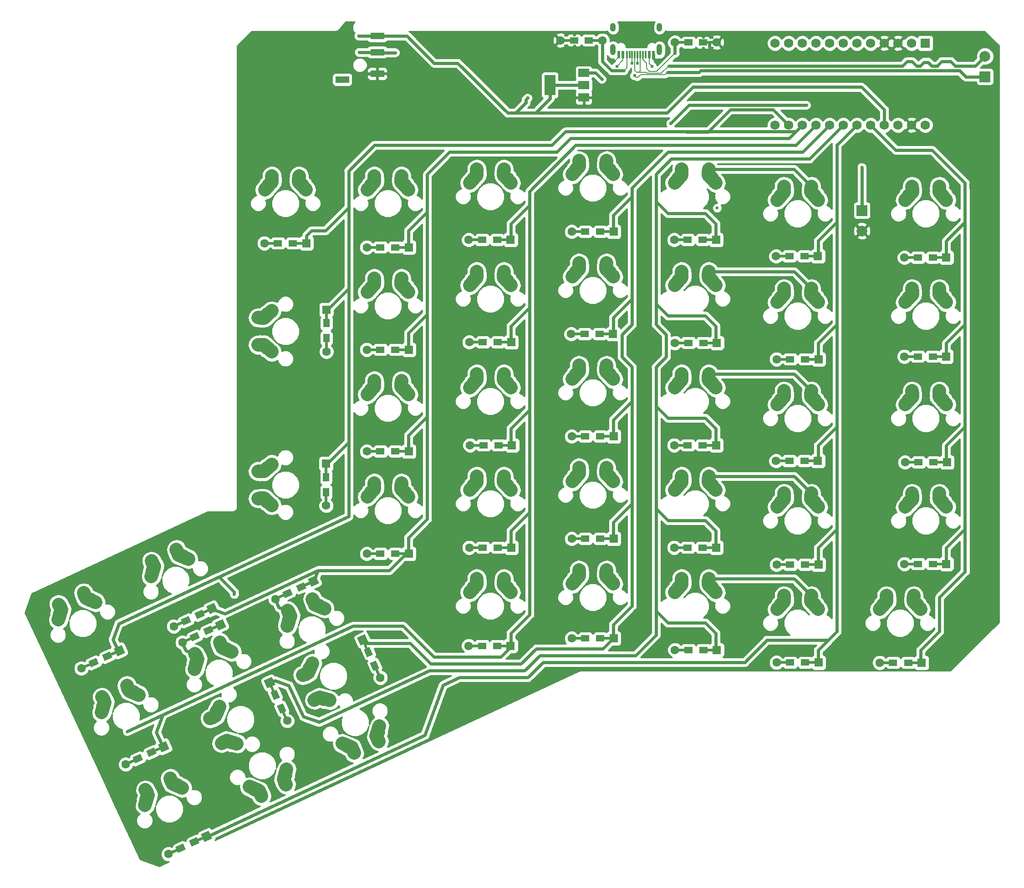
<source format=gtl>
G04 #@! TF.GenerationSoftware,KiCad,Pcbnew,(5.0.2)-1*
G04 #@! TF.CreationDate,2019-03-30T19:47:43+05:30*
G04 #@! TF.ProjectId,ErgodoxBle,4572676f-646f-4784-926c-652e6b696361,rev?*
G04 #@! TF.SameCoordinates,Original*
G04 #@! TF.FileFunction,Copper,L1,Top*
G04 #@! TF.FilePolarity,Positive*
%FSLAX46Y46*%
G04 Gerber Fmt 4.6, Leading zero omitted, Abs format (unit mm)*
G04 Created by KiCad (PCBNEW (5.0.2)-1) date 3/30/2019 7:47:43 PM*
%MOMM*%
%LPD*%
G01*
G04 APERTURE LIST*
G04 #@! TA.AperFunction,ViaPad*
%ADD10C,0.600000*%
G04 #@! TD*
G04 #@! TA.AperFunction,ComponentPad*
%ADD11R,1.752600X1.752600*%
G04 #@! TD*
G04 #@! TA.AperFunction,ComponentPad*
%ADD12C,1.752600*%
G04 #@! TD*
G04 #@! TA.AperFunction,ComponentPad*
%ADD13O,1.000000X1.600000*%
G04 #@! TD*
G04 #@! TA.AperFunction,ComponentPad*
%ADD14O,1.000000X2.100000*%
G04 #@! TD*
G04 #@! TA.AperFunction,SMDPad,CuDef*
%ADD15R,0.300000X1.450000*%
G04 #@! TD*
G04 #@! TA.AperFunction,SMDPad,CuDef*
%ADD16R,0.600000X1.450000*%
G04 #@! TD*
G04 #@! TA.AperFunction,SMDPad,CuDef*
%ADD17C,2.500000*%
G04 #@! TD*
G04 #@! TA.AperFunction,Conductor*
%ADD18C,2.500000*%
G04 #@! TD*
G04 #@! TA.AperFunction,ComponentPad*
%ADD19C,2.000000*%
G04 #@! TD*
G04 #@! TA.AperFunction,Conductor*
%ADD20C,0.500000*%
G04 #@! TD*
G04 #@! TA.AperFunction,Conductor*
%ADD21C,0.100000*%
G04 #@! TD*
G04 #@! TA.AperFunction,ComponentPad*
%ADD22C,1.600000*%
G04 #@! TD*
G04 #@! TA.AperFunction,SMDPad,CuDef*
%ADD23C,1.200000*%
G04 #@! TD*
G04 #@! TA.AperFunction,SMDPad,CuDef*
%ADD24R,1.600000X1.200000*%
G04 #@! TD*
G04 #@! TA.AperFunction,ComponentPad*
%ADD25R,1.600000X1.600000*%
G04 #@! TD*
G04 #@! TA.AperFunction,Conductor*
%ADD26R,2.900000X0.500000*%
G04 #@! TD*
G04 #@! TA.AperFunction,SMDPad,CuDef*
%ADD27R,1.200000X1.600000*%
G04 #@! TD*
G04 #@! TA.AperFunction,Conductor*
%ADD28R,0.500000X2.900000*%
G04 #@! TD*
G04 #@! TA.AperFunction,SMDPad,CuDef*
%ADD29R,1.500000X1.200000*%
G04 #@! TD*
G04 #@! TA.AperFunction,ComponentPad*
%ADD30R,1.998980X1.998980*%
G04 #@! TD*
G04 #@! TA.AperFunction,ComponentPad*
%ADD31C,1.998980*%
G04 #@! TD*
G04 #@! TA.AperFunction,SMDPad,CuDef*
%ADD32R,2.500000X1.200000*%
G04 #@! TD*
G04 #@! TA.AperFunction,SMDPad,CuDef*
%ADD33R,2.000000X3.800000*%
G04 #@! TD*
G04 #@! TA.AperFunction,SMDPad,CuDef*
%ADD34R,2.000000X1.500000*%
G04 #@! TD*
G04 #@! TA.AperFunction,ViaPad*
%ADD35C,0.609600*%
G04 #@! TD*
G04 #@! TA.AperFunction,Conductor*
%ADD36C,0.609600*%
G04 #@! TD*
G04 #@! TA.AperFunction,Conductor*
%ADD37C,0.600000*%
G04 #@! TD*
G04 #@! TA.AperFunction,Conductor*
%ADD38C,1.016000*%
G04 #@! TD*
G04 #@! TA.AperFunction,Conductor*
%ADD39C,0.203200*%
G04 #@! TD*
G04 #@! TA.AperFunction,Conductor*
%ADD40C,0.033020*%
G04 #@! TD*
G04 #@! TA.AperFunction,Conductor*
%ADD41C,0.254000*%
G04 #@! TD*
G04 APERTURE END LIST*
D10*
G04 #@! TO.N,GND*
G04 #@! TO.C,REF\002A\002A*
X132923280Y-38506400D03*
G04 #@! TD*
G04 #@! TO.N,GND*
G04 #@! TO.C,REF\002A\002A*
X168402000Y-37812980D03*
G04 #@! TD*
G04 #@! TO.N,GND*
G04 #@! TO.C,REF\002A\002A*
X141691360Y-38696900D03*
G04 #@! TD*
G04 #@! TO.N,GND*
G04 #@! TO.C,REF\002A\002A*
X176969420Y-47391320D03*
G04 #@! TD*
G04 #@! TO.N,GND*
G04 #@! TO.C,REF\002A\002A*
X166062660Y-48323500D03*
G04 #@! TD*
G04 #@! TO.N,GND*
G04 #@! TO.C,REF\002A\002A*
X162072320Y-48828960D03*
G04 #@! TD*
G04 #@! TO.N,GND*
G04 #@! TO.C,REF\002A\002A*
X159763460Y-36936680D03*
G04 #@! TD*
G04 #@! TO.N,GND*
G04 #@! TO.C,REF\002A\002A*
X164782500Y-44704000D03*
G04 #@! TD*
G04 #@! TO.N,GND*
G04 #@! TO.C,REF\002A\002A*
X195455540Y-35750500D03*
G04 #@! TD*
G04 #@! TO.N,GND*
G04 #@! TO.C,REF\002A\002A*
X171917360Y-57558940D03*
G04 #@! TD*
G04 #@! TO.N,GND*
G04 #@! TO.C,REF\002A\002A*
X150329900Y-49222660D03*
G04 #@! TD*
G04 #@! TO.N,GND*
G04 #@! TO.C,REF\002A\002A*
X135061960Y-86997540D03*
G04 #@! TD*
G04 #@! TO.N,GND*
G04 #@! TO.C,REF\002A\002A*
X142529560Y-60672980D03*
G04 #@! TD*
G04 #@! TO.N,GND*
G04 #@! TO.C,REF\002A\002A*
X61645800Y-175115220D03*
G04 #@! TD*
G04 #@! TO.N,GND*
G04 #@! TO.C,REF\002A\002A*
X91511120Y-145577560D03*
G04 #@! TD*
G04 #@! TO.N,GND*
G04 #@! TO.C,REF\002A\002A*
X162575240Y-136880600D03*
G04 #@! TD*
G04 #@! TO.N,GND*
G04 #@! TO.C,REF\002A\002A*
X95105220Y-159026860D03*
G04 #@! TD*
G04 #@! TO.N,GND*
G04 #@! TO.C,REF\002A\002A*
X121033540Y-125747780D03*
G04 #@! TD*
G04 #@! TO.N,GND*
G04 #@! TO.C,REF\002A\002A*
X153156920Y-105788460D03*
G04 #@! TD*
G04 #@! TO.N,GND*
G04 #@! TO.C,REF\002A\002A*
X76817220Y-170964860D03*
G04 #@! TD*
G04 #@! TO.N,GND*
G04 #@! TO.C,REF\002A\002A*
X167307260Y-91142820D03*
G04 #@! TD*
G04 #@! TO.N,GND*
G04 #@! TO.C,REF\002A\002A*
X67729100Y-146011900D03*
G04 #@! TD*
G04 #@! TO.N,GND*
G04 #@! TO.C,REF\002A\002A*
X91927680Y-108143040D03*
G04 #@! TD*
G04 #@! TO.N,GND*
G04 #@! TO.C,REF\002A\002A*
X153324560Y-125333760D03*
G04 #@! TD*
G04 #@! TO.N,GND*
G04 #@! TO.C,REF\002A\002A*
X155684220Y-144373600D03*
G04 #@! TD*
G04 #@! TO.N,GND*
G04 #@! TO.C,REF\002A\002A*
X120710960Y-70007480D03*
G04 #@! TD*
G04 #@! TO.N,GND*
G04 #@! TO.C,REF\002A\002A*
X167858440Y-128920240D03*
G04 #@! TD*
G04 #@! TO.N,GND*
G04 #@! TO.C,REF\002A\002A*
X139593320Y-117977920D03*
G04 #@! TD*
G04 #@! TO.N,GND*
G04 #@! TO.C,REF\002A\002A*
X148978620Y-69171820D03*
G04 #@! TD*
G04 #@! TO.N,GND*
G04 #@! TO.C,REF\002A\002A*
X120467120Y-103477060D03*
G04 #@! TD*
G04 #@! TO.N,GND*
G04 #@! TO.C,REF\002A\002A*
X137896600Y-57279540D03*
G04 #@! TD*
G04 #@! TO.N,GND*
G04 #@! TO.C,REF\002A\002A*
X142128240Y-146964400D03*
G04 #@! TD*
G04 #@! TO.N,GND*
G04 #@! TO.C,REF\002A\002A*
X167538400Y-110556040D03*
G04 #@! TD*
G04 #@! TO.N,GND*
G04 #@! TO.C,REF\002A\002A*
X92692220Y-55481220D03*
G04 #@! TD*
G04 #@! TO.N,GND*
G04 #@! TO.C,REF\002A\002A*
X147830540Y-88282780D03*
G04 #@! TD*
G04 #@! TO.N,GND*
G04 #@! TO.C,REF\002A\002A*
X167185340Y-72024240D03*
G04 #@! TD*
G04 #@! TO.N,GND*
G04 #@! TO.C,REF\002A\002A*
X91417140Y-69938900D03*
G04 #@! TD*
G04 #@! TO.N,GND*
G04 #@! TO.C,REF\002A\002A*
X101914960Y-118054120D03*
G04 #@! TD*
G04 #@! TO.N,GND*
G04 #@! TO.C,REF\002A\002A*
X91577160Y-126342140D03*
G04 #@! TD*
G04 #@! TO.N,N/C*
G04 #@! TO.C,REF\002A\002A*
X152669240Y-65961260D03*
G04 #@! TD*
G04 #@! TO.N,GND*
G04 #@! TO.C,REF\002A\002A*
X91089480Y-88673940D03*
G04 #@! TD*
D11*
G04 #@! TO.P,proMicro1,1*
G04 #@! TO.N,Net-(proMicro1-Pad1)*
X191366140Y-35278060D03*
D12*
G04 #@! TO.P,proMicro1,2*
G04 #@! TO.N,Net-(proMicro1-Pad2)*
X188826140Y-35278060D03*
G04 #@! TO.P,proMicro1,3*
G04 #@! TO.N,GND*
X186286140Y-35278060D03*
G04 #@! TO.P,proMicro1,4*
X183746140Y-35278060D03*
G04 #@! TO.P,proMicro1,5*
G04 #@! TO.N,/scl*
X181206140Y-35278060D03*
G04 #@! TO.P,proMicro1,6*
G04 #@! TO.N,Net-(proMicro1-Pad6)*
X178666140Y-35278060D03*
G04 #@! TO.P,proMicro1,7*
G04 #@! TO.N,/ROW0*
X176126140Y-35278060D03*
G04 #@! TO.P,proMicro1,8*
G04 #@! TO.N,/ROW1*
X173586140Y-35278060D03*
G04 #@! TO.P,proMicro1,9*
G04 #@! TO.N,/ROW2*
X171046140Y-35278060D03*
G04 #@! TO.P,proMicro1,10*
G04 #@! TO.N,/ROW3*
X168506140Y-35278060D03*
G04 #@! TO.P,proMicro1,11*
G04 #@! TO.N,/ROW4*
X165966140Y-35278060D03*
G04 #@! TO.P,proMicro1,13*
G04 #@! TO.N,Net-(proMicro1-Pad13)*
X163426140Y-50518060D03*
G04 #@! TO.P,proMicro1,14*
G04 #@! TO.N,/COL6*
X165966140Y-50518060D03*
G04 #@! TO.P,proMicro1,15*
G04 #@! TO.N,/COL5*
X168506140Y-50518060D03*
G04 #@! TO.P,proMicro1,16*
G04 #@! TO.N,/COL4*
X171046140Y-50518060D03*
G04 #@! TO.P,proMicro1,17*
G04 #@! TO.N,/COL10*
X173586140Y-50518060D03*
G04 #@! TO.P,proMicro1,18*
G04 #@! TO.N,/COL11*
X176126140Y-50518060D03*
G04 #@! TO.P,proMicro1,19*
G04 #@! TO.N,/COL1*
X178666140Y-50518060D03*
G04 #@! TO.P,proMicro1,20*
G04 #@! TO.N,/COL0*
X181206140Y-50518060D03*
G04 #@! TO.P,proMicro1,21*
G04 #@! TO.N,/Vcc*
X183746140Y-50518060D03*
G04 #@! TO.P,proMicro1,22*
G04 #@! TO.N,Net-(proMicro1-Pad22)*
X186286140Y-50518060D03*
G04 #@! TO.P,proMicro1,23*
G04 #@! TO.N,GND*
X188826140Y-50518060D03*
G04 #@! TO.P,proMicro1,12*
G04 #@! TO.N,/ROW5*
X163426140Y-35278060D03*
G04 #@! TO.P,proMicro1,24*
G04 #@! TO.N,Net-(proMicro1-Pad24)*
X191366140Y-50518060D03*
G04 #@! TD*
D13*
G04 #@! TO.P,USB_C1,13*
G04 #@! TO.N,Net-(USB_C1-Pad13)*
X133297200Y-32343400D03*
X141937200Y-32343400D03*
D14*
X133297200Y-36523400D03*
X141937200Y-36523400D03*
D15*
G04 #@! TO.P,USB_C1,6*
G04 #@! TO.N,/D+*
X137867200Y-37438400D03*
G04 #@! TO.P,USB_C1,7*
G04 #@! TO.N,/D-*
X137367200Y-37438400D03*
G04 #@! TO.P,USB_C1,8*
G04 #@! TO.N,/D+*
X136867200Y-37438400D03*
G04 #@! TO.P,USB_C1,5*
G04 #@! TO.N,/D-*
X138367200Y-37438400D03*
G04 #@! TO.P,USB_C1,9*
G04 #@! TO.N,Net-(USB_C1-Pad9)*
X136367200Y-37438400D03*
G04 #@! TO.P,USB_C1,4*
G04 #@! TO.N,/CC1*
X138867200Y-37438400D03*
G04 #@! TO.P,USB_C1,10*
G04 #@! TO.N,/CC2*
X135867200Y-37438400D03*
G04 #@! TO.P,USB_C1,3*
G04 #@! TO.N,Net-(USB_C1-Pad3)*
X139367200Y-37438400D03*
D16*
G04 #@! TO.P,USB_C1,2*
G04 #@! TO.N,/VccR*
X140067200Y-37438400D03*
G04 #@! TO.P,USB_C1,11*
X135167200Y-37438400D03*
G04 #@! TO.P,USB_C1,1*
G04 #@! TO.N,GND*
X140842200Y-37438400D03*
G04 #@! TO.P,USB_C1,12*
X134392200Y-37438400D03*
G04 #@! TD*
D17*
G04 #@! TO.P,SW3:13,2*
G04 #@! TO.N,/ROW3*
X193972500Y-100312660D03*
D18*
G04 #@! TD*
G04 #@! TO.N,/ROW3*
G04 #@! TO.C,SW3:13*
X193992499Y-100022660D02*
X193952501Y-100602660D01*
D19*
G04 #@! TO.P,SW3:13,2*
G04 #@! TO.N,/ROW3*
X193952500Y-100602660D03*
X193992500Y-100022660D03*
G04 #@! TO.P,SW3:13,1*
G04 #@! TO.N,Net-(D3:0-Pad2)*
X188952500Y-101102660D03*
X187642500Y-102562660D03*
G04 #@! TO.P,SW3:13,2*
G04 #@! TO.N,/ROW3*
X193952500Y-101102660D03*
X195262500Y-102562660D03*
G04 #@! TO.P,SW3:13,1*
G04 #@! TO.N,Net-(D3:0-Pad2)*
X188952500Y-100602660D03*
X188912500Y-100022660D03*
D17*
X188297500Y-101832660D03*
D18*
G04 #@! TD*
G04 #@! TO.N,Net-(D3:0-Pad2)*
G04 #@! TO.C,SW3:13*
X187642505Y-102562664D02*
X188952495Y-101102656D01*
D17*
G04 #@! TO.P,SW3:13,1*
G04 #@! TO.N,Net-(D3:0-Pad2)*
X188932500Y-100312660D03*
D18*
G04 #@! TD*
G04 #@! TO.N,Net-(D3:0-Pad2)*
G04 #@! TO.C,SW3:13*
X188912501Y-100022660D02*
X188952499Y-100602660D01*
D17*
G04 #@! TO.P,SW3:13,2*
G04 #@! TO.N,/ROW3*
X194607500Y-101832660D03*
D18*
G04 #@! TD*
G04 #@! TO.N,/ROW3*
G04 #@! TO.C,SW3:13*
X195262495Y-102562664D02*
X193952505Y-101102656D01*
D17*
G04 #@! TO.P,SW2:13,2*
G04 #@! TO.N,/ROW2*
X193972500Y-119362660D03*
D18*
G04 #@! TD*
G04 #@! TO.N,/ROW2*
G04 #@! TO.C,SW2:13*
X193992499Y-119072660D02*
X193952501Y-119652660D01*
D19*
G04 #@! TO.P,SW2:13,2*
G04 #@! TO.N,/ROW2*
X193952500Y-119652660D03*
X193992500Y-119072660D03*
G04 #@! TO.P,SW2:13,1*
G04 #@! TO.N,Net-(D2:0-Pad2)*
X188952500Y-120152660D03*
X187642500Y-121612660D03*
G04 #@! TO.P,SW2:13,2*
G04 #@! TO.N,/ROW2*
X193952500Y-120152660D03*
X195262500Y-121612660D03*
G04 #@! TO.P,SW2:13,1*
G04 #@! TO.N,Net-(D2:0-Pad2)*
X188952500Y-119652660D03*
X188912500Y-119072660D03*
D17*
X188297500Y-120882660D03*
D18*
G04 #@! TD*
G04 #@! TO.N,Net-(D2:0-Pad2)*
G04 #@! TO.C,SW2:13*
X187642505Y-121612664D02*
X188952495Y-120152656D01*
D17*
G04 #@! TO.P,SW2:13,1*
G04 #@! TO.N,Net-(D2:0-Pad2)*
X188932500Y-119362660D03*
D18*
G04 #@! TD*
G04 #@! TO.N,Net-(D2:0-Pad2)*
G04 #@! TO.C,SW2:13*
X188912501Y-119072660D02*
X188952499Y-119652660D01*
D17*
G04 #@! TO.P,SW2:13,2*
G04 #@! TO.N,/ROW2*
X194607500Y-120882660D03*
D18*
G04 #@! TD*
G04 #@! TO.N,/ROW2*
G04 #@! TO.C,SW2:13*
X195262495Y-121612664D02*
X193952505Y-120152656D01*
D20*
G04 #@! TO.N,/COL1*
G04 #@! TO.C,D0:1*
X56436349Y-183492233D03*
D21*
G36*
X55227857Y-184331606D02*
X55016548Y-183878453D01*
X57644841Y-182652860D01*
X57856150Y-183106013D01*
X55227857Y-184331606D01*
X55227857Y-184331606D01*
G37*
D20*
G04 #@! TO.N,Net-(D0:1-Pad2)*
X51904811Y-185605327D03*
D21*
G36*
X50696319Y-186444700D02*
X50485010Y-185991547D01*
X53113303Y-184765954D01*
X53324612Y-185219107D01*
X50696319Y-186444700D01*
X50696319Y-186444700D01*
G37*
D22*
G04 #@! TD*
G04 #@! TO.P,D0:1,1*
G04 #@! TO.N,/COL1*
X57705180Y-182900569D03*
D21*
G04 #@! TO.N,/COL1*
G04 #@! TO.C,D0:1*
G36*
X57318228Y-183963710D02*
X56642039Y-182513617D01*
X58092132Y-181837428D01*
X58768321Y-183287521D01*
X57318228Y-183963710D01*
X57318228Y-183963710D01*
G37*
D22*
G04 #@! TD*
G04 #@! TO.P,D0:1,2*
G04 #@! TO.N,Net-(D0:1-Pad2)*
X50635980Y-186196991D03*
D23*
G04 #@! TO.P,D0:1,2*
G04 #@! TO.N,Net-(D0:1-Pad2)*
X52901749Y-185140446D03*
D21*
G04 #@! TD*
G04 #@! TO.N,Net-(D0:1-Pad2)*
G04 #@! TO.C,D0:1*
G36*
X52430274Y-186022325D02*
X51923132Y-184934756D01*
X53373224Y-184258567D01*
X53880366Y-185346136D01*
X52430274Y-186022325D01*
X52430274Y-186022325D01*
G37*
D23*
G04 #@! TO.P,D0:1,1*
G04 #@! TO.N,/COL1*
X55439411Y-183957114D03*
D21*
G04 #@! TD*
G04 #@! TO.N,/COL1*
G04 #@! TO.C,D0:1*
G36*
X54967936Y-184838993D02*
X54460794Y-183751424D01*
X55910886Y-183075235D01*
X56418028Y-184162804D01*
X54967936Y-184838993D01*
X54967936Y-184838993D01*
G37*
D23*
G04 #@! TO.P,D0:2,1*
G04 #@! TO.N,/COL11*
X70487788Y-156587000D03*
D21*
G04 #@! TD*
G04 #@! TO.N,/COL11*
G04 #@! TO.C,D0:2*
G36*
X71369667Y-157058475D02*
X70282098Y-157565617D01*
X69605909Y-156115525D01*
X70693478Y-155608383D01*
X71369667Y-157058475D01*
X71369667Y-157058475D01*
G37*
D23*
G04 #@! TO.P,D0:2,2*
G04 #@! TO.N,Net-(D0:2-Pad2)*
X71671120Y-159124662D03*
D21*
G04 #@! TD*
G04 #@! TO.N,Net-(D0:2-Pad2)*
G04 #@! TO.C,D0:2*
G36*
X72552999Y-159596137D02*
X71465430Y-160103279D01*
X70789241Y-158653187D01*
X71876810Y-158146045D01*
X72552999Y-159596137D01*
X72552999Y-159596137D01*
G37*
D22*
G04 #@! TO.P,D0:2,2*
G04 #@! TO.N,Net-(D0:2-Pad2)*
X72727665Y-161390431D03*
G04 #@! TO.P,D0:2,1*
G04 #@! TO.N,/COL11*
X69431243Y-154321231D03*
D21*
G04 #@! TD*
G04 #@! TO.N,/COL11*
G04 #@! TO.C,D0:2*
G36*
X70494384Y-154708183D02*
X69044291Y-155384372D01*
X68368102Y-153934279D01*
X69818195Y-153258090D01*
X70494384Y-154708183D01*
X70494384Y-154708183D01*
G37*
D20*
G04 #@! TO.N,Net-(D0:2-Pad2)*
G04 #@! TO.C,D0:2*
X72136001Y-160121600D03*
D21*
G36*
X72975374Y-161330092D02*
X72522221Y-161541401D01*
X71296628Y-158913108D01*
X71749781Y-158701799D01*
X72975374Y-161330092D01*
X72975374Y-161330092D01*
G37*
D20*
G04 #@! TO.N,/COL11*
X70022907Y-155590062D03*
D21*
G36*
X70862280Y-156798554D02*
X70409127Y-157009863D01*
X69183534Y-154381570D01*
X69636687Y-154170261D01*
X70862280Y-156798554D01*
X70862280Y-156798554D01*
G37*
G04 #@! TD*
D20*
G04 #@! TO.N,/COL10*
G04 #@! TO.C,D0:3*
X87335453Y-147594231D03*
D21*
G36*
X88174826Y-148802723D02*
X87721673Y-149014032D01*
X86496080Y-146385739D01*
X86949233Y-146174430D01*
X88174826Y-148802723D01*
X88174826Y-148802723D01*
G37*
D20*
G04 #@! TO.N,Net-(D0:3-Pad2)*
X89448547Y-152125769D03*
D21*
G36*
X90287920Y-153334261D02*
X89834767Y-153545570D01*
X88609174Y-150917277D01*
X89062327Y-150705968D01*
X90287920Y-153334261D01*
X90287920Y-153334261D01*
G37*
D22*
G04 #@! TD*
G04 #@! TO.P,D0:3,1*
G04 #@! TO.N,/COL10*
X86743789Y-146325400D03*
D21*
G04 #@! TO.N,/COL10*
G04 #@! TO.C,D0:3*
G36*
X87806930Y-146712352D02*
X86356837Y-147388541D01*
X85680648Y-145938448D01*
X87130741Y-145262259D01*
X87806930Y-146712352D01*
X87806930Y-146712352D01*
G37*
D22*
G04 #@! TD*
G04 #@! TO.P,D0:3,2*
G04 #@! TO.N,Net-(D0:3-Pad2)*
X90040211Y-153394600D03*
D23*
G04 #@! TO.P,D0:3,2*
G04 #@! TO.N,Net-(D0:3-Pad2)*
X88983666Y-151128831D03*
D21*
G04 #@! TD*
G04 #@! TO.N,Net-(D0:3-Pad2)*
G04 #@! TO.C,D0:3*
G36*
X89865545Y-151600306D02*
X88777976Y-152107448D01*
X88101787Y-150657356D01*
X89189356Y-150150214D01*
X89865545Y-151600306D01*
X89865545Y-151600306D01*
G37*
D23*
G04 #@! TO.P,D0:3,1*
G04 #@! TO.N,/COL10*
X87800334Y-148591169D03*
D21*
G04 #@! TD*
G04 #@! TO.N,/COL10*
G04 #@! TO.C,D0:3*
G36*
X88682213Y-149062644D02*
X87594644Y-149569786D01*
X86918455Y-148119694D01*
X88006024Y-147612552D01*
X88682213Y-149062644D01*
X88682213Y-149062644D01*
G37*
D23*
G04 #@! TO.P,D0:4,1*
G04 #@! TO.N,/COL4*
X47476600Y-167261788D03*
D21*
G04 #@! TD*
G04 #@! TO.N,/COL4*
G04 #@! TO.C,D0:4*
G36*
X47005125Y-168143667D02*
X46497983Y-167056098D01*
X47948075Y-166379909D01*
X48455217Y-167467478D01*
X47005125Y-168143667D01*
X47005125Y-168143667D01*
G37*
D23*
G04 #@! TO.P,D0:4,2*
G04 #@! TO.N,Net-(D0:4-Pad2)*
X44938938Y-168445120D03*
D21*
G04 #@! TD*
G04 #@! TO.N,Net-(D0:4-Pad2)*
G04 #@! TO.C,D0:4*
G36*
X44467463Y-169326999D02*
X43960321Y-168239430D01*
X45410413Y-167563241D01*
X45917555Y-168650810D01*
X44467463Y-169326999D01*
X44467463Y-169326999D01*
G37*
D22*
G04 #@! TO.P,D0:4,2*
G04 #@! TO.N,Net-(D0:4-Pad2)*
X42673169Y-169501665D03*
G04 #@! TO.P,D0:4,1*
G04 #@! TO.N,/COL4*
X49742369Y-166205243D03*
D21*
G04 #@! TD*
G04 #@! TO.N,/COL4*
G04 #@! TO.C,D0:4*
G36*
X49355417Y-167268384D02*
X48679228Y-165818291D01*
X50129321Y-165142102D01*
X50805510Y-166592195D01*
X49355417Y-167268384D01*
X49355417Y-167268384D01*
G37*
D20*
G04 #@! TO.N,Net-(D0:4-Pad2)*
G04 #@! TO.C,D0:4*
X43942000Y-168910001D03*
D21*
G36*
X42733508Y-169749374D02*
X42522199Y-169296221D01*
X45150492Y-168070628D01*
X45361801Y-168523781D01*
X42733508Y-169749374D01*
X42733508Y-169749374D01*
G37*
D20*
G04 #@! TO.N,/COL4*
X48473538Y-166796907D03*
D21*
G36*
X47265046Y-167636280D02*
X47053737Y-167183127D01*
X49682030Y-165957534D01*
X49893339Y-166410687D01*
X47265046Y-167636280D01*
X47265046Y-167636280D01*
G37*
G04 #@! TD*
D20*
G04 #@! TO.N,/COL5*
G04 #@! TO.C,D0:5*
X57439738Y-141117507D03*
D21*
G36*
X56231246Y-141956880D02*
X56019937Y-141503727D01*
X58648230Y-140278134D01*
X58859539Y-140731287D01*
X56231246Y-141956880D01*
X56231246Y-141956880D01*
G37*
D20*
G04 #@! TO.N,Net-(D0:5-Pad2)*
X52908200Y-143230601D03*
D21*
G36*
X51699708Y-144069974D02*
X51488399Y-143616821D01*
X54116692Y-142391228D01*
X54328001Y-142844381D01*
X51699708Y-144069974D01*
X51699708Y-144069974D01*
G37*
D22*
G04 #@! TD*
G04 #@! TO.P,D0:5,1*
G04 #@! TO.N,/COL5*
X58708569Y-140525843D03*
D21*
G04 #@! TO.N,/COL5*
G04 #@! TO.C,D0:5*
G36*
X58321617Y-141588984D02*
X57645428Y-140138891D01*
X59095521Y-139462702D01*
X59771710Y-140912795D01*
X58321617Y-141588984D01*
X58321617Y-141588984D01*
G37*
D22*
G04 #@! TD*
G04 #@! TO.P,D0:5,2*
G04 #@! TO.N,Net-(D0:5-Pad2)*
X51639369Y-143822265D03*
D23*
G04 #@! TO.P,D0:5,2*
G04 #@! TO.N,Net-(D0:5-Pad2)*
X53905138Y-142765720D03*
D21*
G04 #@! TD*
G04 #@! TO.N,Net-(D0:5-Pad2)*
G04 #@! TO.C,D0:5*
G36*
X53433663Y-143647599D02*
X52926521Y-142560030D01*
X54376613Y-141883841D01*
X54883755Y-142971410D01*
X53433663Y-143647599D01*
X53433663Y-143647599D01*
G37*
D23*
G04 #@! TO.P,D0:5,1*
G04 #@! TO.N,/COL5*
X56442800Y-141582388D03*
D21*
G04 #@! TD*
G04 #@! TO.N,/COL5*
G04 #@! TO.C,D0:5*
G36*
X55971325Y-142464267D02*
X55464183Y-141376698D01*
X56914275Y-140700509D01*
X57421417Y-141788078D01*
X55971325Y-142464267D01*
X55971325Y-142464267D01*
G37*
D23*
G04 #@! TO.P,D0:6,1*
G04 #@! TO.N,/COL6*
X39241831Y-149395334D03*
D21*
G04 #@! TD*
G04 #@! TO.N,/COL6*
G04 #@! TO.C,D0:6*
G36*
X38770356Y-150277213D02*
X38263214Y-149189644D01*
X39713306Y-148513455D01*
X40220448Y-149601024D01*
X38770356Y-150277213D01*
X38770356Y-150277213D01*
G37*
D23*
G04 #@! TO.P,D0:6,2*
G04 #@! TO.N,Net-(D0:6-Pad2)*
X36704169Y-150578666D03*
D21*
G04 #@! TD*
G04 #@! TO.N,Net-(D0:6-Pad2)*
G04 #@! TO.C,D0:6*
G36*
X36232694Y-151460545D02*
X35725552Y-150372976D01*
X37175644Y-149696787D01*
X37682786Y-150784356D01*
X36232694Y-151460545D01*
X36232694Y-151460545D01*
G37*
D22*
G04 #@! TO.P,D0:6,2*
G04 #@! TO.N,Net-(D0:6-Pad2)*
X34438400Y-151635211D03*
G04 #@! TO.P,D0:6,1*
G04 #@! TO.N,/COL6*
X41507600Y-148338789D03*
D21*
G04 #@! TD*
G04 #@! TO.N,/COL6*
G04 #@! TO.C,D0:6*
G36*
X41120648Y-149401930D02*
X40444459Y-147951837D01*
X41894552Y-147275648D01*
X42570741Y-148725741D01*
X41120648Y-149401930D01*
X41120648Y-149401930D01*
G37*
D20*
G04 #@! TO.N,Net-(D0:6-Pad2)*
G04 #@! TO.C,D0:6*
X35707231Y-151043547D03*
D21*
G36*
X34498739Y-151882920D02*
X34287430Y-151429767D01*
X36915723Y-150204174D01*
X37127032Y-150657327D01*
X34498739Y-151882920D01*
X34498739Y-151882920D01*
G37*
D20*
G04 #@! TO.N,/COL6*
X40238769Y-148930453D03*
D21*
G36*
X39030277Y-149769826D02*
X38818968Y-149316673D01*
X41447261Y-148091080D01*
X41658570Y-148544233D01*
X39030277Y-149769826D01*
X39030277Y-149769826D01*
G37*
G04 #@! TD*
D24*
G04 #@! TO.P,D1:0,1*
G04 #@! TO.N,/COL0*
X188183980Y-150588980D03*
G04 #@! TO.P,D1:0,2*
G04 #@! TO.N,Net-(D1:0-Pad2)*
X185383980Y-150588980D03*
D22*
X182883980Y-150588980D03*
D25*
G04 #@! TO.P,D1:0,1*
G04 #@! TO.N,/COL0*
X190683980Y-150588980D03*
D26*
G04 #@! TD*
G04 #@! TO.N,Net-(D1:0-Pad2)*
G04 #@! TO.C,D1:0*
X184283980Y-150588980D03*
G04 #@! TO.N,/COL0*
G04 #@! TO.C,D1:0*
X189283980Y-150588980D03*
G04 #@! TD*
D24*
G04 #@! TO.P,D1:2,1*
G04 #@! TO.N,/COL11*
X150117000Y-148209000D03*
G04 #@! TO.P,D1:2,2*
G04 #@! TO.N,Net-(D1:2-Pad2)*
X147317000Y-148209000D03*
D22*
X144817000Y-148209000D03*
D25*
G04 #@! TO.P,D1:2,1*
G04 #@! TO.N,/COL11*
X152617000Y-148209000D03*
D26*
G04 #@! TD*
G04 #@! TO.N,Net-(D1:2-Pad2)*
G04 #@! TO.C,D1:2*
X146217000Y-148209000D03*
G04 #@! TO.N,/COL11*
G04 #@! TO.C,D1:2*
X151217000Y-148209000D03*
G04 #@! TD*
G04 #@! TO.N,/COL10*
G04 #@! TO.C,D1:3*
X132040000Y-146050000D03*
G04 #@! TO.N,Net-(D1:3-Pad2)*
X127040000Y-146050000D03*
D25*
G04 #@! TD*
G04 #@! TO.P,D1:3,1*
G04 #@! TO.N,/COL10*
X133440000Y-146050000D03*
D22*
G04 #@! TO.P,D1:3,2*
G04 #@! TO.N,Net-(D1:3-Pad2)*
X125640000Y-146050000D03*
D24*
X128140000Y-146050000D03*
G04 #@! TO.P,D1:3,1*
G04 #@! TO.N,/COL10*
X130940000Y-146050000D03*
G04 #@! TD*
G04 #@! TO.P,D1:4,1*
G04 #@! TO.N,/COL4*
X111763000Y-147447000D03*
G04 #@! TO.P,D1:4,2*
G04 #@! TO.N,Net-(D1:4-Pad2)*
X108963000Y-147447000D03*
D22*
X106463000Y-147447000D03*
D25*
G04 #@! TO.P,D1:4,1*
G04 #@! TO.N,/COL4*
X114263000Y-147447000D03*
D26*
G04 #@! TD*
G04 #@! TO.N,Net-(D1:4-Pad2)*
G04 #@! TO.C,D1:4*
X107863000Y-147447000D03*
G04 #@! TO.N,/COL4*
G04 #@! TO.C,D1:4*
X112863000Y-147447000D03*
G04 #@! TD*
D23*
G04 #@! TO.P,D1:5,1*
G04 #@! TO.N,/COL5*
X75309831Y-136484668D03*
D21*
G04 #@! TD*
G04 #@! TO.N,/COL5*
G04 #@! TO.C,D1:5*
G36*
X74838356Y-137366547D02*
X74331214Y-136278978D01*
X75781306Y-135602789D01*
X76288448Y-136690358D01*
X74838356Y-137366547D01*
X74838356Y-137366547D01*
G37*
D23*
G04 #@! TO.P,D1:5,2*
G04 #@! TO.N,Net-(D1:5-Pad2)*
X72772169Y-137668000D03*
D21*
G04 #@! TD*
G04 #@! TO.N,Net-(D1:5-Pad2)*
G04 #@! TO.C,D1:5*
G36*
X72300694Y-138549879D02*
X71793552Y-137462310D01*
X73243644Y-136786121D01*
X73750786Y-137873690D01*
X72300694Y-138549879D01*
X72300694Y-138549879D01*
G37*
D22*
G04 #@! TO.P,D1:5,2*
G04 #@! TO.N,Net-(D1:5-Pad2)*
X70506400Y-138724545D03*
G04 #@! TO.P,D1:5,1*
G04 #@! TO.N,/COL5*
X77575600Y-135428123D03*
D21*
G04 #@! TD*
G04 #@! TO.N,/COL5*
G04 #@! TO.C,D1:5*
G36*
X77188648Y-136491264D02*
X76512459Y-135041171D01*
X77962552Y-134364982D01*
X78638741Y-135815075D01*
X77188648Y-136491264D01*
X77188648Y-136491264D01*
G37*
D20*
G04 #@! TO.N,Net-(D1:5-Pad2)*
G04 #@! TO.C,D1:5*
X71775231Y-138132881D03*
D21*
G36*
X70566739Y-138972254D02*
X70355430Y-138519101D01*
X72983723Y-137293508D01*
X73195032Y-137746661D01*
X70566739Y-138972254D01*
X70566739Y-138972254D01*
G37*
D20*
G04 #@! TO.N,/COL5*
X76306769Y-136019787D03*
D21*
G36*
X75098277Y-136859160D02*
X74886968Y-136406007D01*
X77515261Y-135180414D01*
X77726570Y-135633567D01*
X75098277Y-136859160D01*
X75098277Y-136859160D01*
G37*
G04 #@! TD*
D20*
G04 #@! TO.N,/COL6*
G04 #@! TO.C,D1:6*
X59034769Y-144104453D03*
D21*
G36*
X57826277Y-144943826D02*
X57614968Y-144490673D01*
X60243261Y-143265080D01*
X60454570Y-143718233D01*
X57826277Y-144943826D01*
X57826277Y-144943826D01*
G37*
D20*
G04 #@! TO.N,Net-(D1:6-Pad2)*
X54503231Y-146217547D03*
D21*
G36*
X53294739Y-147056920D02*
X53083430Y-146603767D01*
X55711723Y-145378174D01*
X55923032Y-145831327D01*
X53294739Y-147056920D01*
X53294739Y-147056920D01*
G37*
D22*
G04 #@! TD*
G04 #@! TO.P,D1:6,1*
G04 #@! TO.N,/COL6*
X60303600Y-143512789D03*
D21*
G04 #@! TO.N,/COL6*
G04 #@! TO.C,D1:6*
G36*
X59916648Y-144575930D02*
X59240459Y-143125837D01*
X60690552Y-142449648D01*
X61366741Y-143899741D01*
X59916648Y-144575930D01*
X59916648Y-144575930D01*
G37*
D22*
G04 #@! TD*
G04 #@! TO.P,D1:6,2*
G04 #@! TO.N,Net-(D1:6-Pad2)*
X53234400Y-146809211D03*
D23*
G04 #@! TO.P,D1:6,2*
G04 #@! TO.N,Net-(D1:6-Pad2)*
X55500169Y-145752666D03*
D21*
G04 #@! TD*
G04 #@! TO.N,Net-(D1:6-Pad2)*
G04 #@! TO.C,D1:6*
G36*
X55028694Y-146634545D02*
X54521552Y-145546976D01*
X55971644Y-144870787D01*
X56478786Y-145958356D01*
X55028694Y-146634545D01*
X55028694Y-146634545D01*
G37*
D23*
G04 #@! TO.P,D1:6,1*
G04 #@! TO.N,/COL6*
X58037831Y-144569334D03*
D21*
G04 #@! TD*
G04 #@! TO.N,/COL6*
G04 #@! TO.C,D1:6*
G36*
X57566356Y-145451213D02*
X57059214Y-144363644D01*
X58509306Y-143687455D01*
X59016448Y-144775024D01*
X57566356Y-145451213D01*
X57566356Y-145451213D01*
G37*
D24*
G04 #@! TO.P,D1:!1,1*
G04 #@! TO.N,/COL1*
X169040000Y-150563580D03*
G04 #@! TO.P,D1:!1,2*
G04 #@! TO.N,Net-(D1:!1-Pad2)*
X166240000Y-150563580D03*
D22*
X163740000Y-150563580D03*
D25*
G04 #@! TO.P,D1:!1,1*
G04 #@! TO.N,/COL1*
X171540000Y-150563580D03*
D26*
G04 #@! TD*
G04 #@! TO.N,Net-(D1:!1-Pad2)*
G04 #@! TO.C,D1:!1*
X165140000Y-150563580D03*
G04 #@! TO.N,/COL1*
G04 #@! TO.C,D1:!1*
X170140000Y-150563580D03*
G04 #@! TD*
G04 #@! TO.N,/COL0*
G04 #@! TO.C,D2:0*
X193889000Y-132207000D03*
G04 #@! TO.N,Net-(D2:0-Pad2)*
X188889000Y-132207000D03*
D25*
G04 #@! TD*
G04 #@! TO.P,D2:0,1*
G04 #@! TO.N,/COL0*
X195289000Y-132207000D03*
D22*
G04 #@! TO.P,D2:0,2*
G04 #@! TO.N,Net-(D2:0-Pad2)*
X187489000Y-132207000D03*
D24*
X189989000Y-132207000D03*
G04 #@! TO.P,D2:0,1*
G04 #@! TO.N,/COL0*
X192789000Y-132207000D03*
G04 #@! TD*
D26*
G04 #@! TO.N,/COL1*
G04 #@! TO.C,D2:1*
X170140000Y-132334000D03*
G04 #@! TO.N,Net-(D2:1-Pad2)*
X165140000Y-132334000D03*
D25*
G04 #@! TD*
G04 #@! TO.P,D2:1,1*
G04 #@! TO.N,/COL1*
X171540000Y-132334000D03*
D22*
G04 #@! TO.P,D2:1,2*
G04 #@! TO.N,Net-(D2:1-Pad2)*
X163740000Y-132334000D03*
D24*
X166240000Y-132334000D03*
G04 #@! TO.P,D2:1,1*
G04 #@! TO.N,/COL1*
X169040000Y-132334000D03*
G04 #@! TD*
G04 #@! TO.P,D2:2,1*
G04 #@! TO.N,/COL11*
X149990000Y-129159000D03*
G04 #@! TO.P,D2:2,2*
G04 #@! TO.N,Net-(D2:2-Pad2)*
X147190000Y-129159000D03*
D22*
X144690000Y-129159000D03*
D25*
G04 #@! TO.P,D2:2,1*
G04 #@! TO.N,/COL11*
X152490000Y-129159000D03*
D26*
G04 #@! TD*
G04 #@! TO.N,Net-(D2:2-Pad2)*
G04 #@! TO.C,D2:2*
X146090000Y-129159000D03*
G04 #@! TO.N,/COL11*
G04 #@! TO.C,D2:2*
X151090000Y-129159000D03*
G04 #@! TD*
G04 #@! TO.N,/COL10*
G04 #@! TO.C,D2:3*
X132040000Y-127508000D03*
G04 #@! TO.N,Net-(D2:3-Pad2)*
X127040000Y-127508000D03*
D25*
G04 #@! TD*
G04 #@! TO.P,D2:3,1*
G04 #@! TO.N,/COL10*
X133440000Y-127508000D03*
D22*
G04 #@! TO.P,D2:3,2*
G04 #@! TO.N,Net-(D2:3-Pad2)*
X125640000Y-127508000D03*
D24*
X128140000Y-127508000D03*
G04 #@! TO.P,D2:3,1*
G04 #@! TO.N,/COL10*
X130940000Y-127508000D03*
G04 #@! TD*
G04 #@! TO.P,D2:4,1*
G04 #@! TO.N,/COL4*
X111890000Y-129159000D03*
G04 #@! TO.P,D2:4,2*
G04 #@! TO.N,Net-(D2:4-Pad2)*
X109090000Y-129159000D03*
D22*
X106590000Y-129159000D03*
D25*
G04 #@! TO.P,D2:4,1*
G04 #@! TO.N,/COL4*
X114390000Y-129159000D03*
D26*
G04 #@! TD*
G04 #@! TO.N,Net-(D2:4-Pad2)*
G04 #@! TO.C,D2:4*
X107990000Y-129159000D03*
G04 #@! TO.N,/COL4*
G04 #@! TO.C,D2:4*
X112990000Y-129159000D03*
G04 #@! TD*
G04 #@! TO.N,/COL5*
G04 #@! TO.C,D2:5*
X93940000Y-130302000D03*
G04 #@! TO.N,Net-(D2:5-Pad2)*
X88940000Y-130302000D03*
D25*
G04 #@! TD*
G04 #@! TO.P,D2:5,1*
G04 #@! TO.N,/COL5*
X95340000Y-130302000D03*
D22*
G04 #@! TO.P,D2:5,2*
G04 #@! TO.N,Net-(D2:5-Pad2)*
X87540000Y-130302000D03*
D24*
X90040000Y-130302000D03*
G04 #@! TO.P,D2:5,1*
G04 #@! TO.N,/COL5*
X92840000Y-130302000D03*
G04 #@! TD*
D27*
G04 #@! TO.P,D2:6,1*
G04 #@! TO.N,/COL6*
X79959200Y-116049600D03*
G04 #@! TO.P,D2:6,2*
G04 #@! TO.N,Net-(D2:6-Pad2)*
X79959200Y-118849600D03*
D22*
X79959200Y-121349600D03*
D25*
G04 #@! TO.P,D2:6,1*
G04 #@! TO.N,/COL6*
X79959200Y-113549600D03*
D28*
G04 #@! TD*
G04 #@! TO.N,Net-(D2:6-Pad2)*
G04 #@! TO.C,D2:6*
X79959200Y-119949600D03*
G04 #@! TO.N,/COL6*
G04 #@! TO.C,D2:6*
X79959200Y-114949600D03*
G04 #@! TD*
D24*
G04 #@! TO.P,D3:0,1*
G04 #@! TO.N,/COL0*
X192916000Y-113284000D03*
G04 #@! TO.P,D3:0,2*
G04 #@! TO.N,Net-(D3:0-Pad2)*
X190116000Y-113284000D03*
D22*
X187616000Y-113284000D03*
D25*
G04 #@! TO.P,D3:0,1*
G04 #@! TO.N,/COL0*
X195416000Y-113284000D03*
D26*
G04 #@! TD*
G04 #@! TO.N,Net-(D3:0-Pad2)*
G04 #@! TO.C,D3:0*
X189016000Y-113284000D03*
G04 #@! TO.N,/COL0*
G04 #@! TO.C,D3:0*
X194016000Y-113284000D03*
G04 #@! TD*
G04 #@! TO.N,/COL1*
G04 #@! TO.C,D3:1*
X170013000Y-113030000D03*
G04 #@! TO.N,Net-(D3:1-Pad2)*
X165013000Y-113030000D03*
D25*
G04 #@! TD*
G04 #@! TO.P,D3:1,1*
G04 #@! TO.N,/COL1*
X171413000Y-113030000D03*
D22*
G04 #@! TO.P,D3:1,2*
G04 #@! TO.N,Net-(D3:1-Pad2)*
X163613000Y-113030000D03*
D24*
X166113000Y-113030000D03*
G04 #@! TO.P,D3:1,1*
G04 #@! TO.N,/COL1*
X168913000Y-113030000D03*
G04 #@! TD*
G04 #@! TO.P,D3:2,1*
G04 #@! TO.N,/COL11*
X149990000Y-110109000D03*
G04 #@! TO.P,D3:2,2*
G04 #@! TO.N,Net-(D3:2-Pad2)*
X147190000Y-110109000D03*
D22*
X144690000Y-110109000D03*
D25*
G04 #@! TO.P,D3:2,1*
G04 #@! TO.N,/COL11*
X152490000Y-110109000D03*
D26*
G04 #@! TD*
G04 #@! TO.N,Net-(D3:2-Pad2)*
G04 #@! TO.C,D3:2*
X146090000Y-110109000D03*
G04 #@! TO.N,/COL11*
G04 #@! TO.C,D3:2*
X151090000Y-110109000D03*
G04 #@! TD*
G04 #@! TO.N,/COL10*
G04 #@! TO.C,D3:3*
X132040000Y-108458000D03*
G04 #@! TO.N,Net-(D3:3-Pad2)*
X127040000Y-108458000D03*
D25*
G04 #@! TD*
G04 #@! TO.P,D3:3,1*
G04 #@! TO.N,/COL10*
X133440000Y-108458000D03*
D22*
G04 #@! TO.P,D3:3,2*
G04 #@! TO.N,Net-(D3:3-Pad2)*
X125640000Y-108458000D03*
D24*
X128140000Y-108458000D03*
G04 #@! TO.P,D3:3,1*
G04 #@! TO.N,/COL10*
X130940000Y-108458000D03*
G04 #@! TD*
G04 #@! TO.P,D3:4,1*
G04 #@! TO.N,/COL4*
X112017000Y-110109000D03*
G04 #@! TO.P,D3:4,2*
G04 #@! TO.N,Net-(D3:4-Pad2)*
X109217000Y-110109000D03*
D22*
X106717000Y-110109000D03*
D25*
G04 #@! TO.P,D3:4,1*
G04 #@! TO.N,/COL4*
X114517000Y-110109000D03*
D26*
G04 #@! TD*
G04 #@! TO.N,Net-(D3:4-Pad2)*
G04 #@! TO.C,D3:4*
X108117000Y-110109000D03*
G04 #@! TO.N,/COL4*
G04 #@! TO.C,D3:4*
X113117000Y-110109000D03*
G04 #@! TD*
G04 #@! TO.N,/COL5*
G04 #@! TO.C,D3:5*
X93940000Y-111252000D03*
G04 #@! TO.N,Net-(D3:5-Pad2)*
X88940000Y-111252000D03*
D25*
G04 #@! TD*
G04 #@! TO.P,D3:5,1*
G04 #@! TO.N,/COL5*
X95340000Y-111252000D03*
D22*
G04 #@! TO.P,D3:5,2*
G04 #@! TO.N,Net-(D3:5-Pad2)*
X87540000Y-111252000D03*
D24*
X90040000Y-111252000D03*
G04 #@! TO.P,D3:5,1*
G04 #@! TO.N,/COL5*
X92840000Y-111252000D03*
G04 #@! TD*
G04 #@! TO.P,D4:0,1*
G04 #@! TO.N,/COL0*
X192763600Y-93599000D03*
G04 #@! TO.P,D4:0,2*
G04 #@! TO.N,Net-(D4:0-Pad2)*
X189963600Y-93599000D03*
D22*
X187463600Y-93599000D03*
D25*
G04 #@! TO.P,D4:0,1*
G04 #@! TO.N,/COL0*
X195263600Y-93599000D03*
D26*
G04 #@! TD*
G04 #@! TO.N,Net-(D4:0-Pad2)*
G04 #@! TO.C,D4:0*
X188863600Y-93599000D03*
G04 #@! TO.N,/COL0*
G04 #@! TO.C,D4:0*
X193863600Y-93599000D03*
G04 #@! TD*
G04 #@! TO.N,/COL1*
G04 #@! TO.C,D4:1*
X170140000Y-94107000D03*
G04 #@! TO.N,Net-(D4:1-Pad2)*
X165140000Y-94107000D03*
D25*
G04 #@! TD*
G04 #@! TO.P,D4:1,1*
G04 #@! TO.N,/COL1*
X171540000Y-94107000D03*
D22*
G04 #@! TO.P,D4:1,2*
G04 #@! TO.N,Net-(D4:1-Pad2)*
X163740000Y-94107000D03*
D24*
X166240000Y-94107000D03*
G04 #@! TO.P,D4:1,1*
G04 #@! TO.N,/COL1*
X169040000Y-94107000D03*
G04 #@! TD*
G04 #@! TO.P,D4:2,1*
G04 #@! TO.N,/COL11*
X150117000Y-91059000D03*
G04 #@! TO.P,D4:2,2*
G04 #@! TO.N,Net-(D4:2-Pad2)*
X147317000Y-91059000D03*
D22*
X144817000Y-91059000D03*
D25*
G04 #@! TO.P,D4:2,1*
G04 #@! TO.N,/COL11*
X152617000Y-91059000D03*
D26*
G04 #@! TD*
G04 #@! TO.N,Net-(D4:2-Pad2)*
G04 #@! TO.C,D4:2*
X146217000Y-91059000D03*
G04 #@! TO.N,/COL11*
G04 #@! TO.C,D4:2*
X151217000Y-91059000D03*
G04 #@! TD*
G04 #@! TO.N,/COL10*
G04 #@! TO.C,D4:3*
X131913000Y-89408000D03*
G04 #@! TO.N,Net-(D4:3-Pad2)*
X126913000Y-89408000D03*
D25*
G04 #@! TD*
G04 #@! TO.P,D4:3,1*
G04 #@! TO.N,/COL10*
X133313000Y-89408000D03*
D22*
G04 #@! TO.P,D4:3,2*
G04 #@! TO.N,Net-(D4:3-Pad2)*
X125513000Y-89408000D03*
D24*
X128013000Y-89408000D03*
G04 #@! TO.P,D4:3,1*
G04 #@! TO.N,/COL10*
X130813000Y-89408000D03*
G04 #@! TD*
G04 #@! TO.P,D4:4,1*
G04 #@! TO.N,/COL4*
X111890000Y-90932000D03*
G04 #@! TO.P,D4:4,2*
G04 #@! TO.N,Net-(D4:4-Pad2)*
X109090000Y-90932000D03*
D22*
X106590000Y-90932000D03*
D25*
G04 #@! TO.P,D4:4,1*
G04 #@! TO.N,/COL4*
X114390000Y-90932000D03*
D26*
G04 #@! TD*
G04 #@! TO.N,Net-(D4:4-Pad2)*
G04 #@! TO.C,D4:4*
X107990000Y-90932000D03*
G04 #@! TO.N,/COL4*
G04 #@! TO.C,D4:4*
X112990000Y-90932000D03*
G04 #@! TD*
G04 #@! TO.N,/COL5*
G04 #@! TO.C,D4:5*
X93940000Y-92329000D03*
G04 #@! TO.N,Net-(D4:5-Pad2)*
X88940000Y-92329000D03*
D25*
G04 #@! TD*
G04 #@! TO.P,D4:5,1*
G04 #@! TO.N,/COL5*
X95340000Y-92329000D03*
D22*
G04 #@! TO.P,D4:5,2*
G04 #@! TO.N,Net-(D4:5-Pad2)*
X87540000Y-92329000D03*
D24*
X90040000Y-92329000D03*
G04 #@! TO.P,D4:5,1*
G04 #@! TO.N,/COL5*
X92840000Y-92329000D03*
G04 #@! TD*
D27*
G04 #@! TO.P,D4:6,1*
G04 #@! TO.N,/COL6*
X80010000Y-87398400D03*
G04 #@! TO.P,D4:6,2*
G04 #@! TO.N,Net-(D4:6-Pad2)*
X80010000Y-90198400D03*
D22*
X80010000Y-92698400D03*
D25*
G04 #@! TO.P,D4:6,1*
G04 #@! TO.N,/COL6*
X80010000Y-84898400D03*
D28*
G04 #@! TD*
G04 #@! TO.N,Net-(D4:6-Pad2)*
G04 #@! TO.C,D4:6*
X80010000Y-91298400D03*
G04 #@! TO.N,/COL6*
G04 #@! TO.C,D4:6*
X80010000Y-86298400D03*
G04 #@! TD*
D26*
G04 #@! TO.N,/COL0*
G04 #@! TO.C,D5:0*
X193889000Y-75184000D03*
G04 #@! TO.N,Net-(D5:0-Pad2)*
X188889000Y-75184000D03*
D25*
G04 #@! TD*
G04 #@! TO.P,D5:0,1*
G04 #@! TO.N,/COL0*
X195289000Y-75184000D03*
D22*
G04 #@! TO.P,D5:0,2*
G04 #@! TO.N,Net-(D5:0-Pad2)*
X187489000Y-75184000D03*
D24*
X189989000Y-75184000D03*
G04 #@! TO.P,D5:0,1*
G04 #@! TO.N,/COL0*
X192789000Y-75184000D03*
G04 #@! TD*
G04 #@! TO.P,D5:1,1*
G04 #@! TO.N,/COL1*
X168913000Y-74930000D03*
G04 #@! TO.P,D5:1,2*
G04 #@! TO.N,Net-(D5:1-Pad2)*
X166113000Y-74930000D03*
D22*
X163613000Y-74930000D03*
D25*
G04 #@! TO.P,D5:1,1*
G04 #@! TO.N,/COL1*
X171413000Y-74930000D03*
D26*
G04 #@! TD*
G04 #@! TO.N,Net-(D5:1-Pad2)*
G04 #@! TO.C,D5:1*
X165013000Y-74930000D03*
G04 #@! TO.N,/COL1*
G04 #@! TO.C,D5:1*
X170013000Y-74930000D03*
G04 #@! TD*
G04 #@! TO.N,/COL11*
G04 #@! TO.C,D5:2*
X151090000Y-71882000D03*
G04 #@! TO.N,Net-(D5:2-Pad2)*
X146090000Y-71882000D03*
D25*
G04 #@! TD*
G04 #@! TO.P,D5:2,1*
G04 #@! TO.N,/COL11*
X152490000Y-71882000D03*
D22*
G04 #@! TO.P,D5:2,2*
G04 #@! TO.N,Net-(D5:2-Pad2)*
X144690000Y-71882000D03*
D24*
X147190000Y-71882000D03*
G04 #@! TO.P,D5:2,1*
G04 #@! TO.N,/COL11*
X149990000Y-71882000D03*
G04 #@! TD*
G04 #@! TO.P,D5:3,1*
G04 #@! TO.N,/COL10*
X130940000Y-70358000D03*
G04 #@! TO.P,D5:3,2*
G04 #@! TO.N,Net-(D5:3-Pad2)*
X128140000Y-70358000D03*
D22*
X125640000Y-70358000D03*
D25*
G04 #@! TO.P,D5:3,1*
G04 #@! TO.N,/COL10*
X133440000Y-70358000D03*
D26*
G04 #@! TD*
G04 #@! TO.N,Net-(D5:3-Pad2)*
G04 #@! TO.C,D5:3*
X127040000Y-70358000D03*
G04 #@! TO.N,/COL10*
G04 #@! TO.C,D5:3*
X132040000Y-70358000D03*
G04 #@! TD*
G04 #@! TO.N,/COL4*
G04 #@! TO.C,D5:4*
X112863000Y-71882000D03*
G04 #@! TO.N,Net-(D5:4-Pad2)*
X107863000Y-71882000D03*
D25*
G04 #@! TD*
G04 #@! TO.P,D5:4,1*
G04 #@! TO.N,/COL4*
X114263000Y-71882000D03*
D22*
G04 #@! TO.P,D5:4,2*
G04 #@! TO.N,Net-(D5:4-Pad2)*
X106463000Y-71882000D03*
D24*
X108963000Y-71882000D03*
G04 #@! TO.P,D5:4,1*
G04 #@! TO.N,/COL4*
X111763000Y-71882000D03*
G04 #@! TD*
G04 #@! TO.P,D5:5,1*
G04 #@! TO.N,/COL5*
X92840000Y-73279000D03*
G04 #@! TO.P,D5:5,2*
G04 #@! TO.N,Net-(D5:5-Pad2)*
X90040000Y-73279000D03*
D22*
X87540000Y-73279000D03*
D25*
G04 #@! TO.P,D5:5,1*
G04 #@! TO.N,/COL5*
X95340000Y-73279000D03*
D26*
G04 #@! TD*
G04 #@! TO.N,Net-(D5:5-Pad2)*
G04 #@! TO.C,D5:5*
X88940000Y-73279000D03*
G04 #@! TO.N,/COL5*
G04 #@! TO.C,D5:5*
X93940000Y-73279000D03*
G04 #@! TD*
G04 #@! TO.N,/COL6*
G04 #@! TO.C,D5:6*
X74890000Y-72517000D03*
G04 #@! TO.N,Net-(D5:6-Pad2)*
X69890000Y-72517000D03*
D25*
G04 #@! TD*
G04 #@! TO.P,D5:6,1*
G04 #@! TO.N,/COL6*
X76290000Y-72517000D03*
D22*
G04 #@! TO.P,D5:6,2*
G04 #@! TO.N,Net-(D5:6-Pad2)*
X68490000Y-72517000D03*
D24*
X70990000Y-72517000D03*
G04 #@! TO.P,D5:6,1*
G04 #@! TO.N,/COL6*
X73790000Y-72517000D03*
G04 #@! TD*
D17*
G04 #@! TO.P,SW0:7,2*
G04 #@! TO.N,/ROW0*
X34958494Y-137862488D03*
D18*
G04 #@! TD*
G04 #@! TO.N,/ROW0*
G04 #@! TO.C,SW0:7*
X34854060Y-137591207D02*
X35062928Y-138133769D01*
D19*
G04 #@! TO.P,SW0:7,2*
G04 #@! TO.N,/ROW0*
X35062927Y-138133769D03*
X34854061Y-137591206D03*
G04 #@! TO.P,SW0:7,1*
G04 #@! TO.N,Net-(D0:6-Pad2)*
X30742697Y-140700015D03*
X30172457Y-142576854D03*
G04 #@! TO.P,SW0:7,2*
G04 #@! TO.N,/ROW0*
X35274236Y-138586923D03*
X37078522Y-139356503D03*
G04 #@! TO.P,SW0:7,1*
G04 #@! TO.N,Net-(D0:6-Pad2)*
X30531388Y-140246861D03*
X30250017Y-139738107D03*
D17*
X30457577Y-141638434D03*
D18*
G04 #@! TD*
G04 #@! TO.N,Net-(D0:6-Pad2)*
G04 #@! TO.C,SW0:7*
X30172463Y-142576856D02*
X30742691Y-140700012D01*
D17*
G04 #@! TO.P,SW0:7,1*
G04 #@! TO.N,Net-(D0:6-Pad2)*
X30390703Y-139992484D03*
D18*
G04 #@! TD*
G04 #@! TO.N,Net-(D0:6-Pad2)*
G04 #@! TO.C,SW0:7*
X30250018Y-139738107D02*
X30531388Y-140246861D01*
D17*
G04 #@! TO.P,SW0:7,2*
G04 #@! TO.N,/ROW0*
X36176379Y-138971713D03*
D18*
G04 #@! TD*
G04 #@! TO.N,/ROW0*
G04 #@! TO.C,SW0:7*
X37078520Y-139356509D02*
X35274238Y-138586917D01*
D17*
G04 #@! TO.P,SW0:8,2*
G04 #@! TO.N,/ROW0*
X52222874Y-129813228D03*
D18*
G04 #@! TD*
G04 #@! TO.N,/ROW0*
G04 #@! TO.C,SW0:8*
X52118440Y-129541947D02*
X52327308Y-130084509D01*
D19*
G04 #@! TO.P,SW0:8,2*
G04 #@! TO.N,/ROW0*
X52327307Y-130084509D03*
X52118441Y-129541946D03*
G04 #@! TO.P,SW0:8,1*
G04 #@! TO.N,Net-(D0:5-Pad2)*
X48007077Y-132650755D03*
X47436837Y-134527594D03*
G04 #@! TO.P,SW0:8,2*
G04 #@! TO.N,/ROW0*
X52538616Y-130537663D03*
X54342902Y-131307243D03*
G04 #@! TO.P,SW0:8,1*
G04 #@! TO.N,Net-(D0:5-Pad2)*
X47795768Y-132197601D03*
X47514397Y-131688847D03*
D17*
X47721957Y-133589174D03*
D18*
G04 #@! TD*
G04 #@! TO.N,Net-(D0:5-Pad2)*
G04 #@! TO.C,SW0:8*
X47436843Y-134527596D02*
X48007071Y-132650752D01*
D17*
G04 #@! TO.P,SW0:8,1*
G04 #@! TO.N,Net-(D0:5-Pad2)*
X47655083Y-131943224D03*
D18*
G04 #@! TD*
G04 #@! TO.N,Net-(D0:5-Pad2)*
G04 #@! TO.C,SW0:8*
X47514398Y-131688847D02*
X47795768Y-132197601D01*
D17*
G04 #@! TO.P,SW0:8,2*
G04 #@! TO.N,/ROW0*
X53440759Y-130922453D03*
D18*
G04 #@! TD*
G04 #@! TO.N,/ROW0*
G04 #@! TO.C,SW0:8*
X54342900Y-131307249D02*
X52538618Y-130537657D01*
D17*
G04 #@! TO.P,SW0:9,2*
G04 #@! TO.N,/ROW0*
X44225639Y-156236093D03*
D18*
G04 #@! TD*
G04 #@! TO.N,/ROW0*
G04 #@! TO.C,SW0:9*
X45127780Y-156620889D02*
X43323498Y-155851297D01*
D17*
G04 #@! TO.P,SW0:9,1*
G04 #@! TO.N,Net-(D0:4-Pad2)*
X38439963Y-157256864D03*
D18*
G04 #@! TD*
G04 #@! TO.N,Net-(D0:4-Pad2)*
G04 #@! TO.C,SW0:9*
X38299278Y-157002487D02*
X38580648Y-157511241D01*
D17*
G04 #@! TO.P,SW0:9,1*
G04 #@! TO.N,Net-(D0:4-Pad2)*
X38506837Y-158902814D03*
D18*
G04 #@! TD*
G04 #@! TO.N,Net-(D0:4-Pad2)*
G04 #@! TO.C,SW0:9*
X38221723Y-159841236D02*
X38791951Y-157964392D01*
D19*
G04 #@! TO.P,SW0:9,1*
G04 #@! TO.N,Net-(D0:4-Pad2)*
X38299277Y-157002487D03*
X38580648Y-157511241D03*
G04 #@! TO.P,SW0:9,2*
G04 #@! TO.N,/ROW0*
X45127782Y-156620883D03*
X43323496Y-155851303D03*
G04 #@! TO.P,SW0:9,1*
G04 #@! TO.N,Net-(D0:4-Pad2)*
X38221717Y-159841234D03*
X38791957Y-157964395D03*
G04 #@! TO.P,SW0:9,2*
G04 #@! TO.N,/ROW0*
X42903321Y-154855586D03*
X43112187Y-155398149D03*
D17*
X43007754Y-155126868D03*
D18*
G04 #@! TD*
G04 #@! TO.N,/ROW0*
G04 #@! TO.C,SW0:9*
X42903320Y-154855587D02*
X43112188Y-155398149D01*
D17*
G04 #@! TO.P,SW0:10,2*
G04 #@! TO.N,/ROW0*
X77005873Y-151588041D03*
D18*
G04 #@! TD*
G04 #@! TO.N,/ROW0*
G04 #@! TO.C,SW0:10*
X77390669Y-150685900D02*
X76621077Y-152490182D01*
D17*
G04 #@! TO.P,SW0:10,1*
G04 #@! TO.N,Net-(D0:3-Pad2)*
X78026644Y-157373717D03*
D18*
G04 #@! TD*
G04 #@! TO.N,Net-(D0:3-Pad2)*
G04 #@! TO.C,SW0:10*
X77772267Y-157514402D02*
X78281021Y-157233032D01*
D17*
G04 #@! TO.P,SW0:10,1*
G04 #@! TO.N,Net-(D0:3-Pad2)*
X79672594Y-157306843D03*
D18*
G04 #@! TD*
G04 #@! TO.N,Net-(D0:3-Pad2)*
G04 #@! TO.C,SW0:10*
X80611016Y-157591957D02*
X78734172Y-157021729D01*
D19*
G04 #@! TO.P,SW0:10,1*
G04 #@! TO.N,Net-(D0:3-Pad2)*
X77772267Y-157514403D03*
X78281021Y-157233032D03*
G04 #@! TO.P,SW0:10,2*
G04 #@! TO.N,/ROW0*
X77390663Y-150685898D03*
X76621083Y-152490184D03*
G04 #@! TO.P,SW0:10,1*
G04 #@! TO.N,Net-(D0:3-Pad2)*
X80611014Y-157591963D03*
X78734175Y-157021723D03*
G04 #@! TO.P,SW0:10,2*
G04 #@! TO.N,/ROW0*
X75625366Y-152910359D03*
X76167929Y-152701493D03*
D17*
X75896648Y-152805926D03*
D18*
G04 #@! TD*
G04 #@! TO.N,/ROW0*
G04 #@! TO.C,SW0:10*
X75625367Y-152910360D02*
X76167929Y-152701492D01*
D17*
G04 #@! TO.P,SW0:11,2*
G04 #@! TO.N,/ROW0*
X58632268Y-160857726D03*
D18*
G04 #@! TD*
G04 #@! TO.N,/ROW0*
G04 #@! TO.C,SW0:11*
X58360987Y-160962160D02*
X58903549Y-160753292D01*
D19*
G04 #@! TO.P,SW0:11,2*
G04 #@! TO.N,/ROW0*
X58903549Y-160753293D03*
X58360986Y-160962159D03*
G04 #@! TO.P,SW0:11,1*
G04 #@! TO.N,Net-(D0:2-Pad2)*
X61469795Y-165073523D03*
X63346634Y-165643763D03*
G04 #@! TO.P,SW0:11,2*
G04 #@! TO.N,/ROW0*
X59356703Y-160541984D03*
X60126283Y-158737698D03*
G04 #@! TO.P,SW0:11,1*
G04 #@! TO.N,Net-(D0:2-Pad2)*
X61016641Y-165284832D03*
X60507887Y-165566203D03*
D17*
X62408214Y-165358643D03*
D18*
G04 #@! TD*
G04 #@! TO.N,Net-(D0:2-Pad2)*
G04 #@! TO.C,SW0:11*
X63346636Y-165643757D02*
X61469792Y-165073529D01*
D17*
G04 #@! TO.P,SW0:11,1*
G04 #@! TO.N,Net-(D0:2-Pad2)*
X60762264Y-165425517D03*
D18*
G04 #@! TD*
G04 #@! TO.N,Net-(D0:2-Pad2)*
G04 #@! TO.C,SW0:11*
X60507887Y-165566202D02*
X61016641Y-165284832D01*
D17*
G04 #@! TO.P,SW0:11,2*
G04 #@! TO.N,/ROW0*
X59741493Y-159639841D03*
D18*
G04 #@! TD*
G04 #@! TO.N,/ROW0*
G04 #@! TO.C,SW0:11*
X60126289Y-158737700D02*
X59356697Y-160541982D01*
D17*
G04 #@! TO.P,SW0:12,2*
G04 #@! TO.N,/ROW0*
X52277439Y-173503013D03*
D18*
G04 #@! TD*
G04 #@! TO.N,/ROW0*
G04 #@! TO.C,SW0:12*
X53179580Y-173887809D02*
X51375298Y-173118217D01*
D17*
G04 #@! TO.P,SW0:12,1*
G04 #@! TO.N,Net-(D0:1-Pad2)*
X46491763Y-174523784D03*
D18*
G04 #@! TD*
G04 #@! TO.N,Net-(D0:1-Pad2)*
G04 #@! TO.C,SW0:12*
X46351078Y-174269407D02*
X46632448Y-174778161D01*
D17*
G04 #@! TO.P,SW0:12,1*
G04 #@! TO.N,Net-(D0:1-Pad2)*
X46558637Y-176169734D03*
D18*
G04 #@! TD*
G04 #@! TO.N,Net-(D0:1-Pad2)*
G04 #@! TO.C,SW0:12*
X46273523Y-177108156D02*
X46843751Y-175231312D01*
D19*
G04 #@! TO.P,SW0:12,1*
G04 #@! TO.N,Net-(D0:1-Pad2)*
X46351077Y-174269407D03*
X46632448Y-174778161D03*
G04 #@! TO.P,SW0:12,2*
G04 #@! TO.N,/ROW0*
X53179582Y-173887803D03*
X51375296Y-173118223D03*
G04 #@! TO.P,SW0:12,1*
G04 #@! TO.N,Net-(D0:1-Pad2)*
X46273517Y-177108154D03*
X46843757Y-175231315D03*
G04 #@! TO.P,SW0:12,2*
G04 #@! TO.N,/ROW0*
X50955121Y-172122506D03*
X51163987Y-172665069D03*
D17*
X51059554Y-172393788D03*
D18*
G04 #@! TD*
G04 #@! TO.N,/ROW0*
G04 #@! TO.C,SW0:12*
X50955120Y-172122507D02*
X51163988Y-172665069D01*
D17*
G04 #@! TO.P,SW1:9,2*
G04 #@! TO.N,/ROW1*
X113010000Y-135237660D03*
D18*
G04 #@! TD*
G04 #@! TO.N,/ROW1*
G04 #@! TO.C,SW1:9*
X113029999Y-134947660D02*
X112990001Y-135527660D01*
D19*
G04 #@! TO.P,SW1:9,2*
G04 #@! TO.N,/ROW1*
X112990000Y-135527660D03*
X113030000Y-134947660D03*
G04 #@! TO.P,SW1:9,1*
G04 #@! TO.N,Net-(D1:4-Pad2)*
X107990000Y-136027660D03*
X106680000Y-137487660D03*
G04 #@! TO.P,SW1:9,2*
G04 #@! TO.N,/ROW1*
X112990000Y-136027660D03*
X114300000Y-137487660D03*
G04 #@! TO.P,SW1:9,1*
G04 #@! TO.N,Net-(D1:4-Pad2)*
X107990000Y-135527660D03*
X107950000Y-134947660D03*
D17*
X107335000Y-136757660D03*
D18*
G04 #@! TD*
G04 #@! TO.N,Net-(D1:4-Pad2)*
G04 #@! TO.C,SW1:9*
X106680005Y-137487664D02*
X107989995Y-136027656D01*
D17*
G04 #@! TO.P,SW1:9,1*
G04 #@! TO.N,Net-(D1:4-Pad2)*
X107970000Y-135237660D03*
D18*
G04 #@! TD*
G04 #@! TO.N,Net-(D1:4-Pad2)*
G04 #@! TO.C,SW1:9*
X107950001Y-134947660D02*
X107989999Y-135527660D01*
D17*
G04 #@! TO.P,SW1:9,2*
G04 #@! TO.N,/ROW1*
X113645000Y-136757660D03*
D18*
G04 #@! TD*
G04 #@! TO.N,/ROW1*
G04 #@! TO.C,SW1:9*
X114299995Y-137487664D02*
X112990005Y-136027656D01*
D17*
G04 #@! TO.P,SW1:10,2*
G04 #@! TO.N,/ROW1*
X132695000Y-135160000D03*
D18*
G04 #@! TD*
G04 #@! TO.N,/ROW1*
G04 #@! TO.C,SW1:10*
X133349995Y-135890004D02*
X132040005Y-134429996D01*
D17*
G04 #@! TO.P,SW1:10,1*
G04 #@! TO.N,Net-(D1:3-Pad2)*
X127020000Y-133640000D03*
D18*
G04 #@! TD*
G04 #@! TO.N,Net-(D1:3-Pad2)*
G04 #@! TO.C,SW1:10*
X127000001Y-133350000D02*
X127039999Y-133930000D01*
D17*
G04 #@! TO.P,SW1:10,1*
G04 #@! TO.N,Net-(D1:3-Pad2)*
X126385000Y-135160000D03*
D18*
G04 #@! TD*
G04 #@! TO.N,Net-(D1:3-Pad2)*
G04 #@! TO.C,SW1:10*
X125730005Y-135890004D02*
X127039995Y-134429996D01*
D19*
G04 #@! TO.P,SW1:10,1*
G04 #@! TO.N,Net-(D1:3-Pad2)*
X127000000Y-133350000D03*
X127040000Y-133930000D03*
G04 #@! TO.P,SW1:10,2*
G04 #@! TO.N,/ROW1*
X133350000Y-135890000D03*
X132040000Y-134430000D03*
G04 #@! TO.P,SW1:10,1*
G04 #@! TO.N,Net-(D1:3-Pad2)*
X125730000Y-135890000D03*
X127040000Y-134430000D03*
G04 #@! TO.P,SW1:10,2*
G04 #@! TO.N,/ROW1*
X132080000Y-133350000D03*
X132040000Y-133930000D03*
D17*
X132060000Y-133640000D03*
D18*
G04 #@! TD*
G04 #@! TO.N,/ROW1*
G04 #@! TO.C,SW1:10*
X132079999Y-133350000D02*
X132040001Y-133930000D01*
D17*
G04 #@! TO.P,SW1:11,2*
G04 #@! TO.N,/ROW1*
X151110000Y-135237660D03*
D18*
G04 #@! TD*
G04 #@! TO.N,/ROW1*
G04 #@! TO.C,SW1:11*
X151129999Y-134947660D02*
X151090001Y-135527660D01*
D19*
G04 #@! TO.P,SW1:11,2*
G04 #@! TO.N,/ROW1*
X151090000Y-135527660D03*
X151130000Y-134947660D03*
G04 #@! TO.P,SW1:11,1*
G04 #@! TO.N,Net-(D1:2-Pad2)*
X146090000Y-136027660D03*
X144780000Y-137487660D03*
G04 #@! TO.P,SW1:11,2*
G04 #@! TO.N,/ROW1*
X151090000Y-136027660D03*
X152400000Y-137487660D03*
G04 #@! TO.P,SW1:11,1*
G04 #@! TO.N,Net-(D1:2-Pad2)*
X146090000Y-135527660D03*
X146050000Y-134947660D03*
D17*
X145435000Y-136757660D03*
D18*
G04 #@! TD*
G04 #@! TO.N,Net-(D1:2-Pad2)*
G04 #@! TO.C,SW1:11*
X144780005Y-137487664D02*
X146089995Y-136027656D01*
D17*
G04 #@! TO.P,SW1:11,1*
G04 #@! TO.N,Net-(D1:2-Pad2)*
X146070000Y-135237660D03*
D18*
G04 #@! TD*
G04 #@! TO.N,Net-(D1:2-Pad2)*
G04 #@! TO.C,SW1:11*
X146050001Y-134947660D02*
X146089999Y-135527660D01*
D17*
G04 #@! TO.P,SW1:11,2*
G04 #@! TO.N,/ROW1*
X151745000Y-136757660D03*
D18*
G04 #@! TD*
G04 #@! TO.N,/ROW1*
G04 #@! TO.C,SW1:11*
X152399995Y-137487664D02*
X151090005Y-136027656D01*
D17*
G04 #@! TO.P,SW1:12,2*
G04 #@! TO.N,/ROW1*
X170795000Y-139932660D03*
D18*
G04 #@! TD*
G04 #@! TO.N,/ROW1*
G04 #@! TO.C,SW1:12*
X171449995Y-140662664D02*
X170140005Y-139202656D01*
D17*
G04 #@! TO.P,SW1:12,1*
G04 #@! TO.N,Net-(D1:!1-Pad2)*
X165120000Y-138412660D03*
D18*
G04 #@! TD*
G04 #@! TO.N,Net-(D1:!1-Pad2)*
G04 #@! TO.C,SW1:12*
X165100001Y-138122660D02*
X165139999Y-138702660D01*
D17*
G04 #@! TO.P,SW1:12,1*
G04 #@! TO.N,Net-(D1:!1-Pad2)*
X164485000Y-139932660D03*
D18*
G04 #@! TD*
G04 #@! TO.N,Net-(D1:!1-Pad2)*
G04 #@! TO.C,SW1:12*
X163830005Y-140662664D02*
X165139995Y-139202656D01*
D19*
G04 #@! TO.P,SW1:12,1*
G04 #@! TO.N,Net-(D1:!1-Pad2)*
X165100000Y-138122660D03*
X165140000Y-138702660D03*
G04 #@! TO.P,SW1:12,2*
G04 #@! TO.N,/ROW1*
X171450000Y-140662660D03*
X170140000Y-139202660D03*
G04 #@! TO.P,SW1:12,1*
G04 #@! TO.N,Net-(D1:!1-Pad2)*
X163830000Y-140662660D03*
X165140000Y-139202660D03*
G04 #@! TO.P,SW1:12,2*
G04 #@! TO.N,/ROW1*
X170180000Y-138122660D03*
X170140000Y-138702660D03*
D17*
X170160000Y-138412660D03*
D18*
G04 #@! TD*
G04 #@! TO.N,/ROW1*
G04 #@! TO.C,SW1:12*
X170179999Y-138122660D02*
X170140001Y-138702660D01*
D17*
G04 #@! TO.P,SW1:13,2*
G04 #@! TO.N,/ROW1*
X189845000Y-139932660D03*
D18*
G04 #@! TD*
G04 #@! TO.N,/ROW1*
G04 #@! TO.C,SW1:13*
X190499995Y-140662664D02*
X189190005Y-139202656D01*
D17*
G04 #@! TO.P,SW1:13,1*
G04 #@! TO.N,Net-(D1:0-Pad2)*
X184170000Y-138412660D03*
D18*
G04 #@! TD*
G04 #@! TO.N,Net-(D1:0-Pad2)*
G04 #@! TO.C,SW1:13*
X184150001Y-138122660D02*
X184189999Y-138702660D01*
D17*
G04 #@! TO.P,SW1:13,1*
G04 #@! TO.N,Net-(D1:0-Pad2)*
X183535000Y-139932660D03*
D18*
G04 #@! TD*
G04 #@! TO.N,Net-(D1:0-Pad2)*
G04 #@! TO.C,SW1:13*
X182880005Y-140662664D02*
X184189995Y-139202656D01*
D19*
G04 #@! TO.P,SW1:13,1*
G04 #@! TO.N,Net-(D1:0-Pad2)*
X184150000Y-138122660D03*
X184190000Y-138702660D03*
G04 #@! TO.P,SW1:13,2*
G04 #@! TO.N,/ROW1*
X190500000Y-140662660D03*
X189190000Y-139202660D03*
G04 #@! TO.P,SW1:13,1*
G04 #@! TO.N,Net-(D1:0-Pad2)*
X182880000Y-140662660D03*
X184190000Y-139202660D03*
G04 #@! TO.P,SW1:13,2*
G04 #@! TO.N,/ROW1*
X189230000Y-138122660D03*
X189190000Y-138702660D03*
D17*
X189210000Y-138412660D03*
D18*
G04 #@! TD*
G04 #@! TO.N,/ROW1*
G04 #@! TO.C,SW1:13*
X189229999Y-138122660D02*
X189190001Y-138702660D01*
D17*
G04 #@! TO.P,SW2:7,2*
G04 #@! TO.N,/ROW2*
X69120000Y-114330160D03*
D18*
G04 #@! TD*
G04 #@! TO.N,/ROW2*
G04 #@! TO.C,SW2:7*
X69850004Y-113675165D02*
X68389996Y-114985155D01*
D17*
G04 #@! TO.P,SW2:7,1*
G04 #@! TO.N,Net-(D2:6-Pad2)*
X67600000Y-120005160D03*
D18*
G04 #@! TD*
G04 #@! TO.N,Net-(D2:6-Pad2)*
G04 #@! TO.C,SW2:7*
X67310000Y-120025159D02*
X67890000Y-119985161D01*
D17*
G04 #@! TO.P,SW2:7,1*
G04 #@! TO.N,Net-(D2:6-Pad2)*
X69120000Y-120640160D03*
D18*
G04 #@! TD*
G04 #@! TO.N,Net-(D2:6-Pad2)*
G04 #@! TO.C,SW2:7*
X69850004Y-121295155D02*
X68389996Y-119985165D01*
D19*
G04 #@! TO.P,SW2:7,1*
G04 #@! TO.N,Net-(D2:6-Pad2)*
X67310000Y-120025160D03*
X67890000Y-119985160D03*
G04 #@! TO.P,SW2:7,2*
G04 #@! TO.N,/ROW2*
X69850000Y-113675160D03*
X68390000Y-114985160D03*
G04 #@! TO.P,SW2:7,1*
G04 #@! TO.N,Net-(D2:6-Pad2)*
X69850000Y-121295160D03*
X68390000Y-119985160D03*
G04 #@! TO.P,SW2:7,2*
G04 #@! TO.N,/ROW2*
X67310000Y-114945160D03*
X67890000Y-114985160D03*
D17*
X67600000Y-114965160D03*
D18*
G04 #@! TD*
G04 #@! TO.N,/ROW2*
G04 #@! TO.C,SW2:7*
X67310000Y-114945161D02*
X67890000Y-114985159D01*
D17*
G04 #@! TO.P,SW2:8,2*
G04 #@! TO.N,/ROW2*
X94595000Y-118977660D03*
D18*
G04 #@! TD*
G04 #@! TO.N,/ROW2*
G04 #@! TO.C,SW2:8*
X95249995Y-119707664D02*
X93940005Y-118247656D01*
D17*
G04 #@! TO.P,SW2:8,1*
G04 #@! TO.N,Net-(D2:5-Pad2)*
X88920000Y-117457660D03*
D18*
G04 #@! TD*
G04 #@! TO.N,Net-(D2:5-Pad2)*
G04 #@! TO.C,SW2:8*
X88900001Y-117167660D02*
X88939999Y-117747660D01*
D17*
G04 #@! TO.P,SW2:8,1*
G04 #@! TO.N,Net-(D2:5-Pad2)*
X88285000Y-118977660D03*
D18*
G04 #@! TD*
G04 #@! TO.N,Net-(D2:5-Pad2)*
G04 #@! TO.C,SW2:8*
X87630005Y-119707664D02*
X88939995Y-118247656D01*
D19*
G04 #@! TO.P,SW2:8,1*
G04 #@! TO.N,Net-(D2:5-Pad2)*
X88900000Y-117167660D03*
X88940000Y-117747660D03*
G04 #@! TO.P,SW2:8,2*
G04 #@! TO.N,/ROW2*
X95250000Y-119707660D03*
X93940000Y-118247660D03*
G04 #@! TO.P,SW2:8,1*
G04 #@! TO.N,Net-(D2:5-Pad2)*
X87630000Y-119707660D03*
X88940000Y-118247660D03*
G04 #@! TO.P,SW2:8,2*
G04 #@! TO.N,/ROW2*
X93980000Y-117167660D03*
X93940000Y-117747660D03*
D17*
X93960000Y-117457660D03*
D18*
G04 #@! TD*
G04 #@! TO.N,/ROW2*
G04 #@! TO.C,SW2:8*
X93979999Y-117167660D02*
X93940001Y-117747660D01*
D17*
G04 #@! TO.P,SW2:9,2*
G04 #@! TO.N,/ROW2*
X113010000Y-116187660D03*
D18*
G04 #@! TD*
G04 #@! TO.N,/ROW2*
G04 #@! TO.C,SW2:9*
X113029999Y-115897660D02*
X112990001Y-116477660D01*
D19*
G04 #@! TO.P,SW2:9,2*
G04 #@! TO.N,/ROW2*
X112990000Y-116477660D03*
X113030000Y-115897660D03*
G04 #@! TO.P,SW2:9,1*
G04 #@! TO.N,Net-(D2:4-Pad2)*
X107990000Y-116977660D03*
X106680000Y-118437660D03*
G04 #@! TO.P,SW2:9,2*
G04 #@! TO.N,/ROW2*
X112990000Y-116977660D03*
X114300000Y-118437660D03*
G04 #@! TO.P,SW2:9,1*
G04 #@! TO.N,Net-(D2:4-Pad2)*
X107990000Y-116477660D03*
X107950000Y-115897660D03*
D17*
X107335000Y-117707660D03*
D18*
G04 #@! TD*
G04 #@! TO.N,Net-(D2:4-Pad2)*
G04 #@! TO.C,SW2:9*
X106680005Y-118437664D02*
X107989995Y-116977656D01*
D17*
G04 #@! TO.P,SW2:9,1*
G04 #@! TO.N,Net-(D2:4-Pad2)*
X107970000Y-116187660D03*
D18*
G04 #@! TD*
G04 #@! TO.N,Net-(D2:4-Pad2)*
G04 #@! TO.C,SW2:9*
X107950001Y-115897660D02*
X107989999Y-116477660D01*
D17*
G04 #@! TO.P,SW2:9,2*
G04 #@! TO.N,/ROW2*
X113645000Y-117707660D03*
D18*
G04 #@! TD*
G04 #@! TO.N,/ROW2*
G04 #@! TO.C,SW2:9*
X114299995Y-118437664D02*
X112990005Y-116977656D01*
D17*
G04 #@! TO.P,SW2:10,2*
G04 #@! TO.N,/ROW2*
X132695000Y-116110000D03*
D18*
G04 #@! TD*
G04 #@! TO.N,/ROW2*
G04 #@! TO.C,SW2:10*
X133349995Y-116840004D02*
X132040005Y-115379996D01*
D17*
G04 #@! TO.P,SW2:10,1*
G04 #@! TO.N,Net-(D2:3-Pad2)*
X127020000Y-114590000D03*
D18*
G04 #@! TD*
G04 #@! TO.N,Net-(D2:3-Pad2)*
G04 #@! TO.C,SW2:10*
X127000001Y-114300000D02*
X127039999Y-114880000D01*
D17*
G04 #@! TO.P,SW2:10,1*
G04 #@! TO.N,Net-(D2:3-Pad2)*
X126385000Y-116110000D03*
D18*
G04 #@! TD*
G04 #@! TO.N,Net-(D2:3-Pad2)*
G04 #@! TO.C,SW2:10*
X125730005Y-116840004D02*
X127039995Y-115379996D01*
D19*
G04 #@! TO.P,SW2:10,1*
G04 #@! TO.N,Net-(D2:3-Pad2)*
X127000000Y-114300000D03*
X127040000Y-114880000D03*
G04 #@! TO.P,SW2:10,2*
G04 #@! TO.N,/ROW2*
X133350000Y-116840000D03*
X132040000Y-115380000D03*
G04 #@! TO.P,SW2:10,1*
G04 #@! TO.N,Net-(D2:3-Pad2)*
X125730000Y-116840000D03*
X127040000Y-115380000D03*
G04 #@! TO.P,SW2:10,2*
G04 #@! TO.N,/ROW2*
X132080000Y-114300000D03*
X132040000Y-114880000D03*
D17*
X132060000Y-114590000D03*
D18*
G04 #@! TD*
G04 #@! TO.N,/ROW2*
G04 #@! TO.C,SW2:10*
X132079999Y-114300000D02*
X132040001Y-114880000D01*
D17*
G04 #@! TO.P,SW2:11,2*
G04 #@! TO.N,/ROW2*
X151745000Y-117707660D03*
D18*
G04 #@! TD*
G04 #@! TO.N,/ROW2*
G04 #@! TO.C,SW2:11*
X152399995Y-118437664D02*
X151090005Y-116977656D01*
D17*
G04 #@! TO.P,SW2:11,1*
G04 #@! TO.N,Net-(D2:2-Pad2)*
X146070000Y-116187660D03*
D18*
G04 #@! TD*
G04 #@! TO.N,Net-(D2:2-Pad2)*
G04 #@! TO.C,SW2:11*
X146050001Y-115897660D02*
X146089999Y-116477660D01*
D17*
G04 #@! TO.P,SW2:11,1*
G04 #@! TO.N,Net-(D2:2-Pad2)*
X145435000Y-117707660D03*
D18*
G04 #@! TD*
G04 #@! TO.N,Net-(D2:2-Pad2)*
G04 #@! TO.C,SW2:11*
X144780005Y-118437664D02*
X146089995Y-116977656D01*
D19*
G04 #@! TO.P,SW2:11,1*
G04 #@! TO.N,Net-(D2:2-Pad2)*
X146050000Y-115897660D03*
X146090000Y-116477660D03*
G04 #@! TO.P,SW2:11,2*
G04 #@! TO.N,/ROW2*
X152400000Y-118437660D03*
X151090000Y-116977660D03*
G04 #@! TO.P,SW2:11,1*
G04 #@! TO.N,Net-(D2:2-Pad2)*
X144780000Y-118437660D03*
X146090000Y-116977660D03*
G04 #@! TO.P,SW2:11,2*
G04 #@! TO.N,/ROW2*
X151130000Y-115897660D03*
X151090000Y-116477660D03*
D17*
X151110000Y-116187660D03*
D18*
G04 #@! TD*
G04 #@! TO.N,/ROW2*
G04 #@! TO.C,SW2:11*
X151129999Y-115897660D02*
X151090001Y-116477660D01*
D17*
G04 #@! TO.P,SW2:12,2*
G04 #@! TO.N,/ROW2*
X170795000Y-120882660D03*
D18*
G04 #@! TD*
G04 #@! TO.N,/ROW2*
G04 #@! TO.C,SW2:12*
X171449995Y-121612664D02*
X170140005Y-120152656D01*
D17*
G04 #@! TO.P,SW2:12,1*
G04 #@! TO.N,Net-(D2:1-Pad2)*
X165120000Y-119362660D03*
D18*
G04 #@! TD*
G04 #@! TO.N,Net-(D2:1-Pad2)*
G04 #@! TO.C,SW2:12*
X165100001Y-119072660D02*
X165139999Y-119652660D01*
D17*
G04 #@! TO.P,SW2:12,1*
G04 #@! TO.N,Net-(D2:1-Pad2)*
X164485000Y-120882660D03*
D18*
G04 #@! TD*
G04 #@! TO.N,Net-(D2:1-Pad2)*
G04 #@! TO.C,SW2:12*
X163830005Y-121612664D02*
X165139995Y-120152656D01*
D19*
G04 #@! TO.P,SW2:12,1*
G04 #@! TO.N,Net-(D2:1-Pad2)*
X165100000Y-119072660D03*
X165140000Y-119652660D03*
G04 #@! TO.P,SW2:12,2*
G04 #@! TO.N,/ROW2*
X171450000Y-121612660D03*
X170140000Y-120152660D03*
G04 #@! TO.P,SW2:12,1*
G04 #@! TO.N,Net-(D2:1-Pad2)*
X163830000Y-121612660D03*
X165140000Y-120152660D03*
G04 #@! TO.P,SW2:12,2*
G04 #@! TO.N,/ROW2*
X170180000Y-119072660D03*
X170140000Y-119652660D03*
D17*
X170160000Y-119362660D03*
D18*
G04 #@! TD*
G04 #@! TO.N,/ROW2*
G04 #@! TO.C,SW2:12*
X170179999Y-119072660D02*
X170140001Y-119652660D01*
D17*
G04 #@! TO.P,SW3:8,2*
G04 #@! TO.N,/ROW3*
X93960000Y-98407660D03*
D18*
G04 #@! TD*
G04 #@! TO.N,/ROW3*
G04 #@! TO.C,SW3:8*
X93979999Y-98117660D02*
X93940001Y-98697660D01*
D19*
G04 #@! TO.P,SW3:8,2*
G04 #@! TO.N,/ROW3*
X93940000Y-98697660D03*
X93980000Y-98117660D03*
G04 #@! TO.P,SW3:8,1*
G04 #@! TO.N,Net-(D3:5-Pad2)*
X88940000Y-99197660D03*
X87630000Y-100657660D03*
G04 #@! TO.P,SW3:8,2*
G04 #@! TO.N,/ROW3*
X93940000Y-99197660D03*
X95250000Y-100657660D03*
G04 #@! TO.P,SW3:8,1*
G04 #@! TO.N,Net-(D3:5-Pad2)*
X88940000Y-98697660D03*
X88900000Y-98117660D03*
D17*
X88285000Y-99927660D03*
D18*
G04 #@! TD*
G04 #@! TO.N,Net-(D3:5-Pad2)*
G04 #@! TO.C,SW3:8*
X87630005Y-100657664D02*
X88939995Y-99197656D01*
D17*
G04 #@! TO.P,SW3:8,1*
G04 #@! TO.N,Net-(D3:5-Pad2)*
X88920000Y-98407660D03*
D18*
G04 #@! TD*
G04 #@! TO.N,Net-(D3:5-Pad2)*
G04 #@! TO.C,SW3:8*
X88900001Y-98117660D02*
X88939999Y-98697660D01*
D17*
G04 #@! TO.P,SW3:8,2*
G04 #@! TO.N,/ROW3*
X94595000Y-99927660D03*
D18*
G04 #@! TD*
G04 #@! TO.N,/ROW3*
G04 #@! TO.C,SW3:8*
X95249995Y-100657664D02*
X93940005Y-99197656D01*
D17*
G04 #@! TO.P,SW3:9,2*
G04 #@! TO.N,/ROW3*
X113010000Y-97137660D03*
D18*
G04 #@! TD*
G04 #@! TO.N,/ROW3*
G04 #@! TO.C,SW3:9*
X113029999Y-96847660D02*
X112990001Y-97427660D01*
D19*
G04 #@! TO.P,SW3:9,2*
G04 #@! TO.N,/ROW3*
X112990000Y-97427660D03*
X113030000Y-96847660D03*
G04 #@! TO.P,SW3:9,1*
G04 #@! TO.N,Net-(D3:4-Pad2)*
X107990000Y-97927660D03*
X106680000Y-99387660D03*
G04 #@! TO.P,SW3:9,2*
G04 #@! TO.N,/ROW3*
X112990000Y-97927660D03*
X114300000Y-99387660D03*
G04 #@! TO.P,SW3:9,1*
G04 #@! TO.N,Net-(D3:4-Pad2)*
X107990000Y-97427660D03*
X107950000Y-96847660D03*
D17*
X107335000Y-98657660D03*
D18*
G04 #@! TD*
G04 #@! TO.N,Net-(D3:4-Pad2)*
G04 #@! TO.C,SW3:9*
X106680005Y-99387664D02*
X107989995Y-97927656D01*
D17*
G04 #@! TO.P,SW3:9,1*
G04 #@! TO.N,Net-(D3:4-Pad2)*
X107970000Y-97137660D03*
D18*
G04 #@! TD*
G04 #@! TO.N,Net-(D3:4-Pad2)*
G04 #@! TO.C,SW3:9*
X107950001Y-96847660D02*
X107989999Y-97427660D01*
D17*
G04 #@! TO.P,SW3:9,2*
G04 #@! TO.N,/ROW3*
X113645000Y-98657660D03*
D18*
G04 #@! TD*
G04 #@! TO.N,/ROW3*
G04 #@! TO.C,SW3:9*
X114299995Y-99387664D02*
X112990005Y-97927656D01*
D17*
G04 #@! TO.P,SW3:10,2*
G04 #@! TO.N,/ROW3*
X132060000Y-95540000D03*
D18*
G04 #@! TD*
G04 #@! TO.N,/ROW3*
G04 #@! TO.C,SW3:10*
X132079999Y-95250000D02*
X132040001Y-95830000D01*
D19*
G04 #@! TO.P,SW3:10,2*
G04 #@! TO.N,/ROW3*
X132040000Y-95830000D03*
X132080000Y-95250000D03*
G04 #@! TO.P,SW3:10,1*
G04 #@! TO.N,Net-(D3:3-Pad2)*
X127040000Y-96330000D03*
X125730000Y-97790000D03*
G04 #@! TO.P,SW3:10,2*
G04 #@! TO.N,/ROW3*
X132040000Y-96330000D03*
X133350000Y-97790000D03*
G04 #@! TO.P,SW3:10,1*
G04 #@! TO.N,Net-(D3:3-Pad2)*
X127040000Y-95830000D03*
X127000000Y-95250000D03*
D17*
X126385000Y-97060000D03*
D18*
G04 #@! TD*
G04 #@! TO.N,Net-(D3:3-Pad2)*
G04 #@! TO.C,SW3:10*
X125730005Y-97790004D02*
X127039995Y-96329996D01*
D17*
G04 #@! TO.P,SW3:10,1*
G04 #@! TO.N,Net-(D3:3-Pad2)*
X127020000Y-95540000D03*
D18*
G04 #@! TD*
G04 #@! TO.N,Net-(D3:3-Pad2)*
G04 #@! TO.C,SW3:10*
X127000001Y-95250000D02*
X127039999Y-95830000D01*
D17*
G04 #@! TO.P,SW3:10,2*
G04 #@! TO.N,/ROW3*
X132695000Y-97060000D03*
D18*
G04 #@! TD*
G04 #@! TO.N,/ROW3*
G04 #@! TO.C,SW3:10*
X133349995Y-97790004D02*
X132040005Y-96329996D01*
D17*
G04 #@! TO.P,SW3:11,2*
G04 #@! TO.N,/ROW3*
X151745000Y-98657660D03*
D18*
G04 #@! TD*
G04 #@! TO.N,/ROW3*
G04 #@! TO.C,SW3:11*
X152399995Y-99387664D02*
X151090005Y-97927656D01*
D17*
G04 #@! TO.P,SW3:11,1*
G04 #@! TO.N,Net-(D3:2-Pad2)*
X146070000Y-97137660D03*
D18*
G04 #@! TD*
G04 #@! TO.N,Net-(D3:2-Pad2)*
G04 #@! TO.C,SW3:11*
X146050001Y-96847660D02*
X146089999Y-97427660D01*
D17*
G04 #@! TO.P,SW3:11,1*
G04 #@! TO.N,Net-(D3:2-Pad2)*
X145435000Y-98657660D03*
D18*
G04 #@! TD*
G04 #@! TO.N,Net-(D3:2-Pad2)*
G04 #@! TO.C,SW3:11*
X144780005Y-99387664D02*
X146089995Y-97927656D01*
D19*
G04 #@! TO.P,SW3:11,1*
G04 #@! TO.N,Net-(D3:2-Pad2)*
X146050000Y-96847660D03*
X146090000Y-97427660D03*
G04 #@! TO.P,SW3:11,2*
G04 #@! TO.N,/ROW3*
X152400000Y-99387660D03*
X151090000Y-97927660D03*
G04 #@! TO.P,SW3:11,1*
G04 #@! TO.N,Net-(D3:2-Pad2)*
X144780000Y-99387660D03*
X146090000Y-97927660D03*
G04 #@! TO.P,SW3:11,2*
G04 #@! TO.N,/ROW3*
X151130000Y-96847660D03*
X151090000Y-97427660D03*
D17*
X151110000Y-97137660D03*
D18*
G04 #@! TD*
G04 #@! TO.N,/ROW3*
G04 #@! TO.C,SW3:11*
X151129999Y-96847660D02*
X151090001Y-97427660D01*
D17*
G04 #@! TO.P,SW3:12,2*
G04 #@! TO.N,/ROW3*
X170160000Y-100312660D03*
D18*
G04 #@! TD*
G04 #@! TO.N,/ROW3*
G04 #@! TO.C,SW3:12*
X170179999Y-100022660D02*
X170140001Y-100602660D01*
D19*
G04 #@! TO.P,SW3:12,2*
G04 #@! TO.N,/ROW3*
X170140000Y-100602660D03*
X170180000Y-100022660D03*
G04 #@! TO.P,SW3:12,1*
G04 #@! TO.N,Net-(D3:1-Pad2)*
X165140000Y-101102660D03*
X163830000Y-102562660D03*
G04 #@! TO.P,SW3:12,2*
G04 #@! TO.N,/ROW3*
X170140000Y-101102660D03*
X171450000Y-102562660D03*
G04 #@! TO.P,SW3:12,1*
G04 #@! TO.N,Net-(D3:1-Pad2)*
X165140000Y-100602660D03*
X165100000Y-100022660D03*
D17*
X164485000Y-101832660D03*
D18*
G04 #@! TD*
G04 #@! TO.N,Net-(D3:1-Pad2)*
G04 #@! TO.C,SW3:12*
X163830005Y-102562664D02*
X165139995Y-101102656D01*
D17*
G04 #@! TO.P,SW3:12,1*
G04 #@! TO.N,Net-(D3:1-Pad2)*
X165120000Y-100312660D03*
D18*
G04 #@! TD*
G04 #@! TO.N,Net-(D3:1-Pad2)*
G04 #@! TO.C,SW3:12*
X165100001Y-100022660D02*
X165139999Y-100602660D01*
D17*
G04 #@! TO.P,SW3:12,2*
G04 #@! TO.N,/ROW3*
X170795000Y-101832660D03*
D18*
G04 #@! TD*
G04 #@! TO.N,/ROW3*
G04 #@! TO.C,SW3:12*
X171449995Y-102562664D02*
X170140005Y-101102656D01*
D17*
G04 #@! TO.P,SW4:7,2*
G04 #@! TO.N,/ROW4*
X69120000Y-85755160D03*
D18*
G04 #@! TD*
G04 #@! TO.N,/ROW4*
G04 #@! TO.C,SW4:7*
X69850004Y-85100165D02*
X68389996Y-86410155D01*
D17*
G04 #@! TO.P,SW4:7,1*
G04 #@! TO.N,Net-(D4:6-Pad2)*
X67600000Y-91430160D03*
D18*
G04 #@! TD*
G04 #@! TO.N,Net-(D4:6-Pad2)*
G04 #@! TO.C,SW4:7*
X67310000Y-91450159D02*
X67890000Y-91410161D01*
D17*
G04 #@! TO.P,SW4:7,1*
G04 #@! TO.N,Net-(D4:6-Pad2)*
X69120000Y-92065160D03*
D18*
G04 #@! TD*
G04 #@! TO.N,Net-(D4:6-Pad2)*
G04 #@! TO.C,SW4:7*
X69850004Y-92720155D02*
X68389996Y-91410165D01*
D19*
G04 #@! TO.P,SW4:7,1*
G04 #@! TO.N,Net-(D4:6-Pad2)*
X67310000Y-91450160D03*
X67890000Y-91410160D03*
G04 #@! TO.P,SW4:7,2*
G04 #@! TO.N,/ROW4*
X69850000Y-85100160D03*
X68390000Y-86410160D03*
G04 #@! TO.P,SW4:7,1*
G04 #@! TO.N,Net-(D4:6-Pad2)*
X69850000Y-92720160D03*
X68390000Y-91410160D03*
G04 #@! TO.P,SW4:7,2*
G04 #@! TO.N,/ROW4*
X67310000Y-86370160D03*
X67890000Y-86410160D03*
D17*
X67600000Y-86390160D03*
D18*
G04 #@! TD*
G04 #@! TO.N,/ROW4*
G04 #@! TO.C,SW4:7*
X67310000Y-86370161D02*
X67890000Y-86410159D01*
D17*
G04 #@! TO.P,SW4:8,2*
G04 #@! TO.N,/ROW4*
X93960000Y-79357660D03*
D18*
G04 #@! TD*
G04 #@! TO.N,/ROW4*
G04 #@! TO.C,SW4:8*
X93979999Y-79067660D02*
X93940001Y-79647660D01*
D19*
G04 #@! TO.P,SW4:8,2*
G04 #@! TO.N,/ROW4*
X93940000Y-79647660D03*
X93980000Y-79067660D03*
G04 #@! TO.P,SW4:8,1*
G04 #@! TO.N,Net-(D4:5-Pad2)*
X88940000Y-80147660D03*
X87630000Y-81607660D03*
G04 #@! TO.P,SW4:8,2*
G04 #@! TO.N,/ROW4*
X93940000Y-80147660D03*
X95250000Y-81607660D03*
G04 #@! TO.P,SW4:8,1*
G04 #@! TO.N,Net-(D4:5-Pad2)*
X88940000Y-79647660D03*
X88900000Y-79067660D03*
D17*
X88285000Y-80877660D03*
D18*
G04 #@! TD*
G04 #@! TO.N,Net-(D4:5-Pad2)*
G04 #@! TO.C,SW4:8*
X87630005Y-81607664D02*
X88939995Y-80147656D01*
D17*
G04 #@! TO.P,SW4:8,1*
G04 #@! TO.N,Net-(D4:5-Pad2)*
X88920000Y-79357660D03*
D18*
G04 #@! TD*
G04 #@! TO.N,Net-(D4:5-Pad2)*
G04 #@! TO.C,SW4:8*
X88900001Y-79067660D02*
X88939999Y-79647660D01*
D17*
G04 #@! TO.P,SW4:8,2*
G04 #@! TO.N,/ROW4*
X94595000Y-80877660D03*
D18*
G04 #@! TD*
G04 #@! TO.N,/ROW4*
G04 #@! TO.C,SW4:8*
X95249995Y-81607664D02*
X93940005Y-80147656D01*
D17*
G04 #@! TO.P,SW4:9,2*
G04 #@! TO.N,/ROW4*
X113645000Y-79607660D03*
D18*
G04 #@! TD*
G04 #@! TO.N,/ROW4*
G04 #@! TO.C,SW4:9*
X114299995Y-80337664D02*
X112990005Y-78877656D01*
D17*
G04 #@! TO.P,SW4:9,1*
G04 #@! TO.N,Net-(D4:4-Pad2)*
X107970000Y-78087660D03*
D18*
G04 #@! TD*
G04 #@! TO.N,Net-(D4:4-Pad2)*
G04 #@! TO.C,SW4:9*
X107950001Y-77797660D02*
X107989999Y-78377660D01*
D17*
G04 #@! TO.P,SW4:9,1*
G04 #@! TO.N,Net-(D4:4-Pad2)*
X107335000Y-79607660D03*
D18*
G04 #@! TD*
G04 #@! TO.N,Net-(D4:4-Pad2)*
G04 #@! TO.C,SW4:9*
X106680005Y-80337664D02*
X107989995Y-78877656D01*
D19*
G04 #@! TO.P,SW4:9,1*
G04 #@! TO.N,Net-(D4:4-Pad2)*
X107950000Y-77797660D03*
X107990000Y-78377660D03*
G04 #@! TO.P,SW4:9,2*
G04 #@! TO.N,/ROW4*
X114300000Y-80337660D03*
X112990000Y-78877660D03*
G04 #@! TO.P,SW4:9,1*
G04 #@! TO.N,Net-(D4:4-Pad2)*
X106680000Y-80337660D03*
X107990000Y-78877660D03*
G04 #@! TO.P,SW4:9,2*
G04 #@! TO.N,/ROW4*
X113030000Y-77797660D03*
X112990000Y-78377660D03*
D17*
X113010000Y-78087660D03*
D18*
G04 #@! TD*
G04 #@! TO.N,/ROW4*
G04 #@! TO.C,SW4:9*
X113029999Y-77797660D02*
X112990001Y-78377660D01*
D17*
G04 #@! TO.P,SW4:10,2*
G04 #@! TO.N,/ROW4*
X132695000Y-78010000D03*
D18*
G04 #@! TD*
G04 #@! TO.N,/ROW4*
G04 #@! TO.C,SW4:10*
X133349995Y-78740004D02*
X132040005Y-77279996D01*
D17*
G04 #@! TO.P,SW4:10,1*
G04 #@! TO.N,Net-(D4:3-Pad2)*
X127020000Y-76490000D03*
D18*
G04 #@! TD*
G04 #@! TO.N,Net-(D4:3-Pad2)*
G04 #@! TO.C,SW4:10*
X127000001Y-76200000D02*
X127039999Y-76780000D01*
D17*
G04 #@! TO.P,SW4:10,1*
G04 #@! TO.N,Net-(D4:3-Pad2)*
X126385000Y-78010000D03*
D18*
G04 #@! TD*
G04 #@! TO.N,Net-(D4:3-Pad2)*
G04 #@! TO.C,SW4:10*
X125730005Y-78740004D02*
X127039995Y-77279996D01*
D19*
G04 #@! TO.P,SW4:10,1*
G04 #@! TO.N,Net-(D4:3-Pad2)*
X127000000Y-76200000D03*
X127040000Y-76780000D03*
G04 #@! TO.P,SW4:10,2*
G04 #@! TO.N,/ROW4*
X133350000Y-78740000D03*
X132040000Y-77280000D03*
G04 #@! TO.P,SW4:10,1*
G04 #@! TO.N,Net-(D4:3-Pad2)*
X125730000Y-78740000D03*
X127040000Y-77280000D03*
G04 #@! TO.P,SW4:10,2*
G04 #@! TO.N,/ROW4*
X132080000Y-76200000D03*
X132040000Y-76780000D03*
D17*
X132060000Y-76490000D03*
D18*
G04 #@! TD*
G04 #@! TO.N,/ROW4*
G04 #@! TO.C,SW4:10*
X132079999Y-76200000D02*
X132040001Y-76780000D01*
D17*
G04 #@! TO.P,SW4:11,2*
G04 #@! TO.N,/ROW4*
X151110000Y-78087660D03*
D18*
G04 #@! TD*
G04 #@! TO.N,/ROW4*
G04 #@! TO.C,SW4:11*
X151129999Y-77797660D02*
X151090001Y-78377660D01*
D19*
G04 #@! TO.P,SW4:11,2*
G04 #@! TO.N,/ROW4*
X151090000Y-78377660D03*
X151130000Y-77797660D03*
G04 #@! TO.P,SW4:11,1*
G04 #@! TO.N,Net-(D4:2-Pad2)*
X146090000Y-78877660D03*
X144780000Y-80337660D03*
G04 #@! TO.P,SW4:11,2*
G04 #@! TO.N,/ROW4*
X151090000Y-78877660D03*
X152400000Y-80337660D03*
G04 #@! TO.P,SW4:11,1*
G04 #@! TO.N,Net-(D4:2-Pad2)*
X146090000Y-78377660D03*
X146050000Y-77797660D03*
D17*
X145435000Y-79607660D03*
D18*
G04 #@! TD*
G04 #@! TO.N,Net-(D4:2-Pad2)*
G04 #@! TO.C,SW4:11*
X144780005Y-80337664D02*
X146089995Y-78877656D01*
D17*
G04 #@! TO.P,SW4:11,1*
G04 #@! TO.N,Net-(D4:2-Pad2)*
X146070000Y-78087660D03*
D18*
G04 #@! TD*
G04 #@! TO.N,Net-(D4:2-Pad2)*
G04 #@! TO.C,SW4:11*
X146050001Y-77797660D02*
X146089999Y-78377660D01*
D17*
G04 #@! TO.P,SW4:11,2*
G04 #@! TO.N,/ROW4*
X151745000Y-79607660D03*
D18*
G04 #@! TD*
G04 #@! TO.N,/ROW4*
G04 #@! TO.C,SW4:11*
X152399995Y-80337664D02*
X151090005Y-78877656D01*
D17*
G04 #@! TO.P,SW4:12,2*
G04 #@! TO.N,/ROW4*
X170795000Y-82782660D03*
D18*
G04 #@! TD*
G04 #@! TO.N,/ROW4*
G04 #@! TO.C,SW4:12*
X171449995Y-83512664D02*
X170140005Y-82052656D01*
D17*
G04 #@! TO.P,SW4:12,1*
G04 #@! TO.N,Net-(D4:1-Pad2)*
X165120000Y-81262660D03*
D18*
G04 #@! TD*
G04 #@! TO.N,Net-(D4:1-Pad2)*
G04 #@! TO.C,SW4:12*
X165100001Y-80972660D02*
X165139999Y-81552660D01*
D17*
G04 #@! TO.P,SW4:12,1*
G04 #@! TO.N,Net-(D4:1-Pad2)*
X164485000Y-82782660D03*
D18*
G04 #@! TD*
G04 #@! TO.N,Net-(D4:1-Pad2)*
G04 #@! TO.C,SW4:12*
X163830005Y-83512664D02*
X165139995Y-82052656D01*
D19*
G04 #@! TO.P,SW4:12,1*
G04 #@! TO.N,Net-(D4:1-Pad2)*
X165100000Y-80972660D03*
X165140000Y-81552660D03*
G04 #@! TO.P,SW4:12,2*
G04 #@! TO.N,/ROW4*
X171450000Y-83512660D03*
X170140000Y-82052660D03*
G04 #@! TO.P,SW4:12,1*
G04 #@! TO.N,Net-(D4:1-Pad2)*
X163830000Y-83512660D03*
X165140000Y-82052660D03*
G04 #@! TO.P,SW4:12,2*
G04 #@! TO.N,/ROW4*
X170180000Y-80972660D03*
X170140000Y-81552660D03*
D17*
X170160000Y-81262660D03*
D18*
G04 #@! TD*
G04 #@! TO.N,/ROW4*
G04 #@! TO.C,SW4:12*
X170179999Y-80972660D02*
X170140001Y-81552660D01*
D17*
G04 #@! TO.P,SW4:13,2*
G04 #@! TO.N,/ROW4*
X194607500Y-82782660D03*
D18*
G04 #@! TD*
G04 #@! TO.N,/ROW4*
G04 #@! TO.C,SW4:13*
X195262495Y-83512664D02*
X193952505Y-82052656D01*
D17*
G04 #@! TO.P,SW4:13,1*
G04 #@! TO.N,Net-(D4:0-Pad2)*
X188932500Y-81262660D03*
D18*
G04 #@! TD*
G04 #@! TO.N,Net-(D4:0-Pad2)*
G04 #@! TO.C,SW4:13*
X188912501Y-80972660D02*
X188952499Y-81552660D01*
D17*
G04 #@! TO.P,SW4:13,1*
G04 #@! TO.N,Net-(D4:0-Pad2)*
X188297500Y-82782660D03*
D18*
G04 #@! TD*
G04 #@! TO.N,Net-(D4:0-Pad2)*
G04 #@! TO.C,SW4:13*
X187642505Y-83512664D02*
X188952495Y-82052656D01*
D19*
G04 #@! TO.P,SW4:13,1*
G04 #@! TO.N,Net-(D4:0-Pad2)*
X188912500Y-80972660D03*
X188952500Y-81552660D03*
G04 #@! TO.P,SW4:13,2*
G04 #@! TO.N,/ROW4*
X195262500Y-83512660D03*
X193952500Y-82052660D03*
G04 #@! TO.P,SW4:13,1*
G04 #@! TO.N,Net-(D4:0-Pad2)*
X187642500Y-83512660D03*
X188952500Y-82052660D03*
G04 #@! TO.P,SW4:13,2*
G04 #@! TO.N,/ROW4*
X193992500Y-80972660D03*
X193952500Y-81552660D03*
D17*
X193972500Y-81262660D03*
D18*
G04 #@! TD*
G04 #@! TO.N,/ROW4*
G04 #@! TO.C,SW4:13*
X193992499Y-80972660D02*
X193952501Y-81552660D01*
D17*
G04 #@! TO.P,SW5:7,2*
G04 #@! TO.N,/ROW5*
X75545000Y-61830200D03*
D18*
G04 #@! TD*
G04 #@! TO.N,/ROW5*
G04 #@! TO.C,SW5:7*
X76199995Y-62560204D02*
X74890005Y-61100196D01*
D17*
G04 #@! TO.P,SW5:7,1*
G04 #@! TO.N,Net-(D5:6-Pad2)*
X69870000Y-60310200D03*
D18*
G04 #@! TD*
G04 #@! TO.N,Net-(D5:6-Pad2)*
G04 #@! TO.C,SW5:7*
X69850001Y-60020200D02*
X69889999Y-60600200D01*
D17*
G04 #@! TO.P,SW5:7,1*
G04 #@! TO.N,Net-(D5:6-Pad2)*
X69235000Y-61830200D03*
D18*
G04 #@! TD*
G04 #@! TO.N,Net-(D5:6-Pad2)*
G04 #@! TO.C,SW5:7*
X68580005Y-62560204D02*
X69889995Y-61100196D01*
D19*
G04 #@! TO.P,SW5:7,1*
G04 #@! TO.N,Net-(D5:6-Pad2)*
X69850000Y-60020200D03*
X69890000Y-60600200D03*
G04 #@! TO.P,SW5:7,2*
G04 #@! TO.N,/ROW5*
X76200000Y-62560200D03*
X74890000Y-61100200D03*
G04 #@! TO.P,SW5:7,1*
G04 #@! TO.N,Net-(D5:6-Pad2)*
X68580000Y-62560200D03*
X69890000Y-61100200D03*
G04 #@! TO.P,SW5:7,2*
G04 #@! TO.N,/ROW5*
X74930000Y-60020200D03*
X74890000Y-60600200D03*
D17*
X74910000Y-60310200D03*
D18*
G04 #@! TD*
G04 #@! TO.N,/ROW5*
G04 #@! TO.C,SW5:7*
X74929999Y-60020200D02*
X74890001Y-60600200D01*
D17*
G04 #@! TO.P,SW5:8,2*
G04 #@! TO.N,/ROW5*
X93960000Y-60310200D03*
D18*
G04 #@! TD*
G04 #@! TO.N,/ROW5*
G04 #@! TO.C,SW5:8*
X93979999Y-60020200D02*
X93940001Y-60600200D01*
D19*
G04 #@! TO.P,SW5:8,2*
G04 #@! TO.N,/ROW5*
X93940000Y-60600200D03*
X93980000Y-60020200D03*
G04 #@! TO.P,SW5:8,1*
G04 #@! TO.N,Net-(D5:5-Pad2)*
X88940000Y-61100200D03*
X87630000Y-62560200D03*
G04 #@! TO.P,SW5:8,2*
G04 #@! TO.N,/ROW5*
X93940000Y-61100200D03*
X95250000Y-62560200D03*
G04 #@! TO.P,SW5:8,1*
G04 #@! TO.N,Net-(D5:5-Pad2)*
X88940000Y-60600200D03*
X88900000Y-60020200D03*
D17*
X88285000Y-61830200D03*
D18*
G04 #@! TD*
G04 #@! TO.N,Net-(D5:5-Pad2)*
G04 #@! TO.C,SW5:8*
X87630005Y-62560204D02*
X88939995Y-61100196D01*
D17*
G04 #@! TO.P,SW5:8,1*
G04 #@! TO.N,Net-(D5:5-Pad2)*
X88920000Y-60310200D03*
D18*
G04 #@! TD*
G04 #@! TO.N,Net-(D5:5-Pad2)*
G04 #@! TO.C,SW5:8*
X88900001Y-60020200D02*
X88939999Y-60600200D01*
D17*
G04 #@! TO.P,SW5:8,2*
G04 #@! TO.N,/ROW5*
X94595000Y-61830200D03*
D18*
G04 #@! TD*
G04 #@! TO.N,/ROW5*
G04 #@! TO.C,SW5:8*
X95249995Y-62560204D02*
X93940005Y-61100196D01*
D17*
G04 #@! TO.P,SW5:9,2*
G04 #@! TO.N,/ROW5*
X113645000Y-60557660D03*
D18*
G04 #@! TD*
G04 #@! TO.N,/ROW5*
G04 #@! TO.C,SW5:9*
X114299995Y-61287664D02*
X112990005Y-59827656D01*
D17*
G04 #@! TO.P,SW5:9,1*
G04 #@! TO.N,Net-(D5:4-Pad2)*
X107970000Y-59037660D03*
D18*
G04 #@! TD*
G04 #@! TO.N,Net-(D5:4-Pad2)*
G04 #@! TO.C,SW5:9*
X107950001Y-58747660D02*
X107989999Y-59327660D01*
D17*
G04 #@! TO.P,SW5:9,1*
G04 #@! TO.N,Net-(D5:4-Pad2)*
X107335000Y-60557660D03*
D18*
G04 #@! TD*
G04 #@! TO.N,Net-(D5:4-Pad2)*
G04 #@! TO.C,SW5:9*
X106680005Y-61287664D02*
X107989995Y-59827656D01*
D19*
G04 #@! TO.P,SW5:9,1*
G04 #@! TO.N,Net-(D5:4-Pad2)*
X107950000Y-58747660D03*
X107990000Y-59327660D03*
G04 #@! TO.P,SW5:9,2*
G04 #@! TO.N,/ROW5*
X114300000Y-61287660D03*
X112990000Y-59827660D03*
G04 #@! TO.P,SW5:9,1*
G04 #@! TO.N,Net-(D5:4-Pad2)*
X106680000Y-61287660D03*
X107990000Y-59827660D03*
G04 #@! TO.P,SW5:9,2*
G04 #@! TO.N,/ROW5*
X113030000Y-58747660D03*
X112990000Y-59327660D03*
D17*
X113010000Y-59037660D03*
D18*
G04 #@! TD*
G04 #@! TO.N,/ROW5*
G04 #@! TO.C,SW5:9*
X113029999Y-58747660D02*
X112990001Y-59327660D01*
D17*
G04 #@! TO.P,SW5:10,2*
G04 #@! TO.N,/ROW5*
X132060000Y-57440000D03*
D18*
G04 #@! TD*
G04 #@! TO.N,/ROW5*
G04 #@! TO.C,SW5:10*
X132079999Y-57150000D02*
X132040001Y-57730000D01*
D19*
G04 #@! TO.P,SW5:10,2*
G04 #@! TO.N,/ROW5*
X132040000Y-57730000D03*
X132080000Y-57150000D03*
G04 #@! TO.P,SW5:10,1*
G04 #@! TO.N,Net-(D5:3-Pad2)*
X127040000Y-58230000D03*
X125730000Y-59690000D03*
G04 #@! TO.P,SW5:10,2*
G04 #@! TO.N,/ROW5*
X132040000Y-58230000D03*
X133350000Y-59690000D03*
G04 #@! TO.P,SW5:10,1*
G04 #@! TO.N,Net-(D5:3-Pad2)*
X127040000Y-57730000D03*
X127000000Y-57150000D03*
D17*
X126385000Y-58960000D03*
D18*
G04 #@! TD*
G04 #@! TO.N,Net-(D5:3-Pad2)*
G04 #@! TO.C,SW5:10*
X125730005Y-59690004D02*
X127039995Y-58229996D01*
D17*
G04 #@! TO.P,SW5:10,1*
G04 #@! TO.N,Net-(D5:3-Pad2)*
X127020000Y-57440000D03*
D18*
G04 #@! TD*
G04 #@! TO.N,Net-(D5:3-Pad2)*
G04 #@! TO.C,SW5:10*
X127000001Y-57150000D02*
X127039999Y-57730000D01*
D17*
G04 #@! TO.P,SW5:10,2*
G04 #@! TO.N,/ROW5*
X132695000Y-58960000D03*
D18*
G04 #@! TD*
G04 #@! TO.N,/ROW5*
G04 #@! TO.C,SW5:10*
X133349995Y-59690004D02*
X132040005Y-58229996D01*
D17*
G04 #@! TO.P,SW5:11,2*
G04 #@! TO.N,/ROW5*
X151110000Y-59037660D03*
D18*
G04 #@! TD*
G04 #@! TO.N,/ROW5*
G04 #@! TO.C,SW5:11*
X151129999Y-58747660D02*
X151090001Y-59327660D01*
D19*
G04 #@! TO.P,SW5:11,2*
G04 #@! TO.N,/ROW5*
X151090000Y-59327660D03*
X151130000Y-58747660D03*
G04 #@! TO.P,SW5:11,1*
G04 #@! TO.N,Net-(D5:2-Pad2)*
X146090000Y-59827660D03*
X144780000Y-61287660D03*
G04 #@! TO.P,SW5:11,2*
G04 #@! TO.N,/ROW5*
X151090000Y-59827660D03*
X152400000Y-61287660D03*
G04 #@! TO.P,SW5:11,1*
G04 #@! TO.N,Net-(D5:2-Pad2)*
X146090000Y-59327660D03*
X146050000Y-58747660D03*
D17*
X145435000Y-60557660D03*
D18*
G04 #@! TD*
G04 #@! TO.N,Net-(D5:2-Pad2)*
G04 #@! TO.C,SW5:11*
X144780005Y-61287664D02*
X146089995Y-59827656D01*
D17*
G04 #@! TO.P,SW5:11,1*
G04 #@! TO.N,Net-(D5:2-Pad2)*
X146070000Y-59037660D03*
D18*
G04 #@! TD*
G04 #@! TO.N,Net-(D5:2-Pad2)*
G04 #@! TO.C,SW5:11*
X146050001Y-58747660D02*
X146089999Y-59327660D01*
D17*
G04 #@! TO.P,SW5:11,2*
G04 #@! TO.N,/ROW5*
X151745000Y-60557660D03*
D18*
G04 #@! TD*
G04 #@! TO.N,/ROW5*
G04 #@! TO.C,SW5:11*
X152399995Y-61287664D02*
X151090005Y-59827656D01*
D17*
G04 #@! TO.P,SW5:12,2*
G04 #@! TO.N,/ROW5*
X170160000Y-62215200D03*
D18*
G04 #@! TD*
G04 #@! TO.N,/ROW5*
G04 #@! TO.C,SW5:12*
X170179999Y-61925200D02*
X170140001Y-62505200D01*
D19*
G04 #@! TO.P,SW5:12,2*
G04 #@! TO.N,/ROW5*
X170140000Y-62505200D03*
X170180000Y-61925200D03*
G04 #@! TO.P,SW5:12,1*
G04 #@! TO.N,Net-(D5:1-Pad2)*
X165140000Y-63005200D03*
X163830000Y-64465200D03*
G04 #@! TO.P,SW5:12,2*
G04 #@! TO.N,/ROW5*
X170140000Y-63005200D03*
X171450000Y-64465200D03*
G04 #@! TO.P,SW5:12,1*
G04 #@! TO.N,Net-(D5:1-Pad2)*
X165140000Y-62505200D03*
X165100000Y-61925200D03*
D17*
X164485000Y-63735200D03*
D18*
G04 #@! TD*
G04 #@! TO.N,Net-(D5:1-Pad2)*
G04 #@! TO.C,SW5:12*
X163830005Y-64465204D02*
X165139995Y-63005196D01*
D17*
G04 #@! TO.P,SW5:12,1*
G04 #@! TO.N,Net-(D5:1-Pad2)*
X165120000Y-62215200D03*
D18*
G04 #@! TD*
G04 #@! TO.N,Net-(D5:1-Pad2)*
G04 #@! TO.C,SW5:12*
X165100001Y-61925200D02*
X165139999Y-62505200D01*
D17*
G04 #@! TO.P,SW5:12,2*
G04 #@! TO.N,/ROW5*
X170795000Y-63735200D03*
D18*
G04 #@! TD*
G04 #@! TO.N,/ROW5*
G04 #@! TO.C,SW5:12*
X171449995Y-64465204D02*
X170140005Y-63005196D01*
D17*
G04 #@! TO.P,SW5:13,2*
G04 #@! TO.N,/ROW5*
X193972500Y-62215200D03*
D18*
G04 #@! TD*
G04 #@! TO.N,/ROW5*
G04 #@! TO.C,SW5:13*
X193992499Y-61925200D02*
X193952501Y-62505200D01*
D19*
G04 #@! TO.P,SW5:13,2*
G04 #@! TO.N,/ROW5*
X193952500Y-62505200D03*
X193992500Y-61925200D03*
G04 #@! TO.P,SW5:13,1*
G04 #@! TO.N,Net-(D5:0-Pad2)*
X188952500Y-63005200D03*
X187642500Y-64465200D03*
G04 #@! TO.P,SW5:13,2*
G04 #@! TO.N,/ROW5*
X193952500Y-63005200D03*
X195262500Y-64465200D03*
G04 #@! TO.P,SW5:13,1*
G04 #@! TO.N,Net-(D5:0-Pad2)*
X188952500Y-62505200D03*
X188912500Y-61925200D03*
D17*
X188297500Y-63735200D03*
D18*
G04 #@! TD*
G04 #@! TO.N,Net-(D5:0-Pad2)*
G04 #@! TO.C,SW5:13*
X187642505Y-64465204D02*
X188952495Y-63005196D01*
D17*
G04 #@! TO.P,SW5:13,1*
G04 #@! TO.N,Net-(D5:0-Pad2)*
X188932500Y-62215200D03*
D18*
G04 #@! TD*
G04 #@! TO.N,Net-(D5:0-Pad2)*
G04 #@! TO.C,SW5:13*
X188912501Y-61925200D02*
X188952499Y-62505200D01*
D17*
G04 #@! TO.P,SW5:13,2*
G04 #@! TO.N,/ROW5*
X194607500Y-63735200D03*
D18*
G04 #@! TD*
G04 #@! TO.N,/ROW5*
G04 #@! TO.C,SW5:13*
X195262495Y-64465204D02*
X193952505Y-63005196D01*
D17*
G04 #@! TO.P,SX0:10,2*
G04 #@! TO.N,/ROW0*
X85071746Y-167105152D03*
D18*
G04 #@! TD*
G04 #@! TO.N,/ROW0*
G04 #@! TO.C,SX0:10*
X85176180Y-167376433D02*
X84967312Y-166833871D01*
D19*
G04 #@! TO.P,SX0:10,2*
G04 #@! TO.N,/ROW0*
X84967313Y-166833871D03*
X85176179Y-167376434D03*
G04 #@! TO.P,SX0:10,1*
G04 #@! TO.N,Net-(D0:3-Pad2)*
X89287543Y-164267625D03*
X89857783Y-162390786D03*
G04 #@! TO.P,SX0:10,2*
G04 #@! TO.N,/ROW0*
X84756004Y-166380717D03*
X82951718Y-165611137D03*
G04 #@! TO.P,SX0:10,1*
G04 #@! TO.N,Net-(D0:3-Pad2)*
X89498852Y-164720779D03*
X89780223Y-165229533D03*
D17*
X89572663Y-163329206D03*
D18*
G04 #@! TD*
G04 #@! TO.N,Net-(D0:3-Pad2)*
G04 #@! TO.C,SX0:10*
X89857777Y-162390784D02*
X89287549Y-164267628D01*
D17*
G04 #@! TO.P,SX0:10,1*
G04 #@! TO.N,Net-(D0:3-Pad2)*
X89639537Y-164975156D03*
D18*
G04 #@! TD*
G04 #@! TO.N,Net-(D0:3-Pad2)*
G04 #@! TO.C,SX0:10*
X89780222Y-165229533D02*
X89498852Y-164720779D01*
D17*
G04 #@! TO.P,SX0:10,2*
G04 #@! TO.N,/ROW0*
X83853861Y-165995927D03*
D18*
G04 #@! TD*
G04 #@! TO.N,/ROW0*
G04 #@! TO.C,SX0:10*
X82951720Y-165611131D02*
X84756002Y-166380723D01*
D17*
G04 #@! TO.P,SX0:11,2*
G04 #@! TO.N,/ROW0*
X66586941Y-174045187D03*
D18*
G04 #@! TD*
G04 #@! TO.N,/ROW0*
G04 #@! TO.C,SX0:11*
X65684800Y-173660391D02*
X67489082Y-174429983D01*
D17*
G04 #@! TO.P,SX0:11,1*
G04 #@! TO.N,Net-(D0:2-Pad2)*
X72372617Y-173024416D03*
D18*
G04 #@! TD*
G04 #@! TO.N,Net-(D0:2-Pad2)*
G04 #@! TO.C,SX0:11*
X72513302Y-173278793D02*
X72231932Y-172770039D01*
D17*
G04 #@! TO.P,SX0:11,1*
G04 #@! TO.N,Net-(D0:2-Pad2)*
X72305743Y-171378466D03*
D18*
G04 #@! TD*
G04 #@! TO.N,Net-(D0:2-Pad2)*
G04 #@! TO.C,SX0:11*
X72590857Y-170440044D02*
X72020629Y-172316888D01*
D19*
G04 #@! TO.P,SX0:11,1*
G04 #@! TO.N,Net-(D0:2-Pad2)*
X72513303Y-173278793D03*
X72231932Y-172770039D03*
G04 #@! TO.P,SX0:11,2*
G04 #@! TO.N,/ROW0*
X65684798Y-173660397D03*
X67489084Y-174429977D03*
G04 #@! TO.P,SX0:11,1*
G04 #@! TO.N,Net-(D0:2-Pad2)*
X72590863Y-170440046D03*
X72020623Y-172316885D03*
G04 #@! TO.P,SX0:11,2*
G04 #@! TO.N,/ROW0*
X67909259Y-175425694D03*
X67700393Y-174883131D03*
D17*
X67804826Y-175154412D03*
D18*
G04 #@! TD*
G04 #@! TO.N,/ROW0*
G04 #@! TO.C,SX0:11*
X67909260Y-175425693D02*
X67700392Y-174883131D01*
D17*
G04 #@! TO.P,SX1:7,2*
G04 #@! TO.N,/ROW1*
X61492559Y-148186833D03*
D18*
G04 #@! TD*
G04 #@! TO.N,/ROW1*
G04 #@! TO.C,SX1:7*
X62394700Y-148571629D02*
X60590418Y-147802037D01*
D17*
G04 #@! TO.P,SX1:7,1*
G04 #@! TO.N,Net-(D1:6-Pad2)*
X55706883Y-149207604D03*
D18*
G04 #@! TD*
G04 #@! TO.N,Net-(D1:6-Pad2)*
G04 #@! TO.C,SX1:7*
X55566198Y-148953227D02*
X55847568Y-149461981D01*
D17*
G04 #@! TO.P,SX1:7,1*
G04 #@! TO.N,Net-(D1:6-Pad2)*
X55773757Y-150853554D03*
D18*
G04 #@! TD*
G04 #@! TO.N,Net-(D1:6-Pad2)*
G04 #@! TO.C,SX1:7*
X55488643Y-151791976D02*
X56058871Y-149915132D01*
D19*
G04 #@! TO.P,SX1:7,1*
G04 #@! TO.N,Net-(D1:6-Pad2)*
X55566197Y-148953227D03*
X55847568Y-149461981D03*
G04 #@! TO.P,SX1:7,2*
G04 #@! TO.N,/ROW1*
X62394702Y-148571623D03*
X60590416Y-147802043D03*
G04 #@! TO.P,SX1:7,1*
G04 #@! TO.N,Net-(D1:6-Pad2)*
X55488637Y-151791974D03*
X56058877Y-149915135D03*
G04 #@! TO.P,SX1:7,2*
G04 #@! TO.N,/ROW1*
X60170241Y-146806326D03*
X60379107Y-147348889D03*
D17*
X60274674Y-147077608D03*
D18*
G04 #@! TD*
G04 #@! TO.N,/ROW1*
G04 #@! TO.C,SX1:7*
X60170240Y-146806327D02*
X60379108Y-147348889D01*
D17*
G04 #@! TO.P,SX1:8,2*
G04 #@! TO.N,/ROW1*
X77539054Y-139025808D03*
D18*
G04 #@! TD*
G04 #@! TO.N,/ROW1*
G04 #@! TO.C,SX1:8*
X77434620Y-138754527D02*
X77643488Y-139297089D01*
D19*
G04 #@! TO.P,SX1:8,2*
G04 #@! TO.N,/ROW1*
X77643487Y-139297089D03*
X77434621Y-138754526D03*
G04 #@! TO.P,SX1:8,1*
G04 #@! TO.N,Net-(D1:5-Pad2)*
X73323257Y-141863335D03*
X72753017Y-143740174D03*
G04 #@! TO.P,SX1:8,2*
G04 #@! TO.N,/ROW1*
X77854796Y-139750243D03*
X79659082Y-140519823D03*
G04 #@! TO.P,SX1:8,1*
G04 #@! TO.N,Net-(D1:5-Pad2)*
X73111948Y-141410181D03*
X72830577Y-140901427D03*
D17*
X73038137Y-142801754D03*
D18*
G04 #@! TD*
G04 #@! TO.N,Net-(D1:5-Pad2)*
G04 #@! TO.C,SX1:8*
X72753023Y-143740176D02*
X73323251Y-141863332D01*
D17*
G04 #@! TO.P,SX1:8,1*
G04 #@! TO.N,Net-(D1:5-Pad2)*
X72971263Y-141155804D03*
D18*
G04 #@! TD*
G04 #@! TO.N,Net-(D1:5-Pad2)*
G04 #@! TO.C,SX1:8*
X72830578Y-140901427D02*
X73111948Y-141410181D01*
D17*
G04 #@! TO.P,SX1:8,2*
G04 #@! TO.N,/ROW1*
X78756939Y-140135033D03*
D18*
G04 #@! TD*
G04 #@! TO.N,/ROW1*
G04 #@! TO.C,SX1:8*
X79659080Y-140519829D02*
X77854798Y-139750237D01*
D29*
G04 #@! TO.P,R_cc1,1*
G04 #@! TO.N,GND*
X150049220Y-35148520D03*
G04 #@! TO.P,R_cc1,2*
G04 #@! TO.N,/CC1*
X147349220Y-35148520D03*
D22*
X144799220Y-35148520D03*
G04 #@! TO.P,R_cc1,1*
G04 #@! TO.N,GND*
X152599220Y-35148520D03*
D26*
G04 #@! TD*
G04 #@! TO.N,/CC1*
G04 #@! TO.C,R_cc1*
X146199220Y-35148520D03*
G04 #@! TO.N,GND*
G04 #@! TO.C,R_cc1*
X151199220Y-35148520D03*
G04 #@! TD*
G04 #@! TO.N,GND*
G04 #@! TO.C,R_cc2*
X124931800Y-34747200D03*
G04 #@! TO.N,/CC2*
X129931800Y-34747200D03*
D22*
G04 #@! TD*
G04 #@! TO.P,R_cc2,1*
G04 #@! TO.N,GND*
X123531800Y-34747200D03*
G04 #@! TO.P,R_cc2,2*
G04 #@! TO.N,/CC2*
X131331800Y-34747200D03*
D29*
X128781800Y-34747200D03*
G04 #@! TO.P,R_cc2,1*
G04 #@! TO.N,GND*
X126081800Y-34747200D03*
G04 #@! TD*
D30*
G04 #@! TO.P,J_USB_PAD1,1*
G04 #@! TO.N,/D+*
X202463400Y-41529000D03*
D31*
G04 #@! TO.P,J_USB_PAD1,2*
G04 #@! TO.N,/D-*
X202463400Y-37719000D03*
G04 #@! TD*
D32*
G04 #@! TO.P,J_Audio_B1,S*
G04 #@! TO.N,/Vcc*
X89465220Y-33964880D03*
G04 #@! TO.P,J_Audio_B1,R1*
G04 #@! TO.N,/scl*
X89465220Y-36964880D03*
G04 #@! TO.P,J_Audio_B1,T*
G04 #@! TO.N,GND*
X89465220Y-40964880D03*
G04 #@! TO.P,J_Audio_B1,R2*
G04 #@! TO.N,Net-(J_Audio_B1-PadR2)*
X82965220Y-42064880D03*
G04 #@! TD*
D30*
G04 #@! TO.P,J_CR2032,1*
G04 #@! TO.N,/Vcc*
X179588160Y-66421000D03*
D31*
G04 #@! TO.P,J_CR2032,2*
G04 #@! TO.N,GND*
X179588160Y-70231000D03*
G04 #@! TD*
D33*
G04 #@! TO.P,U_VR_IC_R1,2*
G04 #@! TO.N,/Vcc*
X121566540Y-43101260D03*
D34*
X127866540Y-43101260D03*
G04 #@! TO.P,U_VR_IC_R1,3*
G04 #@! TO.N,/VccR*
X127866540Y-40801260D03*
G04 #@! TO.P,U_VR_IC_R1,1*
G04 #@! TO.N,GND*
X127866540Y-45401260D03*
G04 #@! TD*
D35*
G04 #@! TO.N,/COL6*
X62865000Y-137845800D03*
G04 #@! TO.N,GND*
X86113620Y-40932100D03*
G04 #@! TO.N,/Vcc*
X117401340Y-45488860D03*
X86001860Y-33944560D03*
X179565300Y-58389520D03*
G04 #@! TO.N,/D+*
X137876280Y-39009320D03*
X136862820Y-39006780D03*
X137299700Y-41341040D03*
G04 #@! TO.N,/scl*
X144018000Y-50215800D03*
X169240200Y-46812200D03*
X86085680Y-36979860D03*
X92786200Y-37033200D03*
G04 #@! TO.N,/VccR*
X133997700Y-39573200D03*
X140573760Y-39613840D03*
X131226560Y-41983660D03*
G04 #@! TD*
D36*
G04 #@! TO.N,/COL0*
X195262500Y-129232660D02*
X198755000Y-125740160D01*
X195262500Y-91132660D02*
X198755000Y-87640160D01*
X190500000Y-148282660D02*
X190500000Y-150822660D01*
X198755000Y-133664960D02*
X198755000Y-125740160D01*
X195262500Y-110182660D02*
X195262500Y-112722660D01*
X193992500Y-144790160D02*
X193992500Y-138427460D01*
X198755000Y-62547500D02*
X198755000Y-68592700D01*
X198755000Y-125740160D02*
X198755000Y-106690160D01*
X198755000Y-87640160D02*
X198755000Y-68592700D01*
X193992500Y-138427460D02*
X198755000Y-133664960D01*
X195262500Y-72085200D02*
X198755000Y-68592700D01*
X195262500Y-91132660D02*
X195262500Y-93672660D01*
X195262500Y-110182660D02*
X198755000Y-106690160D01*
X190500000Y-148282660D02*
X193992500Y-144790160D01*
X195262500Y-129232660D02*
X195262500Y-131772660D01*
X198755000Y-106690160D02*
X198755000Y-87640160D01*
X195262500Y-72085200D02*
X195262500Y-74625200D01*
D37*
X198755000Y-62547500D02*
X198755000Y-61290200D01*
X198755000Y-61290200D02*
X192659000Y-55194200D01*
X192659000Y-55194200D02*
X187934600Y-55194200D01*
X187934600Y-55194200D02*
X187528200Y-55194200D01*
D36*
X185953400Y-55194200D02*
X187528200Y-55194200D01*
D37*
X185882280Y-55194200D02*
X181206140Y-50518060D01*
X185953400Y-55194200D02*
X185882280Y-55194200D01*
D36*
G04 #@! TO.N,/COL1*
X98333560Y-164043360D02*
X101711760Y-154759660D01*
X101711760Y-154759660D02*
X104729280Y-153352500D01*
X57472580Y-183095900D02*
X98333560Y-164043360D01*
X174942500Y-144790160D02*
X174942500Y-125740160D01*
X174942500Y-125740160D02*
X174942500Y-106690160D01*
X173360080Y-146372580D02*
X174942500Y-144790160D01*
X171450000Y-91132660D02*
X171450000Y-93672660D01*
X171450000Y-129232660D02*
X171450000Y-131772660D01*
X171450000Y-72085200D02*
X171450000Y-74625200D01*
X174942500Y-60960000D02*
X174942500Y-68580000D01*
X171450000Y-110182660D02*
X174942500Y-106690160D01*
X171450000Y-148282660D02*
X171450000Y-150822660D01*
X174942500Y-106690160D02*
X174942500Y-87640160D01*
X171450000Y-72085200D02*
X171450000Y-72072500D01*
X161919920Y-146372580D02*
X157797500Y-150495000D01*
X171450000Y-91132660D02*
X174942500Y-87640160D01*
X161919920Y-146372580D02*
X173360080Y-146372580D01*
X104729280Y-153352500D02*
X117475000Y-153352500D01*
X120332500Y-150495000D02*
X117475000Y-153352500D01*
X157797500Y-150495000D02*
X120332500Y-150495000D01*
X171450000Y-72072500D02*
X174942500Y-68580000D01*
X171450000Y-129232660D02*
X174942500Y-125740160D01*
X171450000Y-148282660D02*
X173360080Y-146372580D01*
X174942500Y-68580000D02*
X174942500Y-87640160D01*
X171450000Y-110182660D02*
X171450000Y-112722660D01*
D37*
X174942500Y-60960000D02*
X174942500Y-54178200D01*
X175006000Y-54178200D02*
X178666140Y-50518060D01*
X174942500Y-54178200D02*
X175006000Y-54178200D01*
D36*
G04 #@! TO.N,/COL10*
X133350000Y-67310000D02*
X136842500Y-63817500D01*
X136842500Y-63817500D02*
X136842500Y-62230000D01*
X134937500Y-93662500D02*
X134937500Y-89535000D01*
X133350000Y-105410000D02*
X133350000Y-107950000D01*
X133350000Y-124460000D02*
X136842500Y-120967500D01*
X133350000Y-105410000D02*
X136842500Y-101917500D01*
X136842500Y-87630000D02*
X136842500Y-82867500D01*
X133350000Y-124460000D02*
X133350000Y-127000000D01*
X133350000Y-86360000D02*
X136842500Y-82867500D01*
X134937500Y-89535000D02*
X136842500Y-87630000D01*
X136842500Y-95567500D02*
X134937500Y-93662500D01*
X133350000Y-67310000D02*
X133350000Y-69850000D01*
X133350000Y-86360000D02*
X133350000Y-88900000D01*
X136842500Y-82867500D02*
X136842500Y-63817500D01*
X136842500Y-62230000D02*
X143510000Y-55562500D01*
X136842500Y-120967500D02*
X136842500Y-101917500D01*
X136842500Y-101917500D02*
X136842500Y-95567500D01*
X166827200Y-55562500D02*
X143510000Y-55562500D01*
X119062500Y-147955000D02*
X116205000Y-150812500D01*
X131445000Y-147955000D02*
X119062500Y-147955000D01*
X131445000Y-147955000D02*
X133350000Y-146050000D01*
X133350000Y-143510000D02*
X133350000Y-146050000D01*
X136842500Y-140017500D02*
X136842500Y-120967500D01*
X133350000Y-143510000D02*
X136842500Y-140017500D01*
X116205000Y-150812500D02*
X99377500Y-150812500D01*
X95563100Y-146998100D02*
X99377500Y-150812500D01*
X87416489Y-146998100D02*
X95563100Y-146998100D01*
X86743789Y-146325400D02*
X87416489Y-146998100D01*
D37*
X168541700Y-55562500D02*
X173586140Y-50518060D01*
X166827200Y-55562500D02*
X168541700Y-55562500D01*
D36*
G04 #@! TO.N,/COL11*
X143510000Y-105092500D02*
X141287500Y-102870000D01*
X143510000Y-143192500D02*
X141287500Y-140970000D01*
X152400000Y-145107660D02*
X150484840Y-143192500D01*
X150484840Y-143192500D02*
X143510000Y-143192500D01*
X143192500Y-93662500D02*
X143192500Y-89535000D01*
X152400000Y-107007660D02*
X150484840Y-105092500D01*
X152400000Y-107007660D02*
X152400000Y-109547660D01*
X141287500Y-87630000D02*
X141287500Y-83820000D01*
X143510000Y-66992500D02*
X141287500Y-64770000D01*
X152400000Y-126057660D02*
X150484840Y-124142500D01*
X141287500Y-59690000D02*
X141287500Y-64770000D01*
X144145000Y-56832500D02*
X141287500Y-59690000D01*
X152400000Y-68907660D02*
X152400000Y-71447660D01*
X152400000Y-68907660D02*
X150484840Y-66992500D01*
X141287500Y-95567500D02*
X143192500Y-93662500D01*
X150484840Y-86042500D02*
X143510000Y-86042500D01*
X141287500Y-140970000D02*
X141287500Y-121920000D01*
X150484840Y-124142500D02*
X143510000Y-124142500D01*
X150484840Y-105092500D02*
X143510000Y-105092500D01*
X143510000Y-86042500D02*
X141287500Y-83820000D01*
X152400000Y-145107660D02*
X152400000Y-147647660D01*
X143510000Y-124142500D02*
X141287500Y-121920000D01*
X152400000Y-87957660D02*
X152400000Y-90497660D01*
X99192080Y-152082500D02*
X116840000Y-152082500D01*
X141287500Y-102870000D02*
X141287500Y-95567500D01*
X119697500Y-149225000D02*
X116840000Y-152082500D01*
X141287500Y-145415000D02*
X141287500Y-140970000D01*
X152400000Y-126057660D02*
X152400000Y-128597660D01*
X141287500Y-145415000D02*
X137477500Y-149225000D01*
X137477500Y-149225000D02*
X119697500Y-149225000D01*
X143192500Y-89535000D02*
X141287500Y-87630000D01*
X141287500Y-83820000D02*
X141287500Y-64770000D01*
X152400000Y-87957660D02*
X150484840Y-86042500D01*
X150484840Y-66992500D02*
X143510000Y-66992500D01*
X141287500Y-121920000D02*
X141287500Y-102870000D01*
X70487540Y-153906220D02*
X73017380Y-154828240D01*
X69334380Y-154442160D02*
X70487540Y-153906220D01*
X75702160Y-160583880D02*
X78656180Y-161658300D01*
X73017380Y-154828240D02*
X75702160Y-160583880D01*
X78656180Y-161658300D02*
X99192080Y-152082500D01*
X168097200Y-56832500D02*
X144145000Y-56832500D01*
D37*
X169811700Y-56832500D02*
X176126140Y-50518060D01*
X168097200Y-56832500D02*
X169811700Y-56832500D01*
D36*
G04 #@! TO.N,/COL4*
X114300000Y-87957660D02*
X117792500Y-84465160D01*
X114300000Y-145107660D02*
X117792500Y-141615160D01*
X117792500Y-84465160D02*
X117792500Y-65415160D01*
X114300000Y-107007660D02*
X117792500Y-103515160D01*
X114300000Y-87957660D02*
X114300000Y-90497660D01*
X114300000Y-107007660D02*
X114300000Y-109547660D01*
X117792500Y-141615160D02*
X117792500Y-122565160D01*
X114300000Y-68907660D02*
X114300000Y-71447660D01*
X48348900Y-163527740D02*
X49423320Y-165831520D01*
X114300000Y-126057660D02*
X117792500Y-122565160D01*
X117792500Y-122565160D02*
X117792500Y-103515160D01*
X48348900Y-163527740D02*
X49423320Y-160576260D01*
X114300000Y-147647660D02*
X112405160Y-149542500D01*
X114300000Y-145107660D02*
X114300000Y-147647660D01*
X117792500Y-103515160D02*
X117792500Y-84465160D01*
X114300000Y-126057660D02*
X114300000Y-128597660D01*
X126365000Y-54292500D02*
X117792500Y-62865000D01*
X114300000Y-68907660D02*
X117792500Y-65415160D01*
X117792500Y-62865000D02*
X117792500Y-65415160D01*
X112405160Y-149542500D02*
X100012500Y-149542500D01*
X165557200Y-54292500D02*
X126365000Y-54292500D01*
X42943780Y-163365180D02*
X84970620Y-143769080D01*
X94239080Y-143769080D02*
X100012500Y-149542500D01*
X84970620Y-143769080D02*
X94239080Y-143769080D01*
D37*
X167271700Y-54292500D02*
X171046140Y-50518060D01*
X165557200Y-54292500D02*
X167271700Y-54292500D01*
D36*
G04 #@! TO.N,/COL5*
X95250000Y-70180200D02*
X98742500Y-66687700D01*
X95250000Y-89227660D02*
X95250000Y-89217500D01*
X58635900Y-140515340D02*
X61168280Y-141437360D01*
X91732100Y-133385560D02*
X78432660Y-133385560D01*
X95250000Y-89227660D02*
X95250000Y-91767660D01*
X98742500Y-64135000D02*
X98742500Y-66687700D01*
X98742500Y-104785160D02*
X98742500Y-104775000D01*
X95250000Y-108277660D02*
X98742500Y-104785160D01*
X98742500Y-104775000D02*
X98742500Y-85725000D01*
X77513180Y-135917940D02*
X78432660Y-133385560D01*
X125412500Y-53022500D02*
X122872500Y-55562500D01*
X98742500Y-123835160D02*
X95250000Y-127327660D01*
X61168280Y-141437360D02*
X78432660Y-133385560D01*
X95250000Y-70180200D02*
X95250000Y-72720200D01*
X95250000Y-129867660D02*
X91732100Y-133385560D01*
X98742500Y-104785160D02*
X98742500Y-123835160D01*
X95250000Y-89217500D02*
X98742500Y-85725000D01*
X95250000Y-108277660D02*
X95250000Y-110817660D01*
X95250000Y-127327660D02*
X95250000Y-129867660D01*
D37*
X98742500Y-66687700D02*
X98742500Y-85725000D01*
X98742500Y-59690000D02*
X102870000Y-55562500D01*
X98742500Y-64135000D02*
X98742500Y-59690000D01*
X122872500Y-55562500D02*
X102870000Y-55562500D01*
D36*
X164287200Y-53022500D02*
X125412500Y-53022500D01*
D37*
X166001700Y-53022500D02*
X168506140Y-50518060D01*
X164287200Y-53022500D02*
X166001700Y-53022500D01*
D36*
G04 #@! TO.N,/COL6*
X60246260Y-143967200D02*
X59979560Y-143393160D01*
X41374060Y-143309340D02*
X54033420Y-137406380D01*
X80010000Y-113675160D02*
X84137500Y-109547660D01*
X40297100Y-146263360D02*
X41371520Y-148564600D01*
X124460000Y-51752500D02*
X121920000Y-54292500D01*
X41374060Y-143309340D02*
X40297100Y-146263360D01*
X84137500Y-109537500D02*
X84137500Y-80972660D01*
X84137500Y-109547660D02*
X84137500Y-109537500D01*
X84137500Y-109537500D02*
X84137500Y-123367800D01*
X80010000Y-85100160D02*
X84137500Y-80972660D01*
X121920000Y-54292500D02*
X88900000Y-54292500D01*
X88900000Y-54292500D02*
X84137500Y-59055000D01*
D37*
X84137500Y-65849500D02*
X84137500Y-59055000D01*
X79806800Y-70180200D02*
X84137500Y-65849500D01*
X84137500Y-65849500D02*
X84137500Y-80972660D01*
X60076634Y-134626382D02*
X59994800Y-134626382D01*
X62865000Y-137414748D02*
X60076634Y-134626382D01*
X62865000Y-137845800D02*
X62865000Y-137414748D01*
D36*
X54033420Y-137406380D02*
X59994800Y-134626382D01*
X59994800Y-134626382D02*
X84137500Y-123367800D01*
X167340280Y-51699160D02*
X128783080Y-51699160D01*
X76290000Y-71107400D02*
X76290000Y-72517000D01*
X77217200Y-70180200D02*
X76290000Y-71107400D01*
X79806800Y-70180200D02*
X77217200Y-70180200D01*
D37*
X146984720Y-51772820D02*
X150959820Y-51772820D01*
X150959820Y-51772820D02*
X155087320Y-47645320D01*
X163093400Y-47645320D02*
X165966140Y-50518060D01*
X155087320Y-47645320D02*
X163093400Y-47645320D01*
X128729740Y-51752500D02*
X128783080Y-51699160D01*
X124460000Y-51752500D02*
X128729740Y-51752500D01*
D38*
G04 #@! TO.N,/ROW0*
X34853880Y-137591800D02*
X36540440Y-138206480D01*
X76240640Y-151223980D02*
X77393800Y-150685500D01*
X85176360Y-167375840D02*
X83487260Y-166761160D01*
X44592240Y-155470860D02*
X45128180Y-156621480D01*
X53807360Y-130154680D02*
X54343300Y-131307840D01*
X50954940Y-172123100D02*
X52644040Y-172737780D01*
X75628500Y-152910540D02*
X76240640Y-151223980D01*
X58976260Y-159273240D02*
X60126880Y-158737300D01*
X83487260Y-166761160D02*
X82951320Y-165610540D01*
X66222880Y-174812960D02*
X65684400Y-173662340D01*
X52644040Y-172737780D02*
X53179980Y-173888400D01*
X58361580Y-160962340D02*
X58976260Y-159273240D01*
X67909440Y-175427640D02*
X66222880Y-174812960D01*
X36540440Y-138206480D02*
X37078920Y-139357100D01*
X52118260Y-129542540D02*
X53807360Y-130154680D01*
X42903140Y-154856180D02*
X44592240Y-155470860D01*
G04 #@! TO.N,/ROW1*
X132080000Y-133350000D02*
X133350000Y-134620000D01*
X190500000Y-139392660D02*
X190500000Y-140662660D01*
X170180000Y-138122660D02*
X171450000Y-139392660D01*
X189230000Y-138122660D02*
X190500000Y-139392660D01*
D36*
X167005000Y-134947660D02*
X170180000Y-138122660D01*
D38*
X114300000Y-136217660D02*
X114300000Y-137487660D01*
X133350000Y-134620000D02*
X133350000Y-135890000D01*
X113030000Y-134947660D02*
X114300000Y-136217660D01*
X151130000Y-134947660D02*
X152400000Y-136217660D01*
D36*
X151130000Y-134947660D02*
X167005000Y-134947660D01*
D38*
X77434440Y-138755120D02*
X79123540Y-139369800D01*
X152400000Y-136217660D02*
X152400000Y-137487660D01*
X60170060Y-146806920D02*
X61856620Y-147421600D01*
X171450000Y-139392660D02*
X171450000Y-140662660D01*
X79123540Y-139369800D02*
X79659480Y-140520420D01*
X61856620Y-147421600D02*
X62395100Y-148572220D01*
G04 #@! TO.N,/ROW2*
X193992500Y-119072660D02*
X195262500Y-120342660D01*
X195262500Y-120342660D02*
X195262500Y-121612660D01*
X93980000Y-117167660D02*
X95250000Y-118437660D01*
X114300000Y-117167660D02*
X114300000Y-118437660D01*
D36*
X151130000Y-115897660D02*
X167005000Y-115897660D01*
D38*
X95250000Y-118437660D02*
X95250000Y-119707660D01*
X132080000Y-114300000D02*
X133350000Y-115570000D01*
X170180000Y-119072660D02*
X171450000Y-120342660D01*
X171450000Y-120342660D02*
X171450000Y-121612660D01*
X151130000Y-115897660D02*
X152400000Y-117167660D01*
X113030000Y-115897660D02*
X114300000Y-117167660D01*
X67310000Y-114945160D02*
X68580000Y-113675160D01*
X133350000Y-115570000D02*
X133350000Y-116840000D01*
X68580000Y-113675160D02*
X69850000Y-113675160D01*
D36*
X167005000Y-115897660D02*
X170180000Y-119072660D01*
D38*
X152400000Y-117167660D02*
X152400000Y-118437660D01*
G04 #@! TO.N,/ROW3*
X195262500Y-101292660D02*
X195262500Y-102562660D01*
X193992500Y-100022660D02*
X195262500Y-101292660D01*
X171450000Y-101292660D02*
X171450000Y-102562660D01*
X132080000Y-95250000D02*
X133350000Y-96520000D01*
X114300000Y-98117660D02*
X114300000Y-99387660D01*
X170180000Y-100022660D02*
X171450000Y-101292660D01*
D36*
X151130000Y-96847660D02*
X167005000Y-96847660D01*
D38*
X93980000Y-98117660D02*
X95250000Y-99387660D01*
X152400000Y-98117660D02*
X152400000Y-99387660D01*
X151130000Y-96847660D02*
X152400000Y-98117660D01*
D36*
X167005000Y-96847660D02*
X170180000Y-100022660D01*
D38*
X113030000Y-96847660D02*
X114300000Y-98117660D01*
X95250000Y-99387660D02*
X95250000Y-100657660D01*
X133350000Y-96520000D02*
X133350000Y-97790000D01*
G04 #@! TO.N,/ROW4*
X195262500Y-82242660D02*
X195262500Y-83512660D01*
X193992500Y-80972660D02*
X195262500Y-82242660D01*
D36*
X151130000Y-77797660D02*
X167005000Y-77797660D01*
X167005000Y-77797660D02*
X170180000Y-80972660D01*
D38*
X114300000Y-79067660D02*
X114300000Y-80337660D01*
X93980000Y-79067660D02*
X95250000Y-80337660D01*
X170180000Y-80972660D02*
X171450000Y-82242660D01*
X171450000Y-82242660D02*
X171450000Y-83512660D01*
X67310000Y-86370160D02*
X68580000Y-85100160D01*
X151130000Y-77797660D02*
X152400000Y-79067660D01*
X95250000Y-80337660D02*
X95250000Y-81607660D01*
X68580000Y-85100160D02*
X69850000Y-85100160D01*
X133350000Y-77470000D02*
X133350000Y-78740000D01*
X152400000Y-79067660D02*
X152400000Y-80337660D01*
X132080000Y-76200000D02*
X133350000Y-77470000D01*
X113030000Y-77797660D02*
X114300000Y-79067660D01*
G04 #@! TO.N,/ROW5*
X195262500Y-63195200D02*
X195262500Y-64465200D01*
X193992500Y-61925200D02*
X195262500Y-63195200D01*
D36*
X167002460Y-58747660D02*
X170180000Y-61925200D01*
X151130000Y-58747660D02*
X167002460Y-58747660D01*
D38*
X133350000Y-58420000D02*
X133350000Y-59690000D01*
X76200000Y-61290200D02*
X76200000Y-62560200D01*
X93980000Y-60020200D02*
X95250000Y-61290200D01*
X151130000Y-58747660D02*
X152400000Y-60017660D01*
X171450000Y-63195200D02*
X171450000Y-64465200D01*
X95250000Y-61290200D02*
X95250000Y-62560200D01*
X114300000Y-60017660D02*
X114300000Y-61287660D01*
X152400000Y-60017660D02*
X152400000Y-61287660D01*
X74930000Y-60020200D02*
X76200000Y-61290200D01*
X170180000Y-61925200D02*
X171450000Y-63195200D01*
X132080000Y-57150000D02*
X133350000Y-58420000D01*
G04 #@! TO.N,Net-(D0:1-Pad2)*
X45737780Y-175955960D02*
X46273720Y-177109120D01*
X46349920Y-174269400D02*
X45737780Y-175955960D01*
G04 #@! TO.N,Net-(D0:2-Pad2)*
X72514460Y-173278800D02*
X73129140Y-171592240D01*
X73129140Y-171592240D02*
X72590660Y-170441620D01*
X60507880Y-165564820D02*
X62196980Y-166179500D01*
X62196980Y-166179500D02*
X63347600Y-165643560D01*
G04 #@! TO.N,Net-(D0:3-Pad2)*
X79461360Y-158127700D02*
X80611980Y-157591760D01*
X90393520Y-163540440D02*
X89857580Y-162389820D01*
X89778840Y-165229540D02*
X90393520Y-163540440D01*
X77774800Y-157515560D02*
X79461360Y-158127700D01*
G04 #@! TO.N,Net-(D0:4-Pad2)*
X37685980Y-158691580D02*
X38221920Y-159842200D01*
X38300660Y-157005020D02*
X37685980Y-158691580D01*
G04 #@! TO.N,Net-(D0:5-Pad2)*
X47513240Y-131688840D02*
X46901100Y-133375400D01*
X46901100Y-133375400D02*
X47437040Y-134526020D01*
G04 #@! TO.N,Net-(D0:6-Pad2)*
X29634180Y-141427200D02*
X30172660Y-142577820D01*
X30248860Y-139738100D02*
X29634180Y-141427200D01*
G04 #@! TO.N,Net-(D1:0-Pad2)*
X184150000Y-138122660D02*
X182880000Y-139392660D01*
X182880000Y-139392660D02*
X182880000Y-140662660D01*
G04 #@! TO.N,Net-(D1:2-Pad2)*
X146050000Y-134947660D02*
X144780000Y-136217660D01*
X144780000Y-136217660D02*
X144780000Y-137487660D01*
G04 #@! TO.N,Net-(D1:3-Pad2)*
X125730000Y-134620000D02*
X125730000Y-135890000D01*
X127000000Y-133350000D02*
X125730000Y-134620000D01*
G04 #@! TO.N,Net-(D1:4-Pad2)*
X106680000Y-136217660D02*
X106680000Y-137487660D01*
X107950000Y-134947660D02*
X106680000Y-136217660D01*
D36*
G04 #@! TO.N,Net-(D1:5-Pad2)*
X71142860Y-140289280D02*
X70606920Y-139136120D01*
X72829420Y-140901420D02*
X71142860Y-140289280D01*
D38*
X72829420Y-140901420D02*
X72217280Y-142590520D01*
X72217280Y-142590520D02*
X72753220Y-143741140D01*
G04 #@! TO.N,Net-(D1:6-Pad2)*
X54950360Y-150642320D02*
X55488840Y-151792940D01*
X55565040Y-148953220D02*
X54950360Y-150642320D01*
D36*
X55565040Y-148953220D02*
X53878480Y-148338540D01*
X53878480Y-148338540D02*
X53340000Y-147187920D01*
D38*
G04 #@! TO.N,Net-(D1:!1-Pad2)*
X163830000Y-139392660D02*
X163830000Y-140662660D01*
X165100000Y-138122660D02*
X163830000Y-139392660D01*
G04 #@! TO.N,Net-(D2:0-Pad2)*
X187642500Y-120342660D02*
X187642500Y-121612660D01*
X188912500Y-119072660D02*
X187642500Y-120342660D01*
G04 #@! TO.N,Net-(D2:1-Pad2)*
X163830000Y-120342660D02*
X163830000Y-121612660D01*
X165100000Y-119072660D02*
X163830000Y-120342660D01*
G04 #@! TO.N,Net-(D2:2-Pad2)*
X144780000Y-117167660D02*
X144780000Y-118437660D01*
X146050000Y-115897660D02*
X144780000Y-117167660D01*
G04 #@! TO.N,Net-(D2:3-Pad2)*
X125730000Y-115570000D02*
X125730000Y-116840000D01*
X127000000Y-114300000D02*
X125730000Y-115570000D01*
G04 #@! TO.N,Net-(D2:4-Pad2)*
X106680000Y-117167660D02*
X106680000Y-118437660D01*
X107950000Y-115897660D02*
X106680000Y-117167660D01*
G04 #@! TO.N,Net-(D2:5-Pad2)*
X88900000Y-117167660D02*
X87630000Y-118437660D01*
X87630000Y-118437660D02*
X87630000Y-119707660D01*
G04 #@! TO.N,Net-(D2:6-Pad2)*
X68580000Y-121295160D02*
X69850000Y-121295160D01*
X67310000Y-120025160D02*
X68580000Y-121295160D01*
G04 #@! TO.N,Net-(D3:0-Pad2)*
X188912500Y-100022660D02*
X187642500Y-101292660D01*
X187642500Y-101292660D02*
X187642500Y-102562660D01*
G04 #@! TO.N,Net-(D3:1-Pad2)*
X165100000Y-100022660D02*
X163830000Y-101292660D01*
X163830000Y-101292660D02*
X163830000Y-102562660D01*
G04 #@! TO.N,Net-(D3:2-Pad2)*
X146050000Y-96847660D02*
X144780000Y-98117660D01*
X144780000Y-98117660D02*
X144780000Y-99387660D01*
G04 #@! TO.N,Net-(D3:3-Pad2)*
X127000000Y-95250000D02*
X125730000Y-96520000D01*
X125730000Y-96520000D02*
X125730000Y-97790000D01*
G04 #@! TO.N,Net-(D3:4-Pad2)*
X107950000Y-96847660D02*
X106680000Y-98117660D01*
X106680000Y-98117660D02*
X106680000Y-99387660D01*
G04 #@! TO.N,Net-(D3:5-Pad2)*
X87630000Y-99387660D02*
X87630000Y-100657660D01*
X88900000Y-98117660D02*
X87630000Y-99387660D01*
G04 #@! TO.N,Net-(D4:0-Pad2)*
X188912500Y-80972660D02*
X187642500Y-82242660D01*
X187642500Y-82242660D02*
X187642500Y-83512660D01*
G04 #@! TO.N,Net-(D4:1-Pad2)*
X163830000Y-82242660D02*
X163830000Y-83512660D01*
X165100000Y-80972660D02*
X163830000Y-82242660D01*
G04 #@! TO.N,Net-(D4:2-Pad2)*
X144780000Y-79067660D02*
X144780000Y-80337660D01*
X146050000Y-77797660D02*
X144780000Y-79067660D01*
G04 #@! TO.N,Net-(D4:3-Pad2)*
X125730000Y-77470000D02*
X125730000Y-78740000D01*
X127000000Y-76200000D02*
X125730000Y-77470000D01*
G04 #@! TO.N,Net-(D4:4-Pad2)*
X107950000Y-77797660D02*
X106680000Y-79067660D01*
X106680000Y-79067660D02*
X106680000Y-80337660D01*
G04 #@! TO.N,Net-(D4:6-Pad2)*
X68580000Y-92720160D02*
X69850000Y-92720160D01*
X67310000Y-91450160D02*
X68580000Y-92720160D01*
G04 #@! TO.N,Net-(D5:0-Pad2)*
X188912500Y-61925200D02*
X187642500Y-63195200D01*
X187642500Y-63195200D02*
X187642500Y-64465200D01*
G04 #@! TO.N,Net-(D5:1-Pad2)*
X165100000Y-61925200D02*
X163830000Y-63195200D01*
X163830000Y-63195200D02*
X163830000Y-64465200D01*
G04 #@! TO.N,Net-(D5:2-Pad2)*
X146050000Y-58747660D02*
X144780000Y-60017660D01*
X144780000Y-60017660D02*
X144780000Y-61287660D01*
G04 #@! TO.N,Net-(D5:3-Pad2)*
X127000000Y-57150000D02*
X125730000Y-58420000D01*
X125730000Y-58420000D02*
X125730000Y-59690000D01*
G04 #@! TO.N,Net-(D5:5-Pad2)*
X87630000Y-61290200D02*
X87630000Y-62560200D01*
X88900000Y-60020200D02*
X87630000Y-61290200D01*
G04 #@! TO.N,Net-(D5:6-Pad2)*
X69850000Y-60020200D02*
X68580000Y-61290200D01*
X68580000Y-61290200D02*
X68580000Y-62560200D01*
D39*
G04 #@! TO.N,GND*
X134392200Y-37438400D02*
X134392200Y-37863400D01*
X134392200Y-37863400D02*
X133444400Y-38811200D01*
X132996940Y-38811200D02*
X132534660Y-38348920D01*
X133444400Y-38811200D02*
X132996940Y-38811200D01*
D36*
X89432440Y-40932100D02*
X89465220Y-40964880D01*
X86113620Y-40932100D02*
X89432440Y-40932100D01*
D37*
X140842200Y-37438400D02*
X140842200Y-38076340D01*
X140842200Y-38076340D02*
X141160500Y-38394640D01*
X141160500Y-38394640D02*
X142120620Y-38394640D01*
X151199220Y-35998520D02*
X151476980Y-36276280D01*
X151199220Y-35148520D02*
X151199220Y-35998520D01*
G04 #@! TO.N,/Vcc*
X104441000Y-39010600D02*
X102489000Y-39010600D01*
X113715800Y-48285400D02*
X104441000Y-39010600D01*
D36*
X117096541Y-46365159D02*
X115176300Y-48285400D01*
X117096541Y-45793659D02*
X117096541Y-46365159D01*
X117401340Y-45488860D02*
X117096541Y-45793659D01*
D37*
X115176300Y-48285400D02*
X113715800Y-48285400D01*
D36*
X89444900Y-33944560D02*
X89465220Y-33964880D01*
X86001860Y-33944560D02*
X89444900Y-33944560D01*
X102489000Y-39010600D02*
X100039180Y-39010600D01*
X94993460Y-33964880D02*
X89465220Y-33964880D01*
X100039180Y-39010600D02*
X94993460Y-33964880D01*
D37*
X148208992Y-43465620D02*
X143389212Y-48285400D01*
X179515640Y-43465620D02*
X148208992Y-43465620D01*
X183746140Y-50518060D02*
X183746140Y-47696120D01*
X183746140Y-47696120D02*
X179515640Y-43465620D01*
X179565300Y-66398140D02*
X179588160Y-66421000D01*
X179565300Y-58389520D02*
X179565300Y-66398140D01*
X126266540Y-43101260D02*
X121566540Y-43101260D01*
X127866540Y-43101260D02*
X126266540Y-43101260D01*
X119164100Y-48003700D02*
X119164100Y-48285400D01*
X121566540Y-45601260D02*
X119164100Y-48003700D01*
X121566540Y-43101260D02*
X121566540Y-45601260D01*
X143389212Y-48285400D02*
X119164100Y-48285400D01*
X119164100Y-48285400D02*
X115176300Y-48285400D01*
D39*
G04 #@! TO.N,/CC1*
X138867200Y-38366600D02*
X139501880Y-39001280D01*
X138867200Y-37438400D02*
X138867200Y-38366600D01*
X139501880Y-39001280D02*
X139501880Y-39969440D01*
X139501880Y-39969440D02*
X140086080Y-40553640D01*
X140086080Y-40553640D02*
X141409420Y-40553640D01*
X141409420Y-40553640D02*
X144817000Y-37146060D01*
D37*
X144799220Y-37128280D02*
X144799220Y-35148520D01*
X144817000Y-37146060D02*
X144799220Y-37128280D01*
D36*
G04 #@! TO.N,/D+*
X198898510Y-41529000D02*
X202463400Y-41529000D01*
X197780920Y-40411410D02*
X198898510Y-41529000D01*
D39*
X137867200Y-37438400D02*
X137867200Y-39000240D01*
X137867200Y-39000240D02*
X137876280Y-39009320D01*
X136867200Y-37438400D02*
X136867200Y-39002400D01*
X136867200Y-39002400D02*
X136862820Y-39006780D01*
X137604499Y-41645839D02*
X137932161Y-41645839D01*
X137299700Y-41341040D02*
X137604499Y-41645839D01*
X137932161Y-41645839D02*
X138422380Y-41155620D01*
X138422380Y-41155620D02*
X142435580Y-41155620D01*
X142435580Y-41155620D02*
X143037560Y-41155620D01*
X143037560Y-41155620D02*
X143454120Y-40739060D01*
D36*
X149628850Y-40411410D02*
X197780920Y-40411410D01*
X149301200Y-40739060D02*
X149628850Y-40411410D01*
X143454120Y-40739060D02*
X149301200Y-40739060D01*
D40*
G04 #@! TO.N,/D-*
X138367200Y-38196420D02*
X138367200Y-37438400D01*
D39*
X137375900Y-38375300D02*
X137367200Y-38366600D01*
X137375900Y-40391080D02*
X137375900Y-38375300D01*
X138367200Y-38366600D02*
X138371580Y-38370980D01*
X138367200Y-37438400D02*
X138367200Y-38366600D01*
X137367200Y-38366600D02*
X137367200Y-37438400D01*
X138371580Y-38370980D02*
X138371580Y-40429180D01*
X138371580Y-40429180D02*
X138061700Y-40739060D01*
X137723880Y-40739060D02*
X137375900Y-40391080D01*
X137932160Y-40739060D02*
X139484100Y-40739060D01*
X137932160Y-40739060D02*
X137723880Y-40739060D01*
X138061700Y-40739060D02*
X137932160Y-40739060D01*
X139484100Y-40739060D02*
X139649200Y-40904160D01*
X139649200Y-40904160D02*
X142245080Y-40904160D01*
X142245080Y-40904160D02*
X143652240Y-39497000D01*
D36*
X187960000Y-38684200D02*
X187147200Y-39497000D01*
X188925200Y-38684200D02*
X187960000Y-38684200D01*
X191109600Y-38811200D02*
X190423800Y-39497000D01*
X191897000Y-38811200D02*
X191109600Y-38811200D01*
X192582800Y-39497000D02*
X191897000Y-38811200D01*
X193624200Y-39497000D02*
X192582800Y-39497000D01*
X189738000Y-39497000D02*
X188925200Y-38684200D01*
X200685400Y-39497000D02*
X196951600Y-39497000D01*
X190423800Y-39497000D02*
X189738000Y-39497000D01*
X202463400Y-37719000D02*
X200685400Y-39497000D01*
X196951600Y-39497000D02*
X196113400Y-38658800D01*
X196113400Y-38658800D02*
X194437000Y-38658800D01*
X194437000Y-38658800D02*
X193624200Y-39471600D01*
X187147200Y-39497000D02*
X143652240Y-39497000D01*
X193624200Y-39471600D02*
X193624200Y-39497000D01*
D39*
G04 #@! TO.N,/CC2*
X135867200Y-37438400D02*
X135867200Y-37901820D01*
X135867200Y-39827140D02*
X135867200Y-37438400D01*
X135282940Y-40411400D02*
X135867200Y-39827140D01*
D37*
X135282940Y-40411400D02*
X133042660Y-40411400D01*
X131331800Y-38700540D02*
X131331800Y-34747200D01*
X133042660Y-40411400D02*
X131331800Y-38700540D01*
G04 #@! TO.N,/scl*
X144018000Y-50215800D02*
X147421600Y-46812200D01*
X147421600Y-46812200D02*
X169240200Y-46812200D01*
D36*
X89450240Y-36979860D02*
X89465220Y-36964880D01*
X86085680Y-36979860D02*
X89450240Y-36979860D01*
X89533540Y-37033200D02*
X89465220Y-36964880D01*
X92786200Y-37033200D02*
X89533540Y-37033200D01*
D39*
G04 #@! TO.N,/VccR*
X135167200Y-37438400D02*
X135167200Y-38403700D01*
X135167200Y-38403700D02*
X133997700Y-39573200D01*
X140067200Y-37438400D02*
X140067200Y-37863400D01*
X140268961Y-39309041D02*
X140268961Y-39303961D01*
X140573760Y-39613840D02*
X140268961Y-39309041D01*
X140067200Y-39102200D02*
X140067200Y-37438400D01*
X140268961Y-39303961D02*
X140067200Y-39102200D01*
D37*
X127866540Y-40801260D02*
X130044160Y-40801260D01*
X130044160Y-40801260D02*
X131226560Y-41983660D01*
G04 #@! TD*
D41*
G04 #@! TO.N,GND*
G36*
X85041073Y-31567640D02*
X84830220Y-32076686D01*
X84830220Y-32640374D01*
X85041073Y-33149420D01*
X85254498Y-33362845D01*
X85205136Y-33412206D01*
X85169018Y-33499402D01*
X85116588Y-33577869D01*
X85098177Y-33670428D01*
X85062060Y-33757622D01*
X85062060Y-33852001D01*
X85043649Y-33944560D01*
X85062060Y-34037119D01*
X85062060Y-34131498D01*
X85098177Y-34218692D01*
X85116588Y-34311251D01*
X85169018Y-34389718D01*
X85205136Y-34476914D01*
X85271874Y-34543652D01*
X85324303Y-34622117D01*
X85402768Y-34674546D01*
X85469506Y-34741284D01*
X85556702Y-34777402D01*
X85635169Y-34829832D01*
X85727728Y-34848243D01*
X85814922Y-34884360D01*
X87664982Y-34884360D01*
X87757411Y-35022689D01*
X87967455Y-35163037D01*
X88215220Y-35212320D01*
X90715220Y-35212320D01*
X90962985Y-35163037D01*
X91173029Y-35022689D01*
X91251881Y-34904680D01*
X94604183Y-34904680D01*
X99309194Y-39609692D01*
X99361623Y-39688157D01*
X99440088Y-39740586D01*
X99440090Y-39740588D01*
X99552008Y-39815369D01*
X99672489Y-39895872D01*
X99946621Y-39950400D01*
X99946626Y-39950400D01*
X100039180Y-39968810D01*
X100131734Y-39950400D01*
X102581559Y-39950400D01*
X102605690Y-39945600D01*
X104053711Y-39945600D01*
X112989541Y-48881431D01*
X113041703Y-48959497D01*
X113119769Y-49011659D01*
X113350981Y-49166150D01*
X113715800Y-49238717D01*
X113807886Y-49220400D01*
X115059615Y-49220400D01*
X115176300Y-49243610D01*
X115292985Y-49220400D01*
X119072014Y-49220400D01*
X119164100Y-49238717D01*
X119256186Y-49220400D01*
X143297126Y-49220400D01*
X143389212Y-49238717D01*
X143481298Y-49220400D01*
X143743208Y-49168303D01*
X143497235Y-49414275D01*
X143485646Y-49419076D01*
X143221276Y-49683446D01*
X143175742Y-49793374D01*
X143137250Y-49850982D01*
X143123733Y-49918935D01*
X143078200Y-50028862D01*
X143078200Y-50147846D01*
X143064683Y-50215800D01*
X143078200Y-50283754D01*
X143078200Y-50402738D01*
X143123733Y-50512665D01*
X143137250Y-50580618D01*
X143175742Y-50638225D01*
X143221276Y-50748154D01*
X143232482Y-50759360D01*
X128851034Y-50759360D01*
X128783079Y-50745843D01*
X128715125Y-50759360D01*
X128690521Y-50759360D01*
X128416389Y-50813888D01*
X128410983Y-50817500D01*
X124576681Y-50817500D01*
X124459999Y-50794291D01*
X124093307Y-50867229D01*
X123860909Y-51022513D01*
X123843512Y-51039910D01*
X123785903Y-51078403D01*
X123747410Y-51136012D01*
X121530723Y-53352700D01*
X88992553Y-53352700D01*
X88899999Y-53334290D01*
X88807445Y-53352700D01*
X88807441Y-53352700D01*
X88533309Y-53407228D01*
X88533308Y-53407229D01*
X88533307Y-53407229D01*
X88526541Y-53411750D01*
X88222443Y-53614943D01*
X88170012Y-53693411D01*
X83521013Y-58342410D01*
X83463404Y-58380903D01*
X83424911Y-58438512D01*
X83407512Y-58455911D01*
X83252229Y-58688308D01*
X83179290Y-59055000D01*
X83202501Y-59171690D01*
X83202500Y-65462211D01*
X79424311Y-69240400D01*
X77309754Y-69240400D01*
X77217200Y-69221990D01*
X77124646Y-69240400D01*
X77124641Y-69240400D01*
X76850509Y-69294928D01*
X76850508Y-69294929D01*
X76850507Y-69294929D01*
X76618110Y-69450212D01*
X76618108Y-69450214D01*
X76539643Y-69502643D01*
X76487214Y-69581108D01*
X75690910Y-70377413D01*
X75612443Y-70429843D01*
X75560013Y-70508310D01*
X75560012Y-70508311D01*
X75408362Y-70735272D01*
X75404728Y-70740710D01*
X75350200Y-71014842D01*
X75350200Y-71014846D01*
X75333109Y-71100767D01*
X75242235Y-71118843D01*
X75032191Y-71259191D01*
X74944623Y-71390244D01*
X74837765Y-71318843D01*
X74590000Y-71269560D01*
X72990000Y-71269560D01*
X72742235Y-71318843D01*
X72532191Y-71459191D01*
X72391843Y-71669235D01*
X72390000Y-71678500D01*
X72388157Y-71669235D01*
X72247809Y-71459191D01*
X72037765Y-71318843D01*
X71790000Y-71269560D01*
X70190000Y-71269560D01*
X69942235Y-71318843D01*
X69732191Y-71459191D01*
X69625035Y-71619560D01*
X69621956Y-71619560D01*
X69302862Y-71300466D01*
X68775439Y-71082000D01*
X68204561Y-71082000D01*
X67677138Y-71300466D01*
X67273466Y-71704138D01*
X67055000Y-72231561D01*
X67055000Y-72802439D01*
X67273466Y-73329862D01*
X67677138Y-73733534D01*
X68204561Y-73952000D01*
X68775439Y-73952000D01*
X69302862Y-73733534D01*
X69621956Y-73414440D01*
X69625035Y-73414440D01*
X69732191Y-73574809D01*
X69942235Y-73715157D01*
X70190000Y-73764440D01*
X71790000Y-73764440D01*
X72037765Y-73715157D01*
X72247809Y-73574809D01*
X72388157Y-73364765D01*
X72390000Y-73355500D01*
X72391843Y-73364765D01*
X72532191Y-73574809D01*
X72742235Y-73715157D01*
X72990000Y-73764440D01*
X74590000Y-73764440D01*
X74837765Y-73715157D01*
X74944623Y-73643756D01*
X75032191Y-73774809D01*
X75242235Y-73915157D01*
X75490000Y-73964440D01*
X77090000Y-73964440D01*
X77337765Y-73915157D01*
X77547809Y-73774809D01*
X77688157Y-73564765D01*
X77737440Y-73317000D01*
X77737440Y-71717000D01*
X77688157Y-71469235D01*
X77547809Y-71259191D01*
X77499539Y-71226938D01*
X77606478Y-71120000D01*
X79738846Y-71120000D01*
X79806800Y-71133517D01*
X79874754Y-71120000D01*
X79899359Y-71120000D01*
X80173491Y-71065472D01*
X80484357Y-70857757D01*
X80550457Y-70758832D01*
X83202500Y-68106789D01*
X83202501Y-80578581D01*
X80330123Y-83450960D01*
X79210000Y-83450960D01*
X78962235Y-83500243D01*
X78752191Y-83640591D01*
X78611843Y-83850635D01*
X78562560Y-84098400D01*
X78562560Y-85698400D01*
X78611843Y-85946165D01*
X78752191Y-86156209D01*
X78883244Y-86243777D01*
X78811843Y-86350635D01*
X78762560Y-86598400D01*
X78762560Y-88198400D01*
X78811843Y-88446165D01*
X78952191Y-88656209D01*
X79162235Y-88796557D01*
X79171500Y-88798400D01*
X79162235Y-88800243D01*
X78952191Y-88940591D01*
X78811843Y-89150635D01*
X78762560Y-89398400D01*
X78762560Y-90998400D01*
X78811843Y-91246165D01*
X78952191Y-91456209D01*
X79112560Y-91563365D01*
X79112560Y-91566444D01*
X78793466Y-91885538D01*
X78575000Y-92412961D01*
X78575000Y-92983839D01*
X78793466Y-93511262D01*
X79197138Y-93914934D01*
X79724561Y-94133400D01*
X80295439Y-94133400D01*
X80822862Y-93914934D01*
X81226534Y-93511262D01*
X81445000Y-92983839D01*
X81445000Y-92412961D01*
X81226534Y-91885538D01*
X80907440Y-91566444D01*
X80907440Y-91563365D01*
X81067809Y-91456209D01*
X81208157Y-91246165D01*
X81257440Y-90998400D01*
X81257440Y-89398400D01*
X81208157Y-89150635D01*
X81067809Y-88940591D01*
X80857765Y-88800243D01*
X80848500Y-88798400D01*
X80857765Y-88796557D01*
X81067809Y-88656209D01*
X81208157Y-88446165D01*
X81257440Y-88198400D01*
X81257440Y-86598400D01*
X81208157Y-86350635D01*
X81136756Y-86243777D01*
X81267809Y-86156209D01*
X81408157Y-85946165D01*
X81457440Y-85698400D01*
X81457440Y-84981797D01*
X83197701Y-83241537D01*
X83197700Y-109158382D01*
X80253923Y-112102160D01*
X79159200Y-112102160D01*
X78911435Y-112151443D01*
X78701391Y-112291791D01*
X78561043Y-112501835D01*
X78511760Y-112749600D01*
X78511760Y-114349600D01*
X78561043Y-114597365D01*
X78701391Y-114807409D01*
X78832444Y-114894977D01*
X78761043Y-115001835D01*
X78711760Y-115249600D01*
X78711760Y-116849600D01*
X78761043Y-117097365D01*
X78901391Y-117307409D01*
X79111435Y-117447757D01*
X79120700Y-117449600D01*
X79111435Y-117451443D01*
X78901391Y-117591791D01*
X78761043Y-117801835D01*
X78711760Y-118049600D01*
X78711760Y-119649600D01*
X78761043Y-119897365D01*
X78901391Y-120107409D01*
X79061760Y-120214565D01*
X79061760Y-120217644D01*
X78742666Y-120536738D01*
X78524200Y-121064161D01*
X78524200Y-121635039D01*
X78742666Y-122162462D01*
X79146338Y-122566134D01*
X79673761Y-122784600D01*
X80244639Y-122784600D01*
X80772062Y-122566134D01*
X81175734Y-122162462D01*
X81394200Y-121635039D01*
X81394200Y-121064161D01*
X81175734Y-120536738D01*
X80856640Y-120217644D01*
X80856640Y-120214565D01*
X81017009Y-120107409D01*
X81157357Y-119897365D01*
X81206640Y-119649600D01*
X81206640Y-118049600D01*
X81157357Y-117801835D01*
X81017009Y-117591791D01*
X80806965Y-117451443D01*
X80797700Y-117449600D01*
X80806965Y-117447757D01*
X81017009Y-117307409D01*
X81157357Y-117097365D01*
X81206640Y-116849600D01*
X81206640Y-115249600D01*
X81157357Y-115001835D01*
X81085956Y-114894977D01*
X81217009Y-114807409D01*
X81357357Y-114597365D01*
X81406640Y-114349600D01*
X81406640Y-113607597D01*
X83197700Y-111816537D01*
X83197701Y-122769096D01*
X59682007Y-133735283D01*
X59629981Y-133745632D01*
X59561054Y-133791687D01*
X54404084Y-136196562D01*
X54592220Y-135742361D01*
X54592220Y-134696519D01*
X54191994Y-133730288D01*
X53452472Y-132990766D01*
X52486241Y-132590540D01*
X51440399Y-132590540D01*
X50474168Y-132990766D01*
X49734646Y-133730288D01*
X49413893Y-134504653D01*
X49864634Y-133021089D01*
X49919827Y-132463205D01*
X49702455Y-131745501D01*
X49584078Y-131601130D01*
X49535152Y-131447779D01*
X49074079Y-130614098D01*
X48712267Y-130185878D01*
X48045923Y-129841879D01*
X47298659Y-129779065D01*
X46584240Y-130006998D01*
X46011429Y-130490978D01*
X45667430Y-131157322D01*
X45604616Y-131904586D01*
X45775014Y-132438669D01*
X45926027Y-132711720D01*
X45865351Y-132878894D01*
X45806161Y-132976341D01*
X45788534Y-133090539D01*
X45788274Y-133091256D01*
X45771436Y-133201309D01*
X45736796Y-133425732D01*
X45736983Y-133426499D01*
X45736864Y-133427280D01*
X45765566Y-133544119D01*
X45579279Y-134157261D01*
X45524087Y-134715143D01*
X45741459Y-135432848D01*
X46216937Y-136012735D01*
X46428737Y-136126063D01*
X46057966Y-136496834D01*
X45824276Y-137061011D01*
X45824276Y-137671671D01*
X46057966Y-138235848D01*
X46489769Y-138667651D01*
X47053946Y-138901341D01*
X47664606Y-138901341D01*
X48228783Y-138667651D01*
X48660586Y-138235848D01*
X48894276Y-137671671D01*
X48894276Y-137061011D01*
X48660586Y-136496834D01*
X48366622Y-136202870D01*
X48921982Y-135747502D01*
X49186466Y-135253206D01*
X49334420Y-134766231D01*
X49334420Y-135742361D01*
X49734646Y-136708592D01*
X50474168Y-137448114D01*
X51133981Y-137721417D01*
X41061003Y-142418368D01*
X40969565Y-142440691D01*
X40893232Y-142496598D01*
X40893007Y-142496703D01*
X40818758Y-142551144D01*
X40667937Y-142661606D01*
X40667804Y-142661825D01*
X40667602Y-142661973D01*
X40572660Y-142818429D01*
X40522811Y-142900479D01*
X40522723Y-142900722D01*
X40473642Y-142981602D01*
X40459324Y-143074621D01*
X39445689Y-145854948D01*
X39396521Y-145936062D01*
X39368210Y-146120583D01*
X39339779Y-146304645D01*
X39339896Y-146305124D01*
X39339821Y-146305612D01*
X39384260Y-146486842D01*
X39428451Y-146667853D01*
X39484496Y-146744375D01*
X39897550Y-147629073D01*
X39836064Y-147730399D01*
X39812087Y-147886181D01*
X39685065Y-147866631D01*
X39439686Y-147926675D01*
X37989594Y-148602864D01*
X37785871Y-148752240D01*
X37654819Y-148968207D01*
X37616390Y-149217885D01*
X37618637Y-149227066D01*
X37613048Y-149219444D01*
X37397082Y-149088392D01*
X37147403Y-149049963D01*
X36902024Y-149110007D01*
X35451932Y-149786196D01*
X35248209Y-149935572D01*
X35117157Y-150151539D01*
X35087816Y-150342170D01*
X35077816Y-150346833D01*
X34723839Y-150200211D01*
X34152961Y-150200211D01*
X33625538Y-150418677D01*
X33221866Y-150822349D01*
X33003400Y-151349772D01*
X33003400Y-151920650D01*
X33221866Y-152448073D01*
X33625538Y-152851745D01*
X34152961Y-153070211D01*
X34723839Y-153070211D01*
X35251262Y-152851745D01*
X35654934Y-152448073D01*
X35852004Y-151972303D01*
X36011256Y-152068940D01*
X36260935Y-152107369D01*
X36506314Y-152047325D01*
X37956406Y-151371136D01*
X38160129Y-151221760D01*
X38291181Y-151005793D01*
X38329610Y-150756115D01*
X38327363Y-150746934D01*
X38332952Y-150754556D01*
X38548918Y-150885608D01*
X38798597Y-150924037D01*
X39043976Y-150863993D01*
X40494068Y-150187804D01*
X40697791Y-150038428D01*
X40764462Y-149928558D01*
X40899210Y-150010325D01*
X41148889Y-150048754D01*
X41394268Y-149988710D01*
X42844361Y-149312521D01*
X43048084Y-149163145D01*
X43179136Y-148947179D01*
X43217565Y-148697500D01*
X43157521Y-148452121D01*
X42481332Y-147002028D01*
X42331956Y-146798305D01*
X42115990Y-146667253D01*
X41866311Y-146628824D01*
X41620932Y-146688868D01*
X41548679Y-146722560D01*
X41313577Y-146219009D01*
X42123773Y-143996703D01*
X54346719Y-138297241D01*
X54346729Y-138297238D01*
X54401083Y-138271891D01*
X54514473Y-138219018D01*
X54514491Y-138219005D01*
X59856026Y-135728063D01*
X61925200Y-137797238D01*
X61925200Y-138032738D01*
X61970733Y-138142665D01*
X61984250Y-138210618D01*
X62022742Y-138268226D01*
X62068276Y-138378154D01*
X62152410Y-138462288D01*
X62190903Y-138519897D01*
X62248512Y-138558390D01*
X62332646Y-138642524D01*
X62442572Y-138688057D01*
X62500181Y-138726550D01*
X62568136Y-138740067D01*
X62678062Y-138785600D01*
X62797045Y-138785600D01*
X62865000Y-138799117D01*
X62932954Y-138785600D01*
X63051938Y-138785600D01*
X63161865Y-138740067D01*
X63229818Y-138726550D01*
X63287426Y-138688058D01*
X63397354Y-138642524D01*
X63481488Y-138558390D01*
X63539097Y-138519897D01*
X63577590Y-138462288D01*
X63661724Y-138378154D01*
X63707257Y-138268228D01*
X63745750Y-138210619D01*
X63759267Y-138142664D01*
X63804800Y-138032738D01*
X63804800Y-137658862D01*
X63800000Y-137647274D01*
X63800000Y-137506833D01*
X63818317Y-137414747D01*
X63745750Y-137049929D01*
X63591259Y-136818717D01*
X63539097Y-136740651D01*
X63461031Y-136688489D01*
X61659555Y-134887014D01*
X84431995Y-124267433D01*
X84504191Y-124253072D01*
X84599842Y-124189159D01*
X84618581Y-124180421D01*
X84676696Y-124137807D01*
X84815057Y-124045357D01*
X84826854Y-124027702D01*
X84843981Y-124015143D01*
X84930311Y-123872868D01*
X85022772Y-123734491D01*
X85026915Y-123713660D01*
X85037930Y-123695508D01*
X85063239Y-123531050D01*
X85077300Y-123460359D01*
X85077300Y-123439679D01*
X85094797Y-123325982D01*
X85077300Y-123254485D01*
X85077300Y-123135777D01*
X85490493Y-123548970D01*
X86054670Y-123782660D01*
X86665330Y-123782660D01*
X87229507Y-123548970D01*
X87661310Y-123117167D01*
X87895000Y-122552990D01*
X87895000Y-121942330D01*
X87761386Y-121619758D01*
X88460443Y-121440921D01*
X88909045Y-121104713D01*
X89204165Y-120775797D01*
X88811100Y-121724739D01*
X88811100Y-122770581D01*
X89211326Y-123736812D01*
X89950848Y-124476334D01*
X90917079Y-124876560D01*
X91962921Y-124876560D01*
X92929152Y-124476334D01*
X93668674Y-123736812D01*
X94068900Y-122770581D01*
X94068900Y-121724739D01*
X93675836Y-120775798D01*
X93970954Y-121104713D01*
X94419556Y-121440921D01*
X95118614Y-121619759D01*
X94985000Y-121942330D01*
X94985000Y-122552990D01*
X95218690Y-123117167D01*
X95650493Y-123548970D01*
X96214670Y-123782660D01*
X96825330Y-123782660D01*
X97389507Y-123548970D01*
X97802701Y-123135776D01*
X97802701Y-123445881D01*
X94650911Y-126597672D01*
X94572443Y-126650103D01*
X94520013Y-126728570D01*
X94520012Y-126728571D01*
X94515572Y-126735217D01*
X94364728Y-126960970D01*
X94310200Y-127235102D01*
X94310200Y-127235106D01*
X94291790Y-127327660D01*
X94310200Y-127420214D01*
X94310201Y-128900269D01*
X94292235Y-128903843D01*
X94082191Y-129044191D01*
X93994623Y-129175244D01*
X93887765Y-129103843D01*
X93640000Y-129054560D01*
X92040000Y-129054560D01*
X91792235Y-129103843D01*
X91582191Y-129244191D01*
X91441843Y-129454235D01*
X91440000Y-129463500D01*
X91438157Y-129454235D01*
X91297809Y-129244191D01*
X91087765Y-129103843D01*
X90840000Y-129054560D01*
X89240000Y-129054560D01*
X88992235Y-129103843D01*
X88782191Y-129244191D01*
X88675035Y-129404560D01*
X88671956Y-129404560D01*
X88352862Y-129085466D01*
X87825439Y-128867000D01*
X87254561Y-128867000D01*
X86727138Y-129085466D01*
X86323466Y-129489138D01*
X86105000Y-130016561D01*
X86105000Y-130587439D01*
X86323466Y-131114862D01*
X86727138Y-131518534D01*
X87254561Y-131737000D01*
X87825439Y-131737000D01*
X88352862Y-131518534D01*
X88671956Y-131199440D01*
X88675035Y-131199440D01*
X88782191Y-131359809D01*
X88992235Y-131500157D01*
X89240000Y-131549440D01*
X90840000Y-131549440D01*
X91087765Y-131500157D01*
X91297809Y-131359809D01*
X91438157Y-131149765D01*
X91440000Y-131140500D01*
X91441843Y-131149765D01*
X91582191Y-131359809D01*
X91792235Y-131500157D01*
X92040000Y-131549440D01*
X92239143Y-131549440D01*
X91342823Y-132445760D01*
X78504523Y-132445760D01*
X78390804Y-132428264D01*
X78390465Y-132428347D01*
X78390119Y-132428294D01*
X78228868Y-132467886D01*
X78065969Y-132500288D01*
X78048002Y-132512293D01*
X78027027Y-132517443D01*
X77951245Y-132573099D01*
X61123932Y-140421059D01*
X60079450Y-140040772D01*
X59682301Y-139189082D01*
X59532925Y-138985359D01*
X59316959Y-138854307D01*
X59067280Y-138815878D01*
X58821901Y-138875922D01*
X57371808Y-139552111D01*
X57168085Y-139701487D01*
X57037033Y-139917453D01*
X57013056Y-140073235D01*
X56886034Y-140053685D01*
X56640655Y-140113729D01*
X55190563Y-140789918D01*
X54986840Y-140939294D01*
X54855788Y-141155261D01*
X54817359Y-141404939D01*
X54819606Y-141414120D01*
X54814017Y-141406498D01*
X54598051Y-141275446D01*
X54348372Y-141237017D01*
X54102993Y-141297061D01*
X52652901Y-141973250D01*
X52449178Y-142122626D01*
X52318126Y-142338593D01*
X52288785Y-142529224D01*
X52278785Y-142533887D01*
X51924808Y-142387265D01*
X51353930Y-142387265D01*
X50826507Y-142605731D01*
X50422835Y-143009403D01*
X50204369Y-143536826D01*
X50204369Y-144107704D01*
X50422835Y-144635127D01*
X50826507Y-145038799D01*
X51353930Y-145257265D01*
X51924808Y-145257265D01*
X52452231Y-145038799D01*
X52855903Y-144635127D01*
X53052973Y-144159357D01*
X53212225Y-144255994D01*
X53461904Y-144294423D01*
X53707283Y-144234379D01*
X55157375Y-143558190D01*
X55361098Y-143408814D01*
X55492150Y-143192847D01*
X55530579Y-142943169D01*
X55528332Y-142933988D01*
X55533921Y-142941610D01*
X55749887Y-143072662D01*
X55999566Y-143111091D01*
X56244945Y-143051047D01*
X57695037Y-142374858D01*
X57898760Y-142225482D01*
X57965431Y-142115612D01*
X58100179Y-142197379D01*
X58349858Y-142235808D01*
X58595237Y-142175764D01*
X59408190Y-141796678D01*
X60054353Y-142031941D01*
X58966839Y-142539057D01*
X58763116Y-142688433D01*
X58632064Y-142904399D01*
X58608087Y-143060181D01*
X58481065Y-143040631D01*
X58235686Y-143100675D01*
X56785594Y-143776864D01*
X56581871Y-143926240D01*
X56450819Y-144142207D01*
X56412390Y-144391885D01*
X56414637Y-144401066D01*
X56409048Y-144393444D01*
X56193082Y-144262392D01*
X55943403Y-144223963D01*
X55698024Y-144284007D01*
X54247932Y-144960196D01*
X54044209Y-145109572D01*
X53913157Y-145325539D01*
X53883816Y-145516170D01*
X53873816Y-145520833D01*
X53519839Y-145374211D01*
X52948961Y-145374211D01*
X52421538Y-145592677D01*
X52017866Y-145996349D01*
X51799400Y-146523772D01*
X51799400Y-147094650D01*
X52017866Y-147622073D01*
X52421538Y-148025745D01*
X52760101Y-148165983D01*
X52987686Y-148652285D01*
X53009873Y-148743123D01*
X53066148Y-148819943D01*
X53066515Y-148820726D01*
X53120986Y-148894800D01*
X53230819Y-149044729D01*
X53231575Y-149045188D01*
X53232099Y-149045901D01*
X53391163Y-149142123D01*
X53469706Y-149189830D01*
X53470516Y-149190125D01*
X53551997Y-149239415D01*
X53644438Y-149253512D01*
X53688516Y-149269577D01*
X53826814Y-149703049D01*
X53977010Y-149974624D01*
X53914506Y-150146382D01*
X53854700Y-150245247D01*
X53820502Y-150469496D01*
X53786080Y-150693215D01*
X53786268Y-150693983D01*
X53786149Y-150694762D01*
X53815588Y-150814352D01*
X53631079Y-151421641D01*
X53575887Y-151979523D01*
X53793259Y-152697228D01*
X54268737Y-153277115D01*
X54480537Y-153390443D01*
X54109766Y-153761214D01*
X53876076Y-154325391D01*
X53876076Y-154936051D01*
X54109766Y-155500228D01*
X54541569Y-155932031D01*
X55105746Y-156165721D01*
X55716406Y-156165721D01*
X56280583Y-155932031D01*
X56712386Y-155500228D01*
X56946076Y-154936051D01*
X56946076Y-154325391D01*
X56712386Y-153761214D01*
X56418422Y-153467250D01*
X56973782Y-153011882D01*
X57238266Y-152517586D01*
X57386220Y-152030611D01*
X57386220Y-153006741D01*
X57786446Y-153972972D01*
X58525968Y-154712494D01*
X58923641Y-154877216D01*
X45306441Y-161226587D01*
X45377100Y-161056001D01*
X45377100Y-160010159D01*
X44976874Y-159043928D01*
X44237352Y-158304406D01*
X43271121Y-157904180D01*
X42225279Y-157904180D01*
X41259048Y-158304406D01*
X40519526Y-159043928D01*
X40198773Y-159818293D01*
X40649514Y-158334729D01*
X40704707Y-157776845D01*
X40487335Y-157059141D01*
X40368958Y-156914770D01*
X40320032Y-156761419D01*
X39858959Y-155927738D01*
X39497147Y-155499518D01*
X38830803Y-155155519D01*
X38083539Y-155092705D01*
X37369120Y-155320638D01*
X36796309Y-155804618D01*
X36452310Y-156470962D01*
X36389496Y-157218226D01*
X36559894Y-157752309D01*
X36711713Y-158026818D01*
X36650630Y-158194418D01*
X36591041Y-158292521D01*
X36534825Y-158656723D01*
X36521676Y-158741912D01*
X36550182Y-158858626D01*
X36364159Y-159470901D01*
X36308967Y-160028783D01*
X36526339Y-160746488D01*
X37001817Y-161326375D01*
X37213617Y-161439703D01*
X36842846Y-161810474D01*
X36609156Y-162374651D01*
X36609156Y-162985311D01*
X36842846Y-163549488D01*
X37274649Y-163981291D01*
X37838826Y-164214981D01*
X38449486Y-164214981D01*
X39013663Y-163981291D01*
X39445466Y-163549488D01*
X39679156Y-162985311D01*
X39679156Y-162374651D01*
X39445466Y-161810474D01*
X39151502Y-161516510D01*
X39706862Y-161061142D01*
X39971346Y-160566846D01*
X40119300Y-160079871D01*
X40119300Y-161056001D01*
X40519526Y-162022232D01*
X41259048Y-162761754D01*
X42036246Y-163083680D01*
X41986480Y-163406952D01*
X42075336Y-163770114D01*
X42296403Y-164071630D01*
X42616030Y-164265594D01*
X42985552Y-164322480D01*
X43257046Y-164256053D01*
X47865943Y-162107036D01*
X47497437Y-163119340D01*
X47448460Y-163200061D01*
X47421536Y-163375051D01*
X47391599Y-163569487D01*
X47391612Y-163569539D01*
X47391604Y-163569588D01*
X47437338Y-163756446D01*
X47480447Y-163932653D01*
X47536272Y-164008798D01*
X48187349Y-165404842D01*
X48070833Y-165596853D01*
X48046856Y-165752635D01*
X47919834Y-165733085D01*
X47674455Y-165793129D01*
X46224363Y-166469318D01*
X46020640Y-166618694D01*
X45889588Y-166834661D01*
X45851159Y-167084339D01*
X45853406Y-167093520D01*
X45847817Y-167085898D01*
X45631851Y-166954846D01*
X45382172Y-166916417D01*
X45136793Y-166976461D01*
X43686701Y-167652650D01*
X43482978Y-167802026D01*
X43351926Y-168017993D01*
X43322585Y-168208624D01*
X43312585Y-168213287D01*
X42958608Y-168066665D01*
X42387730Y-168066665D01*
X41860307Y-168285131D01*
X41456635Y-168688803D01*
X41238169Y-169216226D01*
X41238169Y-169787104D01*
X41456635Y-170314527D01*
X41860307Y-170718199D01*
X42387730Y-170936665D01*
X42958608Y-170936665D01*
X43486031Y-170718199D01*
X43889703Y-170314527D01*
X44086773Y-169838757D01*
X44246025Y-169935394D01*
X44495704Y-169973823D01*
X44741083Y-169913779D01*
X46191175Y-169237590D01*
X46394898Y-169088214D01*
X46525950Y-168872247D01*
X46564379Y-168622569D01*
X46562132Y-168613388D01*
X46567721Y-168621010D01*
X46783687Y-168752062D01*
X47033366Y-168790491D01*
X47278745Y-168730447D01*
X48728837Y-168054258D01*
X48932560Y-167904882D01*
X48999231Y-167795012D01*
X49133979Y-167876779D01*
X49383658Y-167915208D01*
X49629037Y-167855164D01*
X51079130Y-167178975D01*
X51282853Y-167029599D01*
X51413905Y-166813633D01*
X51452334Y-166563954D01*
X51392290Y-166318575D01*
X51142054Y-165781941D01*
X58598105Y-165781941D01*
X58826038Y-166496360D01*
X59310018Y-167069171D01*
X59976362Y-167413170D01*
X60723626Y-167475984D01*
X61257709Y-167305586D01*
X61532054Y-167153858D01*
X61700058Y-167214996D01*
X61797921Y-167274439D01*
X61911635Y-167291991D01*
X61911893Y-167292085D01*
X62021974Y-167309022D01*
X62247312Y-167343804D01*
X62247590Y-167343736D01*
X62247875Y-167343780D01*
X62364125Y-167315327D01*
X62976299Y-167501320D01*
X63534183Y-167556513D01*
X64251887Y-167339141D01*
X64831775Y-166863662D01*
X64945103Y-166651863D01*
X65315874Y-167022634D01*
X65880051Y-167256324D01*
X66490711Y-167256324D01*
X67054888Y-167022634D01*
X67486691Y-166590831D01*
X67720381Y-166026654D01*
X67720381Y-165415994D01*
X67486691Y-164851817D01*
X67054888Y-164420014D01*
X66490711Y-164186324D01*
X65880051Y-164186324D01*
X65315874Y-164420014D01*
X65021909Y-164713979D01*
X64566541Y-164158618D01*
X64072245Y-163894134D01*
X63585271Y-163746180D01*
X64561401Y-163746180D01*
X65527632Y-163345954D01*
X66267154Y-162606432D01*
X66667380Y-161640201D01*
X66667380Y-160594359D01*
X66267154Y-159628128D01*
X65527632Y-158888606D01*
X64561401Y-158488380D01*
X63515559Y-158488380D01*
X62549328Y-158888606D01*
X61809806Y-159628128D01*
X61409580Y-160594359D01*
X61409580Y-161640201D01*
X61809806Y-162606432D01*
X62549328Y-163345954D01*
X63323694Y-163666707D01*
X61840127Y-163215965D01*
X61282245Y-163160773D01*
X60564540Y-163378145D01*
X60420168Y-163496522D01*
X60266819Y-163545448D01*
X59433138Y-164006521D01*
X59004918Y-164368333D01*
X58660919Y-165034677D01*
X58598105Y-165781941D01*
X51142054Y-165781941D01*
X50716101Y-164868482D01*
X50566725Y-164664759D01*
X50350759Y-164533707D01*
X50101080Y-164495278D01*
X49864152Y-164553254D01*
X49365185Y-163483367D01*
X50275138Y-160983686D01*
X60356579Y-156282954D01*
X60356579Y-156818566D01*
X60375363Y-156863915D01*
X60146415Y-156815877D01*
X59409433Y-156954465D01*
X58781586Y-157364535D01*
X58465266Y-157827375D01*
X58215052Y-158413994D01*
X58117383Y-158485543D01*
X58117234Y-158485788D01*
X58117001Y-158485959D01*
X57999137Y-158680217D01*
X57881321Y-158874181D01*
X57863769Y-158987894D01*
X57802056Y-159157476D01*
X57510515Y-159269710D01*
X57036681Y-159569313D01*
X56604468Y-160182128D01*
X56439670Y-160913696D01*
X56567374Y-161652640D01*
X56968140Y-162286466D01*
X57580955Y-162718679D01*
X58312523Y-162883477D01*
X58864940Y-162788008D01*
X59754021Y-162445742D01*
X59890066Y-162359721D01*
X60073552Y-162325217D01*
X60701400Y-161915147D01*
X61017720Y-161452307D01*
X61932991Y-159306487D01*
X62048112Y-158757827D01*
X61914675Y-158048236D01*
X62196909Y-158048236D01*
X62761086Y-157814546D01*
X63192889Y-157382743D01*
X63426579Y-156818566D01*
X63426579Y-156207906D01*
X63192889Y-155643729D01*
X62761086Y-155211926D01*
X62704146Y-155188341D01*
X77620959Y-148232991D01*
X77620959Y-148766766D01*
X77639743Y-148812115D01*
X77410795Y-148764077D01*
X76673813Y-148902665D01*
X76045966Y-149312735D01*
X75729646Y-149775575D01*
X75477776Y-150366076D01*
X75381002Y-150437113D01*
X75380890Y-150437297D01*
X75380715Y-150437426D01*
X75262900Y-150631975D01*
X75145316Y-150825980D01*
X75127885Y-150939640D01*
X75067814Y-151105146D01*
X74774895Y-151217910D01*
X74301061Y-151517513D01*
X73868848Y-152130328D01*
X73704050Y-152861896D01*
X73831754Y-153600840D01*
X74232520Y-154234666D01*
X74845335Y-154666879D01*
X75576903Y-154831677D01*
X76129320Y-154736208D01*
X77018401Y-154393942D01*
X77154446Y-154307921D01*
X77337932Y-154273417D01*
X77965780Y-153863347D01*
X78282100Y-153400507D01*
X79197371Y-151254687D01*
X79312492Y-150706027D01*
X79179055Y-149996436D01*
X79461289Y-149996436D01*
X80025466Y-149762746D01*
X80457269Y-149330943D01*
X80690959Y-148766766D01*
X80690959Y-148156106D01*
X80457269Y-147591929D01*
X80025466Y-147160126D01*
X79970612Y-147137405D01*
X85178956Y-144708880D01*
X86785492Y-144708880D01*
X85407028Y-145351668D01*
X85203305Y-145501044D01*
X85072253Y-145717010D01*
X85033824Y-145966689D01*
X85093868Y-146212068D01*
X85770057Y-147662161D01*
X85919433Y-147865884D01*
X86135399Y-147996936D01*
X86291181Y-148020913D01*
X86271631Y-148147935D01*
X86331675Y-148393314D01*
X87007864Y-149843406D01*
X87157240Y-150047129D01*
X87373207Y-150178181D01*
X87622885Y-150216610D01*
X87632066Y-150214363D01*
X87624444Y-150219952D01*
X87493392Y-150435918D01*
X87454963Y-150685597D01*
X87515007Y-150930976D01*
X88191196Y-152381068D01*
X88340572Y-152584791D01*
X88556539Y-152715843D01*
X88747170Y-152745184D01*
X88751833Y-152755184D01*
X88605211Y-153109161D01*
X88605211Y-153680039D01*
X88823677Y-154207462D01*
X89227349Y-154611134D01*
X89754772Y-154829600D01*
X90325650Y-154829600D01*
X90853073Y-154611134D01*
X91256745Y-154207462D01*
X91475211Y-153680039D01*
X91475211Y-153109161D01*
X91256745Y-152581738D01*
X90853073Y-152178066D01*
X90377303Y-151980996D01*
X90473940Y-151821744D01*
X90512369Y-151572065D01*
X90452325Y-151326686D01*
X89776136Y-149876594D01*
X89626760Y-149672871D01*
X89410793Y-149541819D01*
X89161115Y-149503390D01*
X89151934Y-149505637D01*
X89159556Y-149500048D01*
X89290608Y-149284082D01*
X89329037Y-149034403D01*
X89268993Y-148789024D01*
X88872107Y-147937900D01*
X95173823Y-147937900D01*
X98571054Y-151335132D01*
X84984761Y-157670361D01*
X84984761Y-157364194D01*
X84751071Y-156800017D01*
X84319268Y-156368214D01*
X83755091Y-156134524D01*
X83144431Y-156134524D01*
X82580254Y-156368214D01*
X82286289Y-156662179D01*
X81830921Y-156106818D01*
X81336625Y-155842334D01*
X80849651Y-155694380D01*
X81825781Y-155694380D01*
X82792012Y-155294154D01*
X83531534Y-154554632D01*
X83931760Y-153588401D01*
X83931760Y-152542559D01*
X83531534Y-151576328D01*
X82792012Y-150836806D01*
X81825781Y-150436580D01*
X80779939Y-150436580D01*
X79813708Y-150836806D01*
X79074186Y-151576328D01*
X78673960Y-152542559D01*
X78673960Y-153588401D01*
X79074186Y-154554632D01*
X79813708Y-155294154D01*
X80588074Y-155614907D01*
X79104507Y-155164165D01*
X78546625Y-155108973D01*
X77828920Y-155326345D01*
X77684548Y-155444722D01*
X77531199Y-155493648D01*
X76697518Y-155954721D01*
X76269298Y-156316533D01*
X75925299Y-156982877D01*
X75862485Y-157730141D01*
X76090418Y-158444560D01*
X76574398Y-159017371D01*
X77240742Y-159361370D01*
X77988006Y-159424184D01*
X78522089Y-159253786D01*
X78796147Y-159102217D01*
X78964855Y-159163450D01*
X79062301Y-159222639D01*
X79176498Y-159240266D01*
X79177215Y-159240526D01*
X79287345Y-159257375D01*
X79511692Y-159292004D01*
X79512459Y-159291817D01*
X79513240Y-159291936D01*
X79628675Y-159263579D01*
X80240679Y-159449520D01*
X80798563Y-159504713D01*
X81516267Y-159287341D01*
X82096155Y-158811862D01*
X82209483Y-158600063D01*
X82457999Y-158848579D01*
X78611703Y-160642091D01*
X76389274Y-159833762D01*
X73908318Y-154515080D01*
X73885988Y-154423656D01*
X73830060Y-154347311D01*
X73829950Y-154347075D01*
X73775928Y-154273417D01*
X73665042Y-154122051D01*
X73664808Y-154121909D01*
X73664649Y-154121692D01*
X73507294Y-154026234D01*
X73426154Y-153976949D01*
X73425898Y-153976856D01*
X73344994Y-153927776D01*
X73251988Y-153913473D01*
X70896684Y-153055065D01*
X70816414Y-153006216D01*
X70722769Y-152991680D01*
X70722387Y-152991541D01*
X70629937Y-152977271D01*
X70446962Y-152948869D01*
X70446564Y-152948966D01*
X70446157Y-152948903D01*
X70389112Y-152962836D01*
X70255599Y-152780747D01*
X70039633Y-152649695D01*
X69789954Y-152611266D01*
X69544575Y-152671310D01*
X68094482Y-153347499D01*
X67890759Y-153496875D01*
X67759707Y-153712841D01*
X67721278Y-153962520D01*
X67781322Y-154207899D01*
X68457511Y-155657992D01*
X68606887Y-155861715D01*
X68822853Y-155992767D01*
X68978635Y-156016744D01*
X68959085Y-156143766D01*
X69019129Y-156389145D01*
X69695318Y-157839237D01*
X69844694Y-158042960D01*
X70060661Y-158174012D01*
X70310339Y-158212441D01*
X70319520Y-158210194D01*
X70311898Y-158215783D01*
X70180846Y-158431749D01*
X70142417Y-158681428D01*
X70202461Y-158926807D01*
X70878650Y-160376899D01*
X71028026Y-160580622D01*
X71243993Y-160711674D01*
X71434624Y-160741015D01*
X71439287Y-160751015D01*
X71292665Y-161104992D01*
X71292665Y-161675870D01*
X71511131Y-162203293D01*
X71914803Y-162606965D01*
X72442226Y-162825431D01*
X73013104Y-162825431D01*
X73540527Y-162606965D01*
X73944199Y-162203293D01*
X74162665Y-161675870D01*
X74162665Y-161104992D01*
X73944199Y-160577569D01*
X73540527Y-160173897D01*
X73064757Y-159976827D01*
X73161394Y-159817575D01*
X73199823Y-159567896D01*
X73139779Y-159322517D01*
X72463590Y-157872425D01*
X72314214Y-157668702D01*
X72098247Y-157537650D01*
X71848569Y-157499221D01*
X71839388Y-157501468D01*
X71847010Y-157495879D01*
X71978062Y-157279913D01*
X72016491Y-157030234D01*
X71956447Y-156784855D01*
X71280258Y-155334763D01*
X71140810Y-155144580D01*
X72330114Y-155578031D01*
X74811358Y-160897333D01*
X74833819Y-160989033D01*
X74939250Y-161132756D01*
X75054890Y-161290427D01*
X75054931Y-161290452D01*
X75054962Y-161290494D01*
X75223785Y-161392885D01*
X75374545Y-161484343D01*
X75467862Y-161498694D01*
X78247868Y-162509823D01*
X78328444Y-162558719D01*
X78421820Y-162573092D01*
X78421932Y-162573133D01*
X78517600Y-162587835D01*
X78697967Y-162615599D01*
X78698079Y-162615572D01*
X78698191Y-162615589D01*
X78875806Y-162572084D01*
X78969460Y-162549168D01*
X78969567Y-162549118D01*
X79061333Y-162526641D01*
X79137333Y-162470890D01*
X82891065Y-160720541D01*
X82702400Y-161176019D01*
X82702400Y-162221861D01*
X83102626Y-163188092D01*
X83842148Y-163927614D01*
X84808379Y-164327840D01*
X85854221Y-164327840D01*
X86820452Y-163927614D01*
X87559974Y-163188092D01*
X87880727Y-162413726D01*
X87429985Y-163897293D01*
X87374793Y-164455175D01*
X87592165Y-165172880D01*
X87710542Y-165317251D01*
X87759468Y-165470601D01*
X88220541Y-166304282D01*
X88582352Y-166732502D01*
X89248697Y-167076500D01*
X89550297Y-167101852D01*
X86758343Y-168403676D01*
X86932699Y-168156465D01*
X87097497Y-167424897D01*
X87002028Y-166872479D01*
X86659762Y-165983399D01*
X86573741Y-165847354D01*
X86539237Y-165663867D01*
X86129167Y-165036020D01*
X85666327Y-164719700D01*
X83520506Y-163804429D01*
X82971846Y-163689308D01*
X82262256Y-163822745D01*
X82262256Y-163540511D01*
X82028566Y-162976334D01*
X81596763Y-162544531D01*
X81032586Y-162310841D01*
X80421926Y-162310841D01*
X79857749Y-162544531D01*
X79425946Y-162976334D01*
X79192256Y-163540511D01*
X79192256Y-164151171D01*
X79425946Y-164715348D01*
X79857749Y-165147151D01*
X80421926Y-165380841D01*
X81032586Y-165380841D01*
X81077935Y-165362057D01*
X81029897Y-165591005D01*
X81168485Y-166327986D01*
X81578555Y-166955834D01*
X82041395Y-167272154D01*
X82628014Y-167522369D01*
X82699563Y-167620037D01*
X82699808Y-167620186D01*
X82699979Y-167620419D01*
X82893176Y-167737640D01*
X83088200Y-167856099D01*
X83201916Y-167873651D01*
X83371496Y-167935363D01*
X83483730Y-168226905D01*
X83783333Y-168700739D01*
X84396148Y-169132952D01*
X84934308Y-169254182D01*
X74105781Y-174303276D01*
X74360270Y-173810318D01*
X74423083Y-173063053D01*
X74252686Y-172528971D01*
X74102956Y-172258240D01*
X74164849Y-172088418D01*
X74224800Y-171989314D01*
X74258952Y-171765368D01*
X74293444Y-171541908D01*
X74293189Y-171540862D01*
X74293351Y-171539797D01*
X74263567Y-171418804D01*
X74448420Y-170810381D01*
X74503613Y-170252497D01*
X74286241Y-169534793D01*
X73810762Y-168954905D01*
X73598963Y-168841577D01*
X73969734Y-168470806D01*
X74203424Y-167906629D01*
X74203424Y-167295969D01*
X73969734Y-166731792D01*
X73537931Y-166299989D01*
X72973754Y-166066299D01*
X72363094Y-166066299D01*
X71798917Y-166299989D01*
X71367114Y-166731792D01*
X71133424Y-167295969D01*
X71133424Y-167906629D01*
X71367114Y-168470806D01*
X71661079Y-168764771D01*
X71105718Y-169220139D01*
X70841234Y-169714435D01*
X70693280Y-170201409D01*
X70693280Y-169225279D01*
X70293054Y-168259048D01*
X69553532Y-167519526D01*
X68587301Y-167119300D01*
X67541459Y-167119300D01*
X66575228Y-167519526D01*
X65835706Y-168259048D01*
X65435480Y-169225279D01*
X65435480Y-170271121D01*
X65835706Y-171237352D01*
X66575228Y-171976874D01*
X67541459Y-172377100D01*
X68587301Y-172377100D01*
X69553532Y-171976874D01*
X70293054Y-171237352D01*
X70613807Y-170462986D01*
X70163065Y-171946553D01*
X70107873Y-172504435D01*
X70325245Y-173222140D01*
X70443622Y-173366511D01*
X70492548Y-173519861D01*
X70953621Y-174353542D01*
X71315432Y-174781762D01*
X71981777Y-175125760D01*
X72286847Y-175151404D01*
X69489416Y-176455782D01*
X69665779Y-176205725D01*
X69830577Y-175474157D01*
X69735108Y-174921739D01*
X69392842Y-174032659D01*
X69306821Y-173896614D01*
X69272317Y-173713127D01*
X68862247Y-173085280D01*
X68399407Y-172768960D01*
X66253586Y-171853689D01*
X65704926Y-171738568D01*
X64995336Y-171872005D01*
X64995336Y-171589771D01*
X64761646Y-171025594D01*
X64329843Y-170593791D01*
X63765666Y-170360101D01*
X63155006Y-170360101D01*
X62590829Y-170593791D01*
X62159026Y-171025594D01*
X61925336Y-171589771D01*
X61925336Y-172200431D01*
X62159026Y-172764608D01*
X62590829Y-173196411D01*
X63155006Y-173430101D01*
X63765666Y-173430101D01*
X63811015Y-173411317D01*
X63762977Y-173640265D01*
X63901565Y-174377246D01*
X64311635Y-175005094D01*
X64774475Y-175321414D01*
X65362081Y-175572050D01*
X65435183Y-175671838D01*
X65436104Y-175672397D01*
X65436741Y-175673264D01*
X65630719Y-175790606D01*
X65725723Y-175848312D01*
X65726700Y-175848668D01*
X65825806Y-175908620D01*
X65938243Y-175925767D01*
X66105367Y-175986676D01*
X66216810Y-176276165D01*
X66516413Y-176749999D01*
X67129228Y-177182212D01*
X67670150Y-177304064D01*
X58642119Y-181513628D01*
X58529536Y-181360085D01*
X58313570Y-181229033D01*
X58063891Y-181190604D01*
X57818512Y-181250648D01*
X56368419Y-181926837D01*
X56164696Y-182076213D01*
X56033644Y-182292179D01*
X56009667Y-182447961D01*
X55882645Y-182428411D01*
X55637266Y-182488455D01*
X54187174Y-183164644D01*
X53983451Y-183314020D01*
X53852399Y-183529987D01*
X53813970Y-183779665D01*
X53816217Y-183788846D01*
X53810628Y-183781224D01*
X53594662Y-183650172D01*
X53344983Y-183611743D01*
X53099604Y-183671787D01*
X51649512Y-184347976D01*
X51445789Y-184497352D01*
X51314737Y-184713319D01*
X51285396Y-184903950D01*
X51275396Y-184908613D01*
X50921419Y-184761991D01*
X50350541Y-184761991D01*
X49823118Y-184980457D01*
X49419446Y-185384129D01*
X49200980Y-185911552D01*
X49200980Y-186482430D01*
X49419446Y-187009853D01*
X49823118Y-187413525D01*
X50350541Y-187631991D01*
X50719382Y-187631991D01*
X48944829Y-188459328D01*
X45368553Y-187158864D01*
X40769372Y-177295703D01*
X44360767Y-177295703D01*
X44578139Y-178013408D01*
X45053617Y-178593295D01*
X45265417Y-178706623D01*
X44894646Y-179077394D01*
X44660956Y-179641571D01*
X44660956Y-180252231D01*
X44894646Y-180816408D01*
X45326449Y-181248211D01*
X45890626Y-181481901D01*
X46501286Y-181481901D01*
X47065463Y-181248211D01*
X47497266Y-180816408D01*
X47730956Y-180252231D01*
X47730956Y-179641571D01*
X47497266Y-179077394D01*
X47203302Y-178783430D01*
X47758662Y-178328062D01*
X48023146Y-177833766D01*
X48171100Y-177346791D01*
X48171100Y-178322921D01*
X48571326Y-179289152D01*
X49310848Y-180028674D01*
X50277079Y-180428900D01*
X51322921Y-180428900D01*
X52289152Y-180028674D01*
X53028674Y-179289152D01*
X53428900Y-178322921D01*
X53428900Y-177277079D01*
X53028674Y-176310848D01*
X52289152Y-175571326D01*
X51322921Y-175171100D01*
X50277079Y-175171100D01*
X49310848Y-175571326D01*
X48571326Y-176310848D01*
X48250573Y-177085213D01*
X48701314Y-175601649D01*
X48756507Y-175043765D01*
X48539135Y-174326061D01*
X48420758Y-174181690D01*
X48371832Y-174028339D01*
X47910759Y-173194658D01*
X47548947Y-172766438D01*
X46882603Y-172422439D01*
X46135339Y-172359625D01*
X45420920Y-172587558D01*
X44848109Y-173071538D01*
X44504110Y-173737882D01*
X44441296Y-174485146D01*
X44611694Y-175019229D01*
X44762707Y-175292280D01*
X44702197Y-175458997D01*
X44643178Y-175555978D01*
X44625380Y-175670642D01*
X44624954Y-175671816D01*
X44608156Y-175781608D01*
X44573434Y-176005310D01*
X44573739Y-176006564D01*
X44573544Y-176007840D01*
X44602246Y-176124679D01*
X44415959Y-176737821D01*
X44360767Y-177295703D01*
X40769372Y-177295703D01*
X38334518Y-172074043D01*
X49033803Y-172074043D01*
X49129272Y-172626460D01*
X49471538Y-173515541D01*
X49557559Y-173651586D01*
X49592063Y-173835072D01*
X50002133Y-174462920D01*
X50464973Y-174779240D01*
X52610793Y-175694511D01*
X53159453Y-175809632D01*
X53869044Y-175676195D01*
X53869044Y-175958429D01*
X54102734Y-176522606D01*
X54534537Y-176954409D01*
X55098714Y-177188099D01*
X55709374Y-177188099D01*
X56273551Y-176954409D01*
X56705354Y-176522606D01*
X56939044Y-175958429D01*
X56939044Y-175347769D01*
X56705354Y-174783592D01*
X56273551Y-174351789D01*
X55709374Y-174118099D01*
X55098714Y-174118099D01*
X55053365Y-174136883D01*
X55101403Y-173907935D01*
X54962815Y-173170953D01*
X54552745Y-172543106D01*
X54089905Y-172226786D01*
X53503286Y-171976572D01*
X53431737Y-171878903D01*
X53431492Y-171878754D01*
X53431321Y-171878521D01*
X53237063Y-171760657D01*
X53043099Y-171642841D01*
X52929386Y-171625289D01*
X52759804Y-171563576D01*
X52647570Y-171272035D01*
X52347967Y-170798201D01*
X51735152Y-170365988D01*
X51003584Y-170201190D01*
X50264640Y-170328894D01*
X49630814Y-170729660D01*
X49198601Y-171342475D01*
X49033803Y-172074043D01*
X38334518Y-172074043D01*
X30282972Y-154807123D01*
X40982003Y-154807123D01*
X41077472Y-155359540D01*
X41419738Y-156248621D01*
X41505759Y-156384666D01*
X41540263Y-156568152D01*
X41950333Y-157196000D01*
X42413173Y-157512320D01*
X44558993Y-158427591D01*
X45107653Y-158542712D01*
X45817244Y-158409275D01*
X45817244Y-158691509D01*
X46050934Y-159255686D01*
X46482737Y-159687489D01*
X47046914Y-159921179D01*
X47657574Y-159921179D01*
X48221751Y-159687489D01*
X48653554Y-159255686D01*
X48887244Y-158691509D01*
X48887244Y-158080849D01*
X48653554Y-157516672D01*
X48221751Y-157084869D01*
X47657574Y-156851179D01*
X47046914Y-156851179D01*
X47001565Y-156869963D01*
X47049603Y-156641015D01*
X46911015Y-155904033D01*
X46500945Y-155276186D01*
X46038105Y-154959866D01*
X45451486Y-154709652D01*
X45379937Y-154611983D01*
X45379692Y-154611834D01*
X45379521Y-154611601D01*
X45185263Y-154493737D01*
X44991299Y-154375921D01*
X44877586Y-154358369D01*
X44708004Y-154296656D01*
X44595770Y-154005115D01*
X44296167Y-153531281D01*
X43683352Y-153099068D01*
X42951784Y-152934270D01*
X42212840Y-153061974D01*
X41579014Y-153462740D01*
X41146801Y-154075555D01*
X40982003Y-154807123D01*
X30282972Y-154807123D01*
X24667465Y-142764403D01*
X28259707Y-142764403D01*
X28477079Y-143482108D01*
X28952557Y-144061995D01*
X29164357Y-144175323D01*
X28793586Y-144546094D01*
X28559896Y-145110271D01*
X28559896Y-145720931D01*
X28793586Y-146285108D01*
X29225389Y-146716911D01*
X29789566Y-146950601D01*
X30400226Y-146950601D01*
X30964403Y-146716911D01*
X31396206Y-146285108D01*
X31629896Y-145720931D01*
X31629896Y-145110271D01*
X31396206Y-144546094D01*
X31102242Y-144252130D01*
X31657602Y-143796762D01*
X31922086Y-143302466D01*
X32070040Y-142815491D01*
X32070040Y-143791621D01*
X32470266Y-144757852D01*
X33209788Y-145497374D01*
X34176019Y-145897600D01*
X35221861Y-145897600D01*
X36188092Y-145497374D01*
X36927614Y-144757852D01*
X37327840Y-143791621D01*
X37327840Y-142745779D01*
X36927614Y-141779548D01*
X36188092Y-141040026D01*
X35221861Y-140639800D01*
X34176019Y-140639800D01*
X33209788Y-141040026D01*
X32470266Y-141779548D01*
X32149513Y-142553913D01*
X32600254Y-141070349D01*
X32655447Y-140512465D01*
X32438075Y-139794761D01*
X32319698Y-139650390D01*
X32270772Y-139497039D01*
X31809699Y-138663358D01*
X31447887Y-138235138D01*
X30781543Y-137891139D01*
X30034279Y-137828325D01*
X29319860Y-138056258D01*
X28747049Y-138540238D01*
X28403050Y-139206582D01*
X28340236Y-139953846D01*
X28510634Y-140487929D01*
X28660830Y-140759504D01*
X28598326Y-140931262D01*
X28538520Y-141030127D01*
X28504322Y-141254376D01*
X28469900Y-141478095D01*
X28470088Y-141478863D01*
X28469969Y-141479642D01*
X28499408Y-141599232D01*
X28314899Y-142206521D01*
X28259707Y-142764403D01*
X24667465Y-142764403D01*
X23973691Y-141276574D01*
X25276343Y-137700200D01*
X25614013Y-137542743D01*
X32932743Y-137542743D01*
X33028212Y-138095160D01*
X33370478Y-138984241D01*
X33456499Y-139120286D01*
X33491003Y-139303772D01*
X33901073Y-139931620D01*
X34363913Y-140247940D01*
X36509733Y-141163211D01*
X37058393Y-141278332D01*
X37767984Y-141144895D01*
X37767984Y-141427129D01*
X38001674Y-141991306D01*
X38433477Y-142423109D01*
X38997654Y-142656799D01*
X39608314Y-142656799D01*
X40172491Y-142423109D01*
X40604294Y-141991306D01*
X40837984Y-141427129D01*
X40837984Y-140816469D01*
X40604294Y-140252292D01*
X40172491Y-139820489D01*
X39608314Y-139586799D01*
X38997654Y-139586799D01*
X38952305Y-139605583D01*
X39000343Y-139376635D01*
X38861755Y-138639653D01*
X38451685Y-138011806D01*
X37988845Y-137695486D01*
X37398533Y-137443696D01*
X37328137Y-137347602D01*
X37327216Y-137347043D01*
X37326579Y-137346176D01*
X37132723Y-137228908D01*
X37037597Y-137171128D01*
X37036618Y-137170771D01*
X36937513Y-137110820D01*
X36825078Y-137093674D01*
X36659091Y-137033178D01*
X36546510Y-136740735D01*
X36246907Y-136266901D01*
X35634092Y-135834688D01*
X34902524Y-135669890D01*
X34163580Y-135797594D01*
X33529754Y-136198360D01*
X33097541Y-136811175D01*
X32932743Y-137542743D01*
X25614013Y-137542743D01*
X42875867Y-129493483D01*
X50197123Y-129493483D01*
X50292592Y-130045900D01*
X50634858Y-130934981D01*
X50720879Y-131071026D01*
X50755383Y-131254512D01*
X51165453Y-131882360D01*
X51628293Y-132198680D01*
X53774113Y-133113951D01*
X54322773Y-133229072D01*
X55032364Y-133095635D01*
X55032364Y-133377869D01*
X55266054Y-133942046D01*
X55697857Y-134373849D01*
X56262034Y-134607539D01*
X56872694Y-134607539D01*
X57436871Y-134373849D01*
X57868674Y-133942046D01*
X58102364Y-133377869D01*
X58102364Y-132767209D01*
X57868674Y-132203032D01*
X57436871Y-131771229D01*
X56872694Y-131537539D01*
X56262034Y-131537539D01*
X56216685Y-131556323D01*
X56264723Y-131327375D01*
X56126135Y-130590393D01*
X55716065Y-129962546D01*
X55253225Y-129646226D01*
X54669468Y-129397232D01*
X54595781Y-129296467D01*
X54594434Y-129295647D01*
X54593499Y-129294376D01*
X54400359Y-129177541D01*
X54207342Y-129060078D01*
X54092406Y-129042238D01*
X53922172Y-128980544D01*
X53810890Y-128691475D01*
X53511287Y-128217641D01*
X52898472Y-127785428D01*
X52166904Y-127620630D01*
X51427960Y-127748334D01*
X50794134Y-128149100D01*
X50361921Y-128761915D01*
X50197123Y-129493483D01*
X42875867Y-129493483D01*
X57891808Y-122491500D01*
X62529698Y-122491500D01*
X62611000Y-122507672D01*
X62933094Y-122443604D01*
X63206152Y-122261152D01*
X63388604Y-121988094D01*
X63436500Y-121747303D01*
X63452672Y-121666000D01*
X63436500Y-121584697D01*
X63436500Y-114812935D01*
X65392625Y-114812935D01*
X65487976Y-115556747D01*
X65860714Y-116207451D01*
X66454092Y-116665984D01*
X66995100Y-116812921D01*
X67945530Y-116878465D01*
X68105186Y-116857998D01*
X68286061Y-116904271D01*
X69028386Y-116797961D01*
X69510675Y-116512168D01*
X70819567Y-115337767D01*
X70161326Y-115996008D01*
X69761100Y-116962239D01*
X69761100Y-118008081D01*
X70161326Y-118974312D01*
X70819567Y-119632553D01*
X69510675Y-118458152D01*
X69028386Y-118172359D01*
X68286061Y-118066049D01*
X68105186Y-118112322D01*
X67945530Y-118091855D01*
X66995100Y-118157399D01*
X66454092Y-118304336D01*
X65860714Y-118762869D01*
X65487976Y-119413573D01*
X65392625Y-120157385D01*
X65589177Y-120881067D01*
X66047710Y-121474445D01*
X66698414Y-121847183D01*
X67254471Y-121918465D01*
X67565416Y-121897021D01*
X67692174Y-122023780D01*
X67755943Y-122119217D01*
X68134024Y-122371842D01*
X68254034Y-122395713D01*
X68729325Y-122822168D01*
X69211613Y-123107962D01*
X69953939Y-123214271D01*
X70680442Y-123028412D01*
X70863565Y-122891169D01*
X71088690Y-123434667D01*
X71520493Y-123866470D01*
X72084670Y-124100160D01*
X72695330Y-124100160D01*
X73259507Y-123866470D01*
X73691310Y-123434667D01*
X73925000Y-122870490D01*
X73925000Y-122259830D01*
X73691310Y-121695653D01*
X73259507Y-121263850D01*
X72695330Y-121030160D01*
X72084670Y-121030160D01*
X71762099Y-121163774D01*
X71583261Y-120464716D01*
X71247053Y-120016114D01*
X70918138Y-119720996D01*
X71867079Y-120114060D01*
X72912921Y-120114060D01*
X73879152Y-119713834D01*
X74618674Y-118974312D01*
X75018900Y-118008081D01*
X75018900Y-116962239D01*
X74618674Y-115996008D01*
X73879152Y-115256486D01*
X72912921Y-114856260D01*
X71867079Y-114856260D01*
X70918138Y-115249324D01*
X71247053Y-114954206D01*
X71583261Y-114505604D01*
X71762099Y-113806546D01*
X72084670Y-113940160D01*
X72695330Y-113940160D01*
X73259507Y-113706470D01*
X73691310Y-113274667D01*
X73925000Y-112710490D01*
X73925000Y-112099830D01*
X73691310Y-111535653D01*
X73259507Y-111103850D01*
X72695330Y-110870160D01*
X72084670Y-110870160D01*
X71520493Y-111103850D01*
X71088690Y-111535653D01*
X70863565Y-112079151D01*
X70680442Y-111941908D01*
X69953939Y-111756049D01*
X69211613Y-111862358D01*
X68729325Y-112148152D01*
X68254034Y-112574607D01*
X68134024Y-112598478D01*
X67755943Y-112851103D01*
X67692174Y-112946540D01*
X67565416Y-113073299D01*
X67254471Y-113051855D01*
X66698414Y-113123137D01*
X66047710Y-113495875D01*
X65589177Y-114089253D01*
X65392625Y-114812935D01*
X63436500Y-114812935D01*
X63436500Y-86237935D01*
X65392625Y-86237935D01*
X65487976Y-86981747D01*
X65860714Y-87632451D01*
X66454092Y-88090984D01*
X66995100Y-88237921D01*
X67945530Y-88303465D01*
X68105186Y-88282998D01*
X68286061Y-88329271D01*
X69028386Y-88222961D01*
X69510675Y-87937168D01*
X70819567Y-86762767D01*
X70161326Y-87421008D01*
X69761100Y-88387239D01*
X69761100Y-89433081D01*
X70161326Y-90399312D01*
X70819567Y-91057553D01*
X69510675Y-89883152D01*
X69028386Y-89597359D01*
X68286061Y-89491049D01*
X68105186Y-89537322D01*
X67945530Y-89516855D01*
X66995100Y-89582399D01*
X66454092Y-89729336D01*
X65860714Y-90187869D01*
X65487976Y-90838573D01*
X65392625Y-91582385D01*
X65589177Y-92306067D01*
X66047710Y-92899445D01*
X66698414Y-93272183D01*
X67254471Y-93343465D01*
X67565416Y-93322021D01*
X67692174Y-93448780D01*
X67755943Y-93544217D01*
X68134024Y-93796842D01*
X68254034Y-93820713D01*
X68729325Y-94247168D01*
X69211613Y-94532962D01*
X69953939Y-94639271D01*
X70680442Y-94453412D01*
X70863565Y-94316169D01*
X71088690Y-94859667D01*
X71520493Y-95291470D01*
X72084670Y-95525160D01*
X72695330Y-95525160D01*
X73259507Y-95291470D01*
X73691310Y-94859667D01*
X73925000Y-94295490D01*
X73925000Y-93684830D01*
X73691310Y-93120653D01*
X73259507Y-92688850D01*
X72695330Y-92455160D01*
X72084670Y-92455160D01*
X71762099Y-92588774D01*
X71583261Y-91889716D01*
X71247053Y-91441114D01*
X70918138Y-91145996D01*
X71867079Y-91539060D01*
X72912921Y-91539060D01*
X73879152Y-91138834D01*
X74618674Y-90399312D01*
X75018900Y-89433081D01*
X75018900Y-88387239D01*
X74618674Y-87421008D01*
X73879152Y-86681486D01*
X72912921Y-86281260D01*
X71867079Y-86281260D01*
X70918138Y-86674324D01*
X71247053Y-86379206D01*
X71583261Y-85930604D01*
X71762099Y-85231546D01*
X72084670Y-85365160D01*
X72695330Y-85365160D01*
X73259507Y-85131470D01*
X73691310Y-84699667D01*
X73925000Y-84135490D01*
X73925000Y-83524830D01*
X73691310Y-82960653D01*
X73259507Y-82528850D01*
X72695330Y-82295160D01*
X72084670Y-82295160D01*
X71520493Y-82528850D01*
X71088690Y-82960653D01*
X70863565Y-83504151D01*
X70680442Y-83366908D01*
X69953939Y-83181049D01*
X69211613Y-83287358D01*
X68729325Y-83573152D01*
X68254034Y-83999607D01*
X68134024Y-84023478D01*
X67755943Y-84276103D01*
X67692174Y-84371540D01*
X67565416Y-84498299D01*
X67254471Y-84476855D01*
X66698414Y-84548137D01*
X66047710Y-84920875D01*
X65589177Y-85514253D01*
X65392625Y-86237935D01*
X63436500Y-86237935D01*
X63436500Y-64794870D01*
X65775000Y-64794870D01*
X65775000Y-65405530D01*
X66008690Y-65969707D01*
X66440493Y-66401510D01*
X67004670Y-66635200D01*
X67615330Y-66635200D01*
X68179507Y-66401510D01*
X68611310Y-65969707D01*
X68845000Y-65405530D01*
X68845000Y-64794870D01*
X68711386Y-64472298D01*
X69410443Y-64293461D01*
X69859045Y-63957253D01*
X70154165Y-63628337D01*
X69761100Y-64577279D01*
X69761100Y-65623121D01*
X70161326Y-66589352D01*
X70900848Y-67328874D01*
X71867079Y-67729100D01*
X72912921Y-67729100D01*
X73879152Y-67328874D01*
X74618674Y-66589352D01*
X75018900Y-65623121D01*
X75018900Y-64577279D01*
X74625836Y-63628338D01*
X74920954Y-63957253D01*
X75369556Y-64293461D01*
X76068614Y-64472299D01*
X75935000Y-64794870D01*
X75935000Y-65405530D01*
X76168690Y-65969707D01*
X76600493Y-66401510D01*
X77164670Y-66635200D01*
X77775330Y-66635200D01*
X78339507Y-66401510D01*
X78771310Y-65969707D01*
X79005000Y-65405530D01*
X79005000Y-64794870D01*
X78771310Y-64230693D01*
X78339507Y-63798890D01*
X77796009Y-63573765D01*
X77933252Y-63390642D01*
X78119111Y-62664139D01*
X78012802Y-61921813D01*
X77727008Y-61439525D01*
X77300553Y-60964234D01*
X77276682Y-60844224D01*
X77024057Y-60466143D01*
X76928621Y-60402375D01*
X76801861Y-60275616D01*
X76823305Y-59964670D01*
X76752023Y-59408614D01*
X76379285Y-58757909D01*
X75785907Y-58299377D01*
X75062225Y-58102825D01*
X74318413Y-58198176D01*
X73667709Y-58570913D01*
X73209177Y-59164292D01*
X73062239Y-59705299D01*
X72996695Y-60655729D01*
X73017162Y-60815386D01*
X72970889Y-60996261D01*
X73077199Y-61738586D01*
X73362992Y-62220875D01*
X74537393Y-63529767D01*
X73879152Y-62871526D01*
X72912921Y-62471300D01*
X71867079Y-62471300D01*
X70900848Y-62871526D01*
X70242600Y-63529774D01*
X71417008Y-62220875D01*
X71702802Y-61738587D01*
X71809111Y-60996261D01*
X71762838Y-60815386D01*
X71783305Y-60655730D01*
X71717761Y-59705300D01*
X71570824Y-59164292D01*
X71112291Y-58570914D01*
X70461587Y-58198176D01*
X69717775Y-58102825D01*
X68994093Y-58299377D01*
X68400715Y-58757910D01*
X68027977Y-59408614D01*
X67956695Y-59964671D01*
X67978139Y-60275616D01*
X67851382Y-60402373D01*
X67755943Y-60466143D01*
X67503318Y-60844225D01*
X67479447Y-60964233D01*
X67052992Y-61439525D01*
X66767199Y-61921814D01*
X66660889Y-62664139D01*
X66846748Y-63390642D01*
X66983991Y-63573765D01*
X66440493Y-63798890D01*
X66008690Y-64230693D01*
X65775000Y-64794870D01*
X63436500Y-64794870D01*
X63436500Y-41464880D01*
X81067780Y-41464880D01*
X81067780Y-42664880D01*
X81117063Y-42912645D01*
X81257411Y-43122689D01*
X81467455Y-43263037D01*
X81715220Y-43312320D01*
X84215220Y-43312320D01*
X84462985Y-43263037D01*
X84673029Y-43122689D01*
X84813377Y-42912645D01*
X84862660Y-42664880D01*
X84862660Y-41464880D01*
X84820044Y-41250630D01*
X87580220Y-41250630D01*
X87580220Y-41691189D01*
X87676893Y-41924578D01*
X87855521Y-42103207D01*
X88088910Y-42199880D01*
X89179470Y-42199880D01*
X89338220Y-42041130D01*
X89338220Y-41091880D01*
X89592220Y-41091880D01*
X89592220Y-42041130D01*
X89750970Y-42199880D01*
X90841530Y-42199880D01*
X91074919Y-42103207D01*
X91253547Y-41924578D01*
X91350220Y-41691189D01*
X91350220Y-41250630D01*
X91191470Y-41091880D01*
X89592220Y-41091880D01*
X89338220Y-41091880D01*
X87738970Y-41091880D01*
X87580220Y-41250630D01*
X84820044Y-41250630D01*
X84813377Y-41217115D01*
X84673029Y-41007071D01*
X84462985Y-40866723D01*
X84215220Y-40817440D01*
X81715220Y-40817440D01*
X81467455Y-40866723D01*
X81257411Y-41007071D01*
X81117063Y-41217115D01*
X81067780Y-41464880D01*
X63436500Y-41464880D01*
X63436500Y-39076686D01*
X84830220Y-39076686D01*
X84830220Y-39640374D01*
X85041073Y-40149420D01*
X85430680Y-40539027D01*
X85939726Y-40749880D01*
X86490714Y-40749880D01*
X86999760Y-40539027D01*
X87300216Y-40238571D01*
X87580220Y-40238571D01*
X87580220Y-40679130D01*
X87738970Y-40837880D01*
X89338220Y-40837880D01*
X89338220Y-39888630D01*
X89592220Y-39888630D01*
X89592220Y-40837880D01*
X91191470Y-40837880D01*
X91350220Y-40679130D01*
X91350220Y-40238571D01*
X91253547Y-40005182D01*
X91074919Y-39826553D01*
X90841530Y-39729880D01*
X89750970Y-39729880D01*
X89592220Y-39888630D01*
X89338220Y-39888630D01*
X89179470Y-39729880D01*
X88088910Y-39729880D01*
X87855521Y-39826553D01*
X87676893Y-40005182D01*
X87580220Y-40238571D01*
X87300216Y-40238571D01*
X87389367Y-40149420D01*
X87600220Y-39640374D01*
X87600220Y-39076686D01*
X87389367Y-38567640D01*
X86999760Y-38178033D01*
X86490714Y-37967180D01*
X85939726Y-37967180D01*
X85430680Y-38178033D01*
X85041073Y-38567640D01*
X84830220Y-39076686D01*
X63436500Y-39076686D01*
X63436500Y-36979860D01*
X85127469Y-36979860D01*
X85145880Y-37072419D01*
X85145880Y-37166798D01*
X85181997Y-37253992D01*
X85200408Y-37346551D01*
X85252838Y-37425018D01*
X85288956Y-37512214D01*
X85355694Y-37578952D01*
X85408123Y-37657417D01*
X85486588Y-37709846D01*
X85553326Y-37776584D01*
X85640522Y-37812702D01*
X85718989Y-37865132D01*
X85811548Y-37883543D01*
X85898742Y-37919660D01*
X87688569Y-37919660D01*
X87757411Y-38022689D01*
X87967455Y-38163037D01*
X88215220Y-38212320D01*
X90715220Y-38212320D01*
X90962985Y-38163037D01*
X91173029Y-38022689D01*
X91206230Y-37973000D01*
X92973138Y-37973000D01*
X93060332Y-37936883D01*
X93152891Y-37918472D01*
X93231358Y-37866042D01*
X93318554Y-37829924D01*
X93385292Y-37763186D01*
X93463757Y-37710757D01*
X93516186Y-37632292D01*
X93582924Y-37565554D01*
X93619042Y-37478358D01*
X93671472Y-37399891D01*
X93689883Y-37307332D01*
X93726000Y-37220138D01*
X93726000Y-37125759D01*
X93744411Y-37033200D01*
X93726000Y-36940641D01*
X93726000Y-36846262D01*
X93689883Y-36759068D01*
X93671472Y-36666509D01*
X93619042Y-36588042D01*
X93582924Y-36500846D01*
X93516186Y-36434108D01*
X93463757Y-36355643D01*
X93385292Y-36303214D01*
X93318554Y-36236476D01*
X93231358Y-36200358D01*
X93152891Y-36147928D01*
X93060332Y-36129517D01*
X92973138Y-36093400D01*
X91297531Y-36093400D01*
X91173029Y-35907071D01*
X90962985Y-35766723D01*
X90715220Y-35717440D01*
X88215220Y-35717440D01*
X87967455Y-35766723D01*
X87757411Y-35907071D01*
X87668550Y-36040060D01*
X85898742Y-36040060D01*
X85811548Y-36076177D01*
X85718989Y-36094588D01*
X85640522Y-36147018D01*
X85553326Y-36183136D01*
X85486588Y-36249874D01*
X85408123Y-36302303D01*
X85355694Y-36380768D01*
X85288956Y-36447506D01*
X85252838Y-36534702D01*
X85200408Y-36613169D01*
X85181997Y-36705728D01*
X85145880Y-36792922D01*
X85145880Y-36887301D01*
X85127469Y-36979860D01*
X63436500Y-36979860D01*
X63436500Y-35776860D01*
X66151408Y-33083500D01*
X81692352Y-33083500D01*
X81810982Y-33096431D01*
X81988055Y-33044722D01*
X82033894Y-33035604D01*
X82045241Y-33028022D01*
X82126219Y-33004375D01*
X82317609Y-32850608D01*
X83570192Y-31356300D01*
X85252413Y-31356300D01*
X85041073Y-31567640D01*
X85041073Y-31567640D01*
G37*
X85041073Y-31567640D02*
X84830220Y-32076686D01*
X84830220Y-32640374D01*
X85041073Y-33149420D01*
X85254498Y-33362845D01*
X85205136Y-33412206D01*
X85169018Y-33499402D01*
X85116588Y-33577869D01*
X85098177Y-33670428D01*
X85062060Y-33757622D01*
X85062060Y-33852001D01*
X85043649Y-33944560D01*
X85062060Y-34037119D01*
X85062060Y-34131498D01*
X85098177Y-34218692D01*
X85116588Y-34311251D01*
X85169018Y-34389718D01*
X85205136Y-34476914D01*
X85271874Y-34543652D01*
X85324303Y-34622117D01*
X85402768Y-34674546D01*
X85469506Y-34741284D01*
X85556702Y-34777402D01*
X85635169Y-34829832D01*
X85727728Y-34848243D01*
X85814922Y-34884360D01*
X87664982Y-34884360D01*
X87757411Y-35022689D01*
X87967455Y-35163037D01*
X88215220Y-35212320D01*
X90715220Y-35212320D01*
X90962985Y-35163037D01*
X91173029Y-35022689D01*
X91251881Y-34904680D01*
X94604183Y-34904680D01*
X99309194Y-39609692D01*
X99361623Y-39688157D01*
X99440088Y-39740586D01*
X99440090Y-39740588D01*
X99552008Y-39815369D01*
X99672489Y-39895872D01*
X99946621Y-39950400D01*
X99946626Y-39950400D01*
X100039180Y-39968810D01*
X100131734Y-39950400D01*
X102581559Y-39950400D01*
X102605690Y-39945600D01*
X104053711Y-39945600D01*
X112989541Y-48881431D01*
X113041703Y-48959497D01*
X113119769Y-49011659D01*
X113350981Y-49166150D01*
X113715800Y-49238717D01*
X113807886Y-49220400D01*
X115059615Y-49220400D01*
X115176300Y-49243610D01*
X115292985Y-49220400D01*
X119072014Y-49220400D01*
X119164100Y-49238717D01*
X119256186Y-49220400D01*
X143297126Y-49220400D01*
X143389212Y-49238717D01*
X143481298Y-49220400D01*
X143743208Y-49168303D01*
X143497235Y-49414275D01*
X143485646Y-49419076D01*
X143221276Y-49683446D01*
X143175742Y-49793374D01*
X143137250Y-49850982D01*
X143123733Y-49918935D01*
X143078200Y-50028862D01*
X143078200Y-50147846D01*
X143064683Y-50215800D01*
X143078200Y-50283754D01*
X143078200Y-50402738D01*
X143123733Y-50512665D01*
X143137250Y-50580618D01*
X143175742Y-50638225D01*
X143221276Y-50748154D01*
X143232482Y-50759360D01*
X128851034Y-50759360D01*
X128783079Y-50745843D01*
X128715125Y-50759360D01*
X128690521Y-50759360D01*
X128416389Y-50813888D01*
X128410983Y-50817500D01*
X124576681Y-50817500D01*
X124459999Y-50794291D01*
X124093307Y-50867229D01*
X123860909Y-51022513D01*
X123843512Y-51039910D01*
X123785903Y-51078403D01*
X123747410Y-51136012D01*
X121530723Y-53352700D01*
X88992553Y-53352700D01*
X88899999Y-53334290D01*
X88807445Y-53352700D01*
X88807441Y-53352700D01*
X88533309Y-53407228D01*
X88533308Y-53407229D01*
X88533307Y-53407229D01*
X88526541Y-53411750D01*
X88222443Y-53614943D01*
X88170012Y-53693411D01*
X83521013Y-58342410D01*
X83463404Y-58380903D01*
X83424911Y-58438512D01*
X83407512Y-58455911D01*
X83252229Y-58688308D01*
X83179290Y-59055000D01*
X83202501Y-59171690D01*
X83202500Y-65462211D01*
X79424311Y-69240400D01*
X77309754Y-69240400D01*
X77217200Y-69221990D01*
X77124646Y-69240400D01*
X77124641Y-69240400D01*
X76850509Y-69294928D01*
X76850508Y-69294929D01*
X76850507Y-69294929D01*
X76618110Y-69450212D01*
X76618108Y-69450214D01*
X76539643Y-69502643D01*
X76487214Y-69581108D01*
X75690910Y-70377413D01*
X75612443Y-70429843D01*
X75560013Y-70508310D01*
X75560012Y-70508311D01*
X75408362Y-70735272D01*
X75404728Y-70740710D01*
X75350200Y-71014842D01*
X75350200Y-71014846D01*
X75333109Y-71100767D01*
X75242235Y-71118843D01*
X75032191Y-71259191D01*
X74944623Y-71390244D01*
X74837765Y-71318843D01*
X74590000Y-71269560D01*
X72990000Y-71269560D01*
X72742235Y-71318843D01*
X72532191Y-71459191D01*
X72391843Y-71669235D01*
X72390000Y-71678500D01*
X72388157Y-71669235D01*
X72247809Y-71459191D01*
X72037765Y-71318843D01*
X71790000Y-71269560D01*
X70190000Y-71269560D01*
X69942235Y-71318843D01*
X69732191Y-71459191D01*
X69625035Y-71619560D01*
X69621956Y-71619560D01*
X69302862Y-71300466D01*
X68775439Y-71082000D01*
X68204561Y-71082000D01*
X67677138Y-71300466D01*
X67273466Y-71704138D01*
X67055000Y-72231561D01*
X67055000Y-72802439D01*
X67273466Y-73329862D01*
X67677138Y-73733534D01*
X68204561Y-73952000D01*
X68775439Y-73952000D01*
X69302862Y-73733534D01*
X69621956Y-73414440D01*
X69625035Y-73414440D01*
X69732191Y-73574809D01*
X69942235Y-73715157D01*
X70190000Y-73764440D01*
X71790000Y-73764440D01*
X72037765Y-73715157D01*
X72247809Y-73574809D01*
X72388157Y-73364765D01*
X72390000Y-73355500D01*
X72391843Y-73364765D01*
X72532191Y-73574809D01*
X72742235Y-73715157D01*
X72990000Y-73764440D01*
X74590000Y-73764440D01*
X74837765Y-73715157D01*
X74944623Y-73643756D01*
X75032191Y-73774809D01*
X75242235Y-73915157D01*
X75490000Y-73964440D01*
X77090000Y-73964440D01*
X77337765Y-73915157D01*
X77547809Y-73774809D01*
X77688157Y-73564765D01*
X77737440Y-73317000D01*
X77737440Y-71717000D01*
X77688157Y-71469235D01*
X77547809Y-71259191D01*
X77499539Y-71226938D01*
X77606478Y-71120000D01*
X79738846Y-71120000D01*
X79806800Y-71133517D01*
X79874754Y-71120000D01*
X79899359Y-71120000D01*
X80173491Y-71065472D01*
X80484357Y-70857757D01*
X80550457Y-70758832D01*
X83202500Y-68106789D01*
X83202501Y-80578581D01*
X80330123Y-83450960D01*
X79210000Y-83450960D01*
X78962235Y-83500243D01*
X78752191Y-83640591D01*
X78611843Y-83850635D01*
X78562560Y-84098400D01*
X78562560Y-85698400D01*
X78611843Y-85946165D01*
X78752191Y-86156209D01*
X78883244Y-86243777D01*
X78811843Y-86350635D01*
X78762560Y-86598400D01*
X78762560Y-88198400D01*
X78811843Y-88446165D01*
X78952191Y-88656209D01*
X79162235Y-88796557D01*
X79171500Y-88798400D01*
X79162235Y-88800243D01*
X78952191Y-88940591D01*
X78811843Y-89150635D01*
X78762560Y-89398400D01*
X78762560Y-90998400D01*
X78811843Y-91246165D01*
X78952191Y-91456209D01*
X79112560Y-91563365D01*
X79112560Y-91566444D01*
X78793466Y-91885538D01*
X78575000Y-92412961D01*
X78575000Y-92983839D01*
X78793466Y-93511262D01*
X79197138Y-93914934D01*
X79724561Y-94133400D01*
X80295439Y-94133400D01*
X80822862Y-93914934D01*
X81226534Y-93511262D01*
X81445000Y-92983839D01*
X81445000Y-92412961D01*
X81226534Y-91885538D01*
X80907440Y-91566444D01*
X80907440Y-91563365D01*
X81067809Y-91456209D01*
X81208157Y-91246165D01*
X81257440Y-90998400D01*
X81257440Y-89398400D01*
X81208157Y-89150635D01*
X81067809Y-88940591D01*
X80857765Y-88800243D01*
X80848500Y-88798400D01*
X80857765Y-88796557D01*
X81067809Y-88656209D01*
X81208157Y-88446165D01*
X81257440Y-88198400D01*
X81257440Y-86598400D01*
X81208157Y-86350635D01*
X81136756Y-86243777D01*
X81267809Y-86156209D01*
X81408157Y-85946165D01*
X81457440Y-85698400D01*
X81457440Y-84981797D01*
X83197701Y-83241537D01*
X83197700Y-109158382D01*
X80253923Y-112102160D01*
X79159200Y-112102160D01*
X78911435Y-112151443D01*
X78701391Y-112291791D01*
X78561043Y-112501835D01*
X78511760Y-112749600D01*
X78511760Y-114349600D01*
X78561043Y-114597365D01*
X78701391Y-114807409D01*
X78832444Y-114894977D01*
X78761043Y-115001835D01*
X78711760Y-115249600D01*
X78711760Y-116849600D01*
X78761043Y-117097365D01*
X78901391Y-117307409D01*
X79111435Y-117447757D01*
X79120700Y-117449600D01*
X79111435Y-117451443D01*
X78901391Y-117591791D01*
X78761043Y-117801835D01*
X78711760Y-118049600D01*
X78711760Y-119649600D01*
X78761043Y-119897365D01*
X78901391Y-120107409D01*
X79061760Y-120214565D01*
X79061760Y-120217644D01*
X78742666Y-120536738D01*
X78524200Y-121064161D01*
X78524200Y-121635039D01*
X78742666Y-122162462D01*
X79146338Y-122566134D01*
X79673761Y-122784600D01*
X80244639Y-122784600D01*
X80772062Y-122566134D01*
X81175734Y-122162462D01*
X81394200Y-121635039D01*
X81394200Y-121064161D01*
X81175734Y-120536738D01*
X80856640Y-120217644D01*
X80856640Y-120214565D01*
X81017009Y-120107409D01*
X81157357Y-119897365D01*
X81206640Y-119649600D01*
X81206640Y-118049600D01*
X81157357Y-117801835D01*
X81017009Y-117591791D01*
X80806965Y-117451443D01*
X80797700Y-117449600D01*
X80806965Y-117447757D01*
X81017009Y-117307409D01*
X81157357Y-117097365D01*
X81206640Y-116849600D01*
X81206640Y-115249600D01*
X81157357Y-115001835D01*
X81085956Y-114894977D01*
X81217009Y-114807409D01*
X81357357Y-114597365D01*
X81406640Y-114349600D01*
X81406640Y-113607597D01*
X83197700Y-111816537D01*
X83197701Y-122769096D01*
X59682007Y-133735283D01*
X59629981Y-133745632D01*
X59561054Y-133791687D01*
X54404084Y-136196562D01*
X54592220Y-135742361D01*
X54592220Y-134696519D01*
X54191994Y-133730288D01*
X53452472Y-132990766D01*
X52486241Y-132590540D01*
X51440399Y-132590540D01*
X50474168Y-132990766D01*
X49734646Y-133730288D01*
X49413893Y-134504653D01*
X49864634Y-133021089D01*
X49919827Y-132463205D01*
X49702455Y-131745501D01*
X49584078Y-131601130D01*
X49535152Y-131447779D01*
X49074079Y-130614098D01*
X48712267Y-130185878D01*
X48045923Y-129841879D01*
X47298659Y-129779065D01*
X46584240Y-130006998D01*
X46011429Y-130490978D01*
X45667430Y-131157322D01*
X45604616Y-131904586D01*
X45775014Y-132438669D01*
X45926027Y-132711720D01*
X45865351Y-132878894D01*
X45806161Y-132976341D01*
X45788534Y-133090539D01*
X45788274Y-133091256D01*
X45771436Y-133201309D01*
X45736796Y-133425732D01*
X45736983Y-133426499D01*
X45736864Y-133427280D01*
X45765566Y-133544119D01*
X45579279Y-134157261D01*
X45524087Y-134715143D01*
X45741459Y-135432848D01*
X46216937Y-136012735D01*
X46428737Y-136126063D01*
X46057966Y-136496834D01*
X45824276Y-137061011D01*
X45824276Y-137671671D01*
X46057966Y-138235848D01*
X46489769Y-138667651D01*
X47053946Y-138901341D01*
X47664606Y-138901341D01*
X48228783Y-138667651D01*
X48660586Y-138235848D01*
X48894276Y-137671671D01*
X48894276Y-137061011D01*
X48660586Y-136496834D01*
X48366622Y-136202870D01*
X48921982Y-135747502D01*
X49186466Y-135253206D01*
X49334420Y-134766231D01*
X49334420Y-135742361D01*
X49734646Y-136708592D01*
X50474168Y-137448114D01*
X51133981Y-137721417D01*
X41061003Y-142418368D01*
X40969565Y-142440691D01*
X40893232Y-142496598D01*
X40893007Y-142496703D01*
X40818758Y-142551144D01*
X40667937Y-142661606D01*
X40667804Y-142661825D01*
X40667602Y-142661973D01*
X40572660Y-142818429D01*
X40522811Y-142900479D01*
X40522723Y-142900722D01*
X40473642Y-142981602D01*
X40459324Y-143074621D01*
X39445689Y-145854948D01*
X39396521Y-145936062D01*
X39368210Y-146120583D01*
X39339779Y-146304645D01*
X39339896Y-146305124D01*
X39339821Y-146305612D01*
X39384260Y-146486842D01*
X39428451Y-146667853D01*
X39484496Y-146744375D01*
X39897550Y-147629073D01*
X39836064Y-147730399D01*
X39812087Y-147886181D01*
X39685065Y-147866631D01*
X39439686Y-147926675D01*
X37989594Y-148602864D01*
X37785871Y-148752240D01*
X37654819Y-148968207D01*
X37616390Y-149217885D01*
X37618637Y-149227066D01*
X37613048Y-149219444D01*
X37397082Y-149088392D01*
X37147403Y-149049963D01*
X36902024Y-149110007D01*
X35451932Y-149786196D01*
X35248209Y-149935572D01*
X35117157Y-150151539D01*
X35087816Y-150342170D01*
X35077816Y-150346833D01*
X34723839Y-150200211D01*
X34152961Y-150200211D01*
X33625538Y-150418677D01*
X33221866Y-150822349D01*
X33003400Y-151349772D01*
X33003400Y-151920650D01*
X33221866Y-152448073D01*
X33625538Y-152851745D01*
X34152961Y-153070211D01*
X34723839Y-153070211D01*
X35251262Y-152851745D01*
X35654934Y-152448073D01*
X35852004Y-151972303D01*
X36011256Y-152068940D01*
X36260935Y-152107369D01*
X36506314Y-152047325D01*
X37956406Y-151371136D01*
X38160129Y-151221760D01*
X38291181Y-151005793D01*
X38329610Y-150756115D01*
X38327363Y-150746934D01*
X38332952Y-150754556D01*
X38548918Y-150885608D01*
X38798597Y-150924037D01*
X39043976Y-150863993D01*
X40494068Y-150187804D01*
X40697791Y-150038428D01*
X40764462Y-149928558D01*
X40899210Y-150010325D01*
X41148889Y-150048754D01*
X41394268Y-149988710D01*
X42844361Y-149312521D01*
X43048084Y-149163145D01*
X43179136Y-148947179D01*
X43217565Y-148697500D01*
X43157521Y-148452121D01*
X42481332Y-147002028D01*
X42331956Y-146798305D01*
X42115990Y-146667253D01*
X41866311Y-146628824D01*
X41620932Y-146688868D01*
X41548679Y-146722560D01*
X41313577Y-146219009D01*
X42123773Y-143996703D01*
X54346719Y-138297241D01*
X54346729Y-138297238D01*
X54401083Y-138271891D01*
X54514473Y-138219018D01*
X54514491Y-138219005D01*
X59856026Y-135728063D01*
X61925200Y-137797238D01*
X61925200Y-138032738D01*
X61970733Y-138142665D01*
X61984250Y-138210618D01*
X62022742Y-138268226D01*
X62068276Y-138378154D01*
X62152410Y-138462288D01*
X62190903Y-138519897D01*
X62248512Y-138558390D01*
X62332646Y-138642524D01*
X62442572Y-138688057D01*
X62500181Y-138726550D01*
X62568136Y-138740067D01*
X62678062Y-138785600D01*
X62797045Y-138785600D01*
X62865000Y-138799117D01*
X62932954Y-138785600D01*
X63051938Y-138785600D01*
X63161865Y-138740067D01*
X63229818Y-138726550D01*
X63287426Y-138688058D01*
X63397354Y-138642524D01*
X63481488Y-138558390D01*
X63539097Y-138519897D01*
X63577590Y-138462288D01*
X63661724Y-138378154D01*
X63707257Y-138268228D01*
X63745750Y-138210619D01*
X63759267Y-138142664D01*
X63804800Y-138032738D01*
X63804800Y-137658862D01*
X63800000Y-137647274D01*
X63800000Y-137506833D01*
X63818317Y-137414747D01*
X63745750Y-137049929D01*
X63591259Y-136818717D01*
X63539097Y-136740651D01*
X63461031Y-136688489D01*
X61659555Y-134887014D01*
X84431995Y-124267433D01*
X84504191Y-124253072D01*
X84599842Y-124189159D01*
X84618581Y-124180421D01*
X84676696Y-124137807D01*
X84815057Y-124045357D01*
X84826854Y-124027702D01*
X84843981Y-124015143D01*
X84930311Y-123872868D01*
X85022772Y-123734491D01*
X85026915Y-123713660D01*
X85037930Y-123695508D01*
X85063239Y-123531050D01*
X85077300Y-123460359D01*
X85077300Y-123439679D01*
X85094797Y-123325982D01*
X85077300Y-123254485D01*
X85077300Y-123135777D01*
X85490493Y-123548970D01*
X86054670Y-123782660D01*
X86665330Y-123782660D01*
X87229507Y-123548970D01*
X87661310Y-123117167D01*
X87895000Y-122552990D01*
X87895000Y-121942330D01*
X87761386Y-121619758D01*
X88460443Y-121440921D01*
X88909045Y-121104713D01*
X89204165Y-120775797D01*
X88811100Y-121724739D01*
X88811100Y-122770581D01*
X89211326Y-123736812D01*
X89950848Y-124476334D01*
X90917079Y-124876560D01*
X91962921Y-124876560D01*
X92929152Y-124476334D01*
X93668674Y-123736812D01*
X94068900Y-122770581D01*
X94068900Y-121724739D01*
X93675836Y-120775798D01*
X93970954Y-121104713D01*
X94419556Y-121440921D01*
X95118614Y-121619759D01*
X94985000Y-121942330D01*
X94985000Y-122552990D01*
X95218690Y-123117167D01*
X95650493Y-123548970D01*
X96214670Y-123782660D01*
X96825330Y-123782660D01*
X97389507Y-123548970D01*
X97802701Y-123135776D01*
X97802701Y-123445881D01*
X94650911Y-126597672D01*
X94572443Y-126650103D01*
X94520013Y-126728570D01*
X94520012Y-126728571D01*
X94515572Y-126735217D01*
X94364728Y-126960970D01*
X94310200Y-127235102D01*
X94310200Y-127235106D01*
X94291790Y-127327660D01*
X94310200Y-127420214D01*
X94310201Y-128900269D01*
X94292235Y-128903843D01*
X94082191Y-129044191D01*
X93994623Y-129175244D01*
X93887765Y-129103843D01*
X93640000Y-129054560D01*
X92040000Y-129054560D01*
X91792235Y-129103843D01*
X91582191Y-129244191D01*
X91441843Y-129454235D01*
X91440000Y-129463500D01*
X91438157Y-129454235D01*
X91297809Y-129244191D01*
X91087765Y-129103843D01*
X90840000Y-129054560D01*
X89240000Y-129054560D01*
X88992235Y-129103843D01*
X88782191Y-129244191D01*
X88675035Y-129404560D01*
X88671956Y-129404560D01*
X88352862Y-129085466D01*
X87825439Y-128867000D01*
X87254561Y-128867000D01*
X86727138Y-129085466D01*
X86323466Y-129489138D01*
X86105000Y-130016561D01*
X86105000Y-130587439D01*
X86323466Y-131114862D01*
X86727138Y-131518534D01*
X87254561Y-131737000D01*
X87825439Y-131737000D01*
X88352862Y-131518534D01*
X88671956Y-131199440D01*
X88675035Y-131199440D01*
X88782191Y-131359809D01*
X88992235Y-131500157D01*
X89240000Y-131549440D01*
X90840000Y-131549440D01*
X91087765Y-131500157D01*
X91297809Y-131359809D01*
X91438157Y-131149765D01*
X91440000Y-131140500D01*
X91441843Y-131149765D01*
X91582191Y-131359809D01*
X91792235Y-131500157D01*
X92040000Y-131549440D01*
X92239143Y-131549440D01*
X91342823Y-132445760D01*
X78504523Y-132445760D01*
X78390804Y-132428264D01*
X78390465Y-132428347D01*
X78390119Y-132428294D01*
X78228868Y-132467886D01*
X78065969Y-132500288D01*
X78048002Y-132512293D01*
X78027027Y-132517443D01*
X77951245Y-132573099D01*
X61123932Y-140421059D01*
X60079450Y-140040772D01*
X59682301Y-139189082D01*
X59532925Y-138985359D01*
X59316959Y-138854307D01*
X59067280Y-138815878D01*
X58821901Y-138875922D01*
X57371808Y-139552111D01*
X57168085Y-139701487D01*
X57037033Y-139917453D01*
X57013056Y-140073235D01*
X56886034Y-140053685D01*
X56640655Y-140113729D01*
X55190563Y-140789918D01*
X54986840Y-140939294D01*
X54855788Y-141155261D01*
X54817359Y-141404939D01*
X54819606Y-141414120D01*
X54814017Y-141406498D01*
X54598051Y-141275446D01*
X54348372Y-141237017D01*
X54102993Y-141297061D01*
X52652901Y-141973250D01*
X52449178Y-142122626D01*
X52318126Y-142338593D01*
X52288785Y-142529224D01*
X52278785Y-142533887D01*
X51924808Y-142387265D01*
X51353930Y-142387265D01*
X50826507Y-142605731D01*
X50422835Y-143009403D01*
X50204369Y-143536826D01*
X50204369Y-144107704D01*
X50422835Y-144635127D01*
X50826507Y-145038799D01*
X51353930Y-145257265D01*
X51924808Y-145257265D01*
X52452231Y-145038799D01*
X52855903Y-144635127D01*
X53052973Y-144159357D01*
X53212225Y-144255994D01*
X53461904Y-144294423D01*
X53707283Y-144234379D01*
X55157375Y-143558190D01*
X55361098Y-143408814D01*
X55492150Y-143192847D01*
X55530579Y-142943169D01*
X55528332Y-142933988D01*
X55533921Y-142941610D01*
X55749887Y-143072662D01*
X55999566Y-143111091D01*
X56244945Y-143051047D01*
X57695037Y-142374858D01*
X57898760Y-142225482D01*
X57965431Y-142115612D01*
X58100179Y-142197379D01*
X58349858Y-142235808D01*
X58595237Y-142175764D01*
X59408190Y-141796678D01*
X60054353Y-142031941D01*
X58966839Y-142539057D01*
X58763116Y-142688433D01*
X58632064Y-142904399D01*
X58608087Y-143060181D01*
X58481065Y-143040631D01*
X58235686Y-143100675D01*
X56785594Y-143776864D01*
X56581871Y-143926240D01*
X56450819Y-144142207D01*
X56412390Y-144391885D01*
X56414637Y-144401066D01*
X56409048Y-144393444D01*
X56193082Y-144262392D01*
X55943403Y-144223963D01*
X55698024Y-144284007D01*
X54247932Y-144960196D01*
X54044209Y-145109572D01*
X53913157Y-145325539D01*
X53883816Y-145516170D01*
X53873816Y-145520833D01*
X53519839Y-145374211D01*
X52948961Y-145374211D01*
X52421538Y-145592677D01*
X52017866Y-145996349D01*
X51799400Y-146523772D01*
X51799400Y-147094650D01*
X52017866Y-147622073D01*
X52421538Y-148025745D01*
X52760101Y-148165983D01*
X52987686Y-148652285D01*
X53009873Y-148743123D01*
X53066148Y-148819943D01*
X53066515Y-148820726D01*
X53120986Y-148894800D01*
X53230819Y-149044729D01*
X53231575Y-149045188D01*
X53232099Y-149045901D01*
X53391163Y-149142123D01*
X53469706Y-149189830D01*
X53470516Y-149190125D01*
X53551997Y-149239415D01*
X53644438Y-149253512D01*
X53688516Y-149269577D01*
X53826814Y-149703049D01*
X53977010Y-149974624D01*
X53914506Y-150146382D01*
X53854700Y-150245247D01*
X53820502Y-150469496D01*
X53786080Y-150693215D01*
X53786268Y-150693983D01*
X53786149Y-150694762D01*
X53815588Y-150814352D01*
X53631079Y-151421641D01*
X53575887Y-151979523D01*
X53793259Y-152697228D01*
X54268737Y-153277115D01*
X54480537Y-153390443D01*
X54109766Y-153761214D01*
X53876076Y-154325391D01*
X53876076Y-154936051D01*
X54109766Y-155500228D01*
X54541569Y-155932031D01*
X55105746Y-156165721D01*
X55716406Y-156165721D01*
X56280583Y-155932031D01*
X56712386Y-155500228D01*
X56946076Y-154936051D01*
X56946076Y-154325391D01*
X56712386Y-153761214D01*
X56418422Y-153467250D01*
X56973782Y-153011882D01*
X57238266Y-152517586D01*
X57386220Y-152030611D01*
X57386220Y-153006741D01*
X57786446Y-153972972D01*
X58525968Y-154712494D01*
X58923641Y-154877216D01*
X45306441Y-161226587D01*
X45377100Y-161056001D01*
X45377100Y-160010159D01*
X44976874Y-159043928D01*
X44237352Y-158304406D01*
X43271121Y-157904180D01*
X42225279Y-157904180D01*
X41259048Y-158304406D01*
X40519526Y-159043928D01*
X40198773Y-159818293D01*
X40649514Y-158334729D01*
X40704707Y-157776845D01*
X40487335Y-157059141D01*
X40368958Y-156914770D01*
X40320032Y-156761419D01*
X39858959Y-155927738D01*
X39497147Y-155499518D01*
X38830803Y-155155519D01*
X38083539Y-155092705D01*
X37369120Y-155320638D01*
X36796309Y-155804618D01*
X36452310Y-156470962D01*
X36389496Y-157218226D01*
X36559894Y-157752309D01*
X36711713Y-158026818D01*
X36650630Y-158194418D01*
X36591041Y-158292521D01*
X36534825Y-158656723D01*
X36521676Y-158741912D01*
X36550182Y-158858626D01*
X36364159Y-159470901D01*
X36308967Y-160028783D01*
X36526339Y-160746488D01*
X37001817Y-161326375D01*
X37213617Y-161439703D01*
X36842846Y-161810474D01*
X36609156Y-162374651D01*
X36609156Y-162985311D01*
X36842846Y-163549488D01*
X37274649Y-163981291D01*
X37838826Y-164214981D01*
X38449486Y-164214981D01*
X39013663Y-163981291D01*
X39445466Y-163549488D01*
X39679156Y-162985311D01*
X39679156Y-162374651D01*
X39445466Y-161810474D01*
X39151502Y-161516510D01*
X39706862Y-161061142D01*
X39971346Y-160566846D01*
X40119300Y-160079871D01*
X40119300Y-161056001D01*
X40519526Y-162022232D01*
X41259048Y-162761754D01*
X42036246Y-163083680D01*
X41986480Y-163406952D01*
X42075336Y-163770114D01*
X42296403Y-164071630D01*
X42616030Y-164265594D01*
X42985552Y-164322480D01*
X43257046Y-164256053D01*
X47865943Y-162107036D01*
X47497437Y-163119340D01*
X47448460Y-163200061D01*
X47421536Y-163375051D01*
X47391599Y-163569487D01*
X47391612Y-163569539D01*
X47391604Y-163569588D01*
X47437338Y-163756446D01*
X47480447Y-163932653D01*
X47536272Y-164008798D01*
X48187349Y-165404842D01*
X48070833Y-165596853D01*
X48046856Y-165752635D01*
X47919834Y-165733085D01*
X47674455Y-165793129D01*
X46224363Y-166469318D01*
X46020640Y-166618694D01*
X45889588Y-166834661D01*
X45851159Y-167084339D01*
X45853406Y-167093520D01*
X45847817Y-167085898D01*
X45631851Y-166954846D01*
X45382172Y-166916417D01*
X45136793Y-166976461D01*
X43686701Y-167652650D01*
X43482978Y-167802026D01*
X43351926Y-168017993D01*
X43322585Y-168208624D01*
X43312585Y-168213287D01*
X42958608Y-168066665D01*
X42387730Y-168066665D01*
X41860307Y-168285131D01*
X41456635Y-168688803D01*
X41238169Y-169216226D01*
X41238169Y-169787104D01*
X41456635Y-170314527D01*
X41860307Y-170718199D01*
X42387730Y-170936665D01*
X42958608Y-170936665D01*
X43486031Y-170718199D01*
X43889703Y-170314527D01*
X44086773Y-169838757D01*
X44246025Y-169935394D01*
X44495704Y-169973823D01*
X44741083Y-169913779D01*
X46191175Y-169237590D01*
X46394898Y-169088214D01*
X46525950Y-168872247D01*
X46564379Y-168622569D01*
X46562132Y-168613388D01*
X46567721Y-168621010D01*
X46783687Y-168752062D01*
X47033366Y-168790491D01*
X47278745Y-168730447D01*
X48728837Y-168054258D01*
X48932560Y-167904882D01*
X48999231Y-167795012D01*
X49133979Y-167876779D01*
X49383658Y-167915208D01*
X49629037Y-167855164D01*
X51079130Y-167178975D01*
X51282853Y-167029599D01*
X51413905Y-166813633D01*
X51452334Y-166563954D01*
X51392290Y-166318575D01*
X51142054Y-165781941D01*
X58598105Y-165781941D01*
X58826038Y-166496360D01*
X59310018Y-167069171D01*
X59976362Y-167413170D01*
X60723626Y-167475984D01*
X61257709Y-167305586D01*
X61532054Y-167153858D01*
X61700058Y-167214996D01*
X61797921Y-167274439D01*
X61911635Y-167291991D01*
X61911893Y-167292085D01*
X62021974Y-167309022D01*
X62247312Y-167343804D01*
X62247590Y-167343736D01*
X62247875Y-167343780D01*
X62364125Y-167315327D01*
X62976299Y-167501320D01*
X63534183Y-167556513D01*
X64251887Y-167339141D01*
X64831775Y-166863662D01*
X64945103Y-166651863D01*
X65315874Y-167022634D01*
X65880051Y-167256324D01*
X66490711Y-167256324D01*
X67054888Y-167022634D01*
X67486691Y-166590831D01*
X67720381Y-166026654D01*
X67720381Y-165415994D01*
X67486691Y-164851817D01*
X67054888Y-164420014D01*
X66490711Y-164186324D01*
X65880051Y-164186324D01*
X65315874Y-164420014D01*
X65021909Y-164713979D01*
X64566541Y-164158618D01*
X64072245Y-163894134D01*
X63585271Y-163746180D01*
X64561401Y-163746180D01*
X65527632Y-163345954D01*
X66267154Y-162606432D01*
X66667380Y-161640201D01*
X66667380Y-160594359D01*
X66267154Y-159628128D01*
X65527632Y-158888606D01*
X64561401Y-158488380D01*
X63515559Y-158488380D01*
X62549328Y-158888606D01*
X61809806Y-159628128D01*
X61409580Y-160594359D01*
X61409580Y-161640201D01*
X61809806Y-162606432D01*
X62549328Y-163345954D01*
X63323694Y-163666707D01*
X61840127Y-163215965D01*
X61282245Y-163160773D01*
X60564540Y-163378145D01*
X60420168Y-163496522D01*
X60266819Y-163545448D01*
X59433138Y-164006521D01*
X59004918Y-164368333D01*
X58660919Y-165034677D01*
X58598105Y-165781941D01*
X51142054Y-165781941D01*
X50716101Y-164868482D01*
X50566725Y-164664759D01*
X50350759Y-164533707D01*
X50101080Y-164495278D01*
X49864152Y-164553254D01*
X49365185Y-163483367D01*
X50275138Y-160983686D01*
X60356579Y-156282954D01*
X60356579Y-156818566D01*
X60375363Y-156863915D01*
X60146415Y-156815877D01*
X59409433Y-156954465D01*
X58781586Y-157364535D01*
X58465266Y-157827375D01*
X58215052Y-158413994D01*
X58117383Y-158485543D01*
X58117234Y-158485788D01*
X58117001Y-158485959D01*
X57999137Y-158680217D01*
X57881321Y-158874181D01*
X57863769Y-158987894D01*
X57802056Y-159157476D01*
X57510515Y-159269710D01*
X57036681Y-159569313D01*
X56604468Y-160182128D01*
X56439670Y-160913696D01*
X56567374Y-161652640D01*
X56968140Y-162286466D01*
X57580955Y-162718679D01*
X58312523Y-162883477D01*
X58864940Y-162788008D01*
X59754021Y-162445742D01*
X59890066Y-162359721D01*
X60073552Y-162325217D01*
X60701400Y-161915147D01*
X61017720Y-161452307D01*
X61932991Y-159306487D01*
X62048112Y-158757827D01*
X61914675Y-158048236D01*
X62196909Y-158048236D01*
X62761086Y-157814546D01*
X63192889Y-157382743D01*
X63426579Y-156818566D01*
X63426579Y-156207906D01*
X63192889Y-155643729D01*
X62761086Y-155211926D01*
X62704146Y-155188341D01*
X77620959Y-148232991D01*
X77620959Y-148766766D01*
X77639743Y-148812115D01*
X77410795Y-148764077D01*
X76673813Y-148902665D01*
X76045966Y-149312735D01*
X75729646Y-149775575D01*
X75477776Y-150366076D01*
X75381002Y-150437113D01*
X75380890Y-150437297D01*
X75380715Y-150437426D01*
X75262900Y-150631975D01*
X75145316Y-150825980D01*
X75127885Y-150939640D01*
X75067814Y-151105146D01*
X74774895Y-151217910D01*
X74301061Y-151517513D01*
X73868848Y-152130328D01*
X73704050Y-152861896D01*
X73831754Y-153600840D01*
X74232520Y-154234666D01*
X74845335Y-154666879D01*
X75576903Y-154831677D01*
X76129320Y-154736208D01*
X77018401Y-154393942D01*
X77154446Y-154307921D01*
X77337932Y-154273417D01*
X77965780Y-153863347D01*
X78282100Y-153400507D01*
X79197371Y-151254687D01*
X79312492Y-150706027D01*
X79179055Y-149996436D01*
X79461289Y-149996436D01*
X80025466Y-149762746D01*
X80457269Y-149330943D01*
X80690959Y-148766766D01*
X80690959Y-148156106D01*
X80457269Y-147591929D01*
X80025466Y-147160126D01*
X79970612Y-147137405D01*
X85178956Y-144708880D01*
X86785492Y-144708880D01*
X85407028Y-145351668D01*
X85203305Y-145501044D01*
X85072253Y-145717010D01*
X85033824Y-145966689D01*
X85093868Y-146212068D01*
X85770057Y-147662161D01*
X85919433Y-147865884D01*
X86135399Y-147996936D01*
X86291181Y-148020913D01*
X86271631Y-148147935D01*
X86331675Y-148393314D01*
X87007864Y-149843406D01*
X87157240Y-150047129D01*
X87373207Y-150178181D01*
X87622885Y-150216610D01*
X87632066Y-150214363D01*
X87624444Y-150219952D01*
X87493392Y-150435918D01*
X87454963Y-150685597D01*
X87515007Y-150930976D01*
X88191196Y-152381068D01*
X88340572Y-152584791D01*
X88556539Y-152715843D01*
X88747170Y-152745184D01*
X88751833Y-152755184D01*
X88605211Y-153109161D01*
X88605211Y-153680039D01*
X88823677Y-154207462D01*
X89227349Y-154611134D01*
X89754772Y-154829600D01*
X90325650Y-154829600D01*
X90853073Y-154611134D01*
X91256745Y-154207462D01*
X91475211Y-153680039D01*
X91475211Y-153109161D01*
X91256745Y-152581738D01*
X90853073Y-152178066D01*
X90377303Y-151980996D01*
X90473940Y-151821744D01*
X90512369Y-151572065D01*
X90452325Y-151326686D01*
X89776136Y-149876594D01*
X89626760Y-149672871D01*
X89410793Y-149541819D01*
X89161115Y-149503390D01*
X89151934Y-149505637D01*
X89159556Y-149500048D01*
X89290608Y-149284082D01*
X89329037Y-149034403D01*
X89268993Y-148789024D01*
X88872107Y-147937900D01*
X95173823Y-147937900D01*
X98571054Y-151335132D01*
X84984761Y-157670361D01*
X84984761Y-157364194D01*
X84751071Y-156800017D01*
X84319268Y-156368214D01*
X83755091Y-156134524D01*
X83144431Y-156134524D01*
X82580254Y-156368214D01*
X82286289Y-156662179D01*
X81830921Y-156106818D01*
X81336625Y-155842334D01*
X80849651Y-155694380D01*
X81825781Y-155694380D01*
X82792012Y-155294154D01*
X83531534Y-154554632D01*
X83931760Y-153588401D01*
X83931760Y-152542559D01*
X83531534Y-151576328D01*
X82792012Y-150836806D01*
X81825781Y-150436580D01*
X80779939Y-150436580D01*
X79813708Y-150836806D01*
X79074186Y-151576328D01*
X78673960Y-152542559D01*
X78673960Y-153588401D01*
X79074186Y-154554632D01*
X79813708Y-155294154D01*
X80588074Y-155614907D01*
X79104507Y-155164165D01*
X78546625Y-155108973D01*
X77828920Y-155326345D01*
X77684548Y-155444722D01*
X77531199Y-155493648D01*
X76697518Y-155954721D01*
X76269298Y-156316533D01*
X75925299Y-156982877D01*
X75862485Y-157730141D01*
X76090418Y-158444560D01*
X76574398Y-159017371D01*
X77240742Y-159361370D01*
X77988006Y-159424184D01*
X78522089Y-159253786D01*
X78796147Y-159102217D01*
X78964855Y-159163450D01*
X79062301Y-159222639D01*
X79176498Y-159240266D01*
X79177215Y-159240526D01*
X79287345Y-159257375D01*
X79511692Y-159292004D01*
X79512459Y-159291817D01*
X79513240Y-159291936D01*
X79628675Y-159263579D01*
X80240679Y-159449520D01*
X80798563Y-159504713D01*
X81516267Y-159287341D01*
X82096155Y-158811862D01*
X82209483Y-158600063D01*
X82457999Y-158848579D01*
X78611703Y-160642091D01*
X76389274Y-159833762D01*
X73908318Y-154515080D01*
X73885988Y-154423656D01*
X73830060Y-154347311D01*
X73829950Y-154347075D01*
X73775928Y-154273417D01*
X73665042Y-154122051D01*
X73664808Y-154121909D01*
X73664649Y-154121692D01*
X73507294Y-154026234D01*
X73426154Y-153976949D01*
X73425898Y-153976856D01*
X73344994Y-153927776D01*
X73251988Y-153913473D01*
X70896684Y-153055065D01*
X70816414Y-153006216D01*
X70722769Y-152991680D01*
X70722387Y-152991541D01*
X70629937Y-152977271D01*
X70446962Y-152948869D01*
X70446564Y-152948966D01*
X70446157Y-152948903D01*
X70389112Y-152962836D01*
X70255599Y-152780747D01*
X70039633Y-152649695D01*
X69789954Y-152611266D01*
X69544575Y-152671310D01*
X68094482Y-153347499D01*
X67890759Y-153496875D01*
X67759707Y-153712841D01*
X67721278Y-153962520D01*
X67781322Y-154207899D01*
X68457511Y-155657992D01*
X68606887Y-155861715D01*
X68822853Y-155992767D01*
X68978635Y-156016744D01*
X68959085Y-156143766D01*
X69019129Y-156389145D01*
X69695318Y-157839237D01*
X69844694Y-158042960D01*
X70060661Y-158174012D01*
X70310339Y-158212441D01*
X70319520Y-158210194D01*
X70311898Y-158215783D01*
X70180846Y-158431749D01*
X70142417Y-158681428D01*
X70202461Y-158926807D01*
X70878650Y-160376899D01*
X71028026Y-160580622D01*
X71243993Y-160711674D01*
X71434624Y-160741015D01*
X71439287Y-160751015D01*
X71292665Y-161104992D01*
X71292665Y-161675870D01*
X71511131Y-162203293D01*
X71914803Y-162606965D01*
X72442226Y-162825431D01*
X73013104Y-162825431D01*
X73540527Y-162606965D01*
X73944199Y-162203293D01*
X74162665Y-161675870D01*
X74162665Y-161104992D01*
X73944199Y-160577569D01*
X73540527Y-160173897D01*
X73064757Y-159976827D01*
X73161394Y-159817575D01*
X73199823Y-159567896D01*
X73139779Y-159322517D01*
X72463590Y-157872425D01*
X72314214Y-157668702D01*
X72098247Y-157537650D01*
X71848569Y-157499221D01*
X71839388Y-157501468D01*
X71847010Y-157495879D01*
X71978062Y-157279913D01*
X72016491Y-157030234D01*
X71956447Y-156784855D01*
X71280258Y-155334763D01*
X71140810Y-155144580D01*
X72330114Y-155578031D01*
X74811358Y-160897333D01*
X74833819Y-160989033D01*
X74939250Y-161132756D01*
X75054890Y-161290427D01*
X75054931Y-161290452D01*
X75054962Y-161290494D01*
X75223785Y-161392885D01*
X75374545Y-161484343D01*
X75467862Y-161498694D01*
X78247868Y-162509823D01*
X78328444Y-162558719D01*
X78421820Y-162573092D01*
X78421932Y-162573133D01*
X78517600Y-162587835D01*
X78697967Y-162615599D01*
X78698079Y-162615572D01*
X78698191Y-162615589D01*
X78875806Y-162572084D01*
X78969460Y-162549168D01*
X78969567Y-162549118D01*
X79061333Y-162526641D01*
X79137333Y-162470890D01*
X82891065Y-160720541D01*
X82702400Y-161176019D01*
X82702400Y-162221861D01*
X83102626Y-163188092D01*
X83842148Y-163927614D01*
X84808379Y-164327840D01*
X85854221Y-164327840D01*
X86820452Y-163927614D01*
X87559974Y-163188092D01*
X87880727Y-162413726D01*
X87429985Y-163897293D01*
X87374793Y-164455175D01*
X87592165Y-165172880D01*
X87710542Y-165317251D01*
X87759468Y-165470601D01*
X88220541Y-166304282D01*
X88582352Y-166732502D01*
X89248697Y-167076500D01*
X89550297Y-167101852D01*
X86758343Y-168403676D01*
X86932699Y-168156465D01*
X87097497Y-167424897D01*
X87002028Y-166872479D01*
X86659762Y-165983399D01*
X86573741Y-165847354D01*
X86539237Y-165663867D01*
X86129167Y-165036020D01*
X85666327Y-164719700D01*
X83520506Y-163804429D01*
X82971846Y-163689308D01*
X82262256Y-163822745D01*
X82262256Y-163540511D01*
X82028566Y-162976334D01*
X81596763Y-162544531D01*
X81032586Y-162310841D01*
X80421926Y-162310841D01*
X79857749Y-162544531D01*
X79425946Y-162976334D01*
X79192256Y-163540511D01*
X79192256Y-164151171D01*
X79425946Y-164715348D01*
X79857749Y-165147151D01*
X80421926Y-165380841D01*
X81032586Y-165380841D01*
X81077935Y-165362057D01*
X81029897Y-165591005D01*
X81168485Y-166327986D01*
X81578555Y-166955834D01*
X82041395Y-167272154D01*
X82628014Y-167522369D01*
X82699563Y-167620037D01*
X82699808Y-167620186D01*
X82699979Y-167620419D01*
X82893176Y-167737640D01*
X83088200Y-167856099D01*
X83201916Y-167873651D01*
X83371496Y-167935363D01*
X83483730Y-168226905D01*
X83783333Y-168700739D01*
X84396148Y-169132952D01*
X84934308Y-169254182D01*
X74105781Y-174303276D01*
X74360270Y-173810318D01*
X74423083Y-173063053D01*
X74252686Y-172528971D01*
X74102956Y-172258240D01*
X74164849Y-172088418D01*
X74224800Y-171989314D01*
X74258952Y-171765368D01*
X74293444Y-171541908D01*
X74293189Y-171540862D01*
X74293351Y-171539797D01*
X74263567Y-171418804D01*
X74448420Y-170810381D01*
X74503613Y-170252497D01*
X74286241Y-169534793D01*
X73810762Y-168954905D01*
X73598963Y-168841577D01*
X73969734Y-168470806D01*
X74203424Y-167906629D01*
X74203424Y-167295969D01*
X73969734Y-166731792D01*
X73537931Y-166299989D01*
X72973754Y-166066299D01*
X72363094Y-166066299D01*
X71798917Y-166299989D01*
X71367114Y-166731792D01*
X71133424Y-167295969D01*
X71133424Y-167906629D01*
X71367114Y-168470806D01*
X71661079Y-168764771D01*
X71105718Y-169220139D01*
X70841234Y-169714435D01*
X70693280Y-170201409D01*
X70693280Y-169225279D01*
X70293054Y-168259048D01*
X69553532Y-167519526D01*
X68587301Y-167119300D01*
X67541459Y-167119300D01*
X66575228Y-167519526D01*
X65835706Y-168259048D01*
X65435480Y-169225279D01*
X65435480Y-170271121D01*
X65835706Y-171237352D01*
X66575228Y-171976874D01*
X67541459Y-172377100D01*
X68587301Y-172377100D01*
X69553532Y-171976874D01*
X70293054Y-171237352D01*
X70613807Y-170462986D01*
X70163065Y-171946553D01*
X70107873Y-172504435D01*
X70325245Y-173222140D01*
X70443622Y-173366511D01*
X70492548Y-173519861D01*
X70953621Y-174353542D01*
X71315432Y-174781762D01*
X71981777Y-175125760D01*
X72286847Y-175151404D01*
X69489416Y-176455782D01*
X69665779Y-176205725D01*
X69830577Y-175474157D01*
X69735108Y-174921739D01*
X69392842Y-174032659D01*
X69306821Y-173896614D01*
X69272317Y-173713127D01*
X68862247Y-173085280D01*
X68399407Y-172768960D01*
X66253586Y-171853689D01*
X65704926Y-171738568D01*
X64995336Y-171872005D01*
X64995336Y-171589771D01*
X64761646Y-171025594D01*
X64329843Y-170593791D01*
X63765666Y-170360101D01*
X63155006Y-170360101D01*
X62590829Y-170593791D01*
X62159026Y-171025594D01*
X61925336Y-171589771D01*
X61925336Y-172200431D01*
X62159026Y-172764608D01*
X62590829Y-173196411D01*
X63155006Y-173430101D01*
X63765666Y-173430101D01*
X638
... [352370 chars truncated]
</source>
